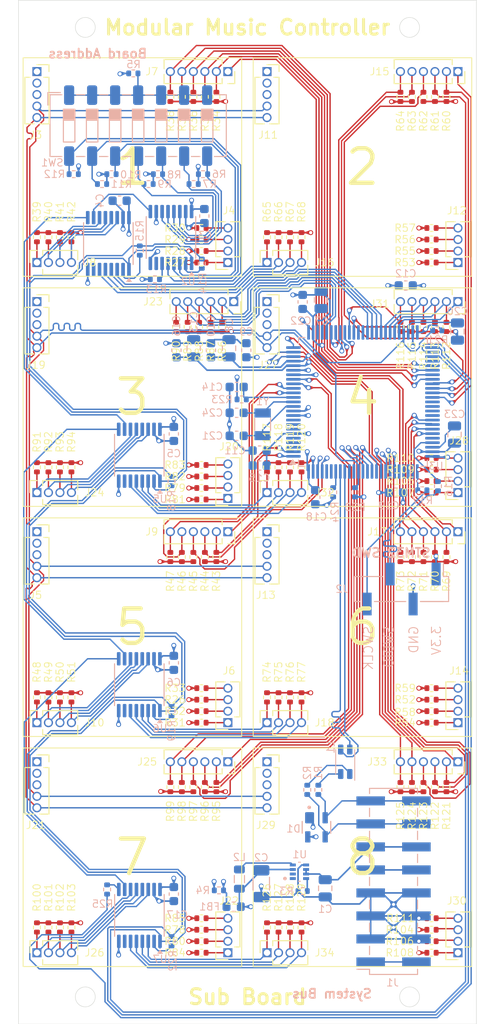
<source format=kicad_pcb>
(kicad_pcb (version 20241229) (generator "pcbnew") (generator_version "9.0")
  (title_block (title "Modular Music Controller / Sub-Board") (date "2025-11-11") (rev "1") (company "Dennis Schulmeister-Zimolong"))
  (layers (0 "F.Cu" signal) (4 "In1.Cu" power) (6 "In2.Cu" power) (2 "B.Cu" signal) (13 "F.Paste" user) (15 "B.Paste" user) (5 "F.SilkS" user "F.Silkscreen") (7 "B.SilkS" user "B.Silkscreen") (1 "F.Mask" user) (3 "B.Mask" user) (25 "Edge.Cuts" user))
  (net 0 "")
  (net 1 "GND")
  (net 2 "/System Bus/+5V")
  (net 3 "/Board Address/+3.3V Digital")
  (net 4 "/Power Supply/+3.3V Analog")
  (net 5 "/Power Supply/AREF")
  (net 6 "/STM32-MCU/NRST")
  (net 7 "/STM32-MCU/VCAP1")
  (net 8 "/STM32-MCU/PH0")
  (net 9 "/STM32-MCU/VCAP2")
  (net 10 "/STM32-MCU/PH1")
  (net 11 "/STM32-MCU/SWDIO")
  (net 12 "/STM32-MCU/SWCLK")
  (net 13 "/STM32-MCU/SlotBus.Clock")
  (net 14 "/STM32-MCU/SlotBus.Data")
  (net 15 "/STM32-MCU/Slot0.Addr3")
  (net 16 "/STM32-MCU/Slot0.Addr2")
  (net 17 "/STM32-MCU/Slot0.Addr1")
  (net 18 "/STM32-MCU/Slot0.Addr0")
  (net 19 "/STM32-MCU/Slot4.Addr0")
  (net 20 "/STM32-MCU/Slot4.Addr3")
  (net 21 "/STM32-MCU/Slot4.Addr1")
  (net 22 "/STM32-MCU/Slot4.Addr2")
  (net 23 "/STM32-MCU/Slot0.A1")
  (net 24 "/STM32-MCU/Slot0.B")
  (net 25 "/STM32-MCU/Slot0.LED")
  (net 26 "/STM32-MCU/Slot0.A0")
  (net 27 "/STM32-MCU/Slot0.C")
  (net 28 "/STM32-MCU/Slot0.A")
  (net 29 "/STM32-MCU/Slot0.Typ3")
  (net 30 "/STM32-MCU/Slot0.Typ1")
  (net 31 "/STM32-MCU/Slot0.Typ0")
  (net 32 "/STM32-MCU/Slot0.Typ2")
  (net 33 "/STM32-MCU/Slot4.C")
  (net 34 "/STM32-MCU/Slot4.B")
  (net 35 "/STM32-MCU/Slot4.A1")
  (net 36 "/STM32-MCU/Slot4.LED")
  (net 37 "/STM32-MCU/Slot4.A0")
  (net 38 "/STM32-MCU/Slot4.A")
  (net 39 "/STM32-MCU/Slot4.Typ3")
  (net 40 "/STM32-MCU/Slot4.Typ1")
  (net 41 "/STM32-MCU/Slot4.Typ2")
  (net 42 "/STM32-MCU/Slot4.Typ0")
  (net 43 "/STM32-MCU/Slot1.Addr1")
  (net 44 "/STM32-MCU/Slot1.Addr0")
  (net 45 "/STM32-MCU/Slot1.Addr2")
  (net 46 "/STM32-MCU/Slot1.Addr3")
  (net 47 "/STM32-MCU/Slot5.Addr3")
  (net 48 "/STM32-MCU/Slot5.Addr0")
  (net 49 "/STM32-MCU/Slot5.Addr2")
  (net 50 "/STM32-MCU/Slot5.Addr1")
  (net 51 "/STM32-MCU/Slot1.C")
  (net 52 "/STM32-MCU/Slot1.LED")
  (net 53 "/STM32-MCU/Slot1.A0")
  (net 54 "/STM32-MCU/Slot1.B")
  (net 55 "/STM32-MCU/Slot1.A")
  (net 56 "/STM32-MCU/Slot1.A1")
  (net 57 "/STM32-MCU/Slot1.Typ2")
  (net 58 "/STM32-MCU/Slot1.Typ3")
  (net 59 "/STM32-MCU/Slot1.Typ1")
  (net 60 "/STM32-MCU/Slot1.Typ0")
  (net 61 "/STM32-MCU/Slot5.C")
  (net 62 "/STM32-MCU/Slot5.LED")
  (net 63 "/STM32-MCU/Slot5.A0")
  (net 64 "/STM32-MCU/Slot5.B")
  (net 65 "/STM32-MCU/Slot5.A")
  (net 66 "/STM32-MCU/Slot5.A1")
  (net 67 "/STM32-MCU/Slot5.Typ1")
  (net 68 "/STM32-MCU/Slot5.Typ0")
  (net 69 "/STM32-MCU/Slot5.Typ3")
  (net 70 "/STM32-MCU/Slot5.Typ2")
  (net 71 "/STM32-MCU/Slot2.Addr1")
  (net 72 "/STM32-MCU/Slot2.Addr3")
  (net 73 "/STM32-MCU/Slot2.Addr2")
  (net 74 "/STM32-MCU/Slot2.Addr0")
  (net 75 "/STM32-MCU/Slot6.Addr2")
  (net 76 "/STM32-MCU/Slot6.Addr0")
  (net 77 "/STM32-MCU/Slot6.Addr3")
  (net 78 "/STM32-MCU/Slot6.Addr1")
  (net 79 "/STM32-MCU/Slot2.A")
  (net 80 "/STM32-MCU/Slot2.A1")
  (net 81 "/STM32-MCU/Slot2.A0")
  (net 82 "/STM32-MCU/Slot2.B")
  (net 83 "/STM32-MCU/Slot2.C")
  (net 84 "/STM32-MCU/Slot2.LED")
  (net 85 "/STM32-MCU/Slot2.Typ1")
  (net 86 "/STM32-MCU/Slot2.Typ0")
  (net 87 "/STM32-MCU/Slot2.Typ2")
  (net 88 "/STM32-MCU/Slot2.Typ3")
  (net 89 "/STM32-MCU/Slot6.A0")
  (net 90 "/STM32-MCU/Slot6.A")
  (net 91 "/STM32-MCU/Slot6.LED")
  (net 92 "/STM32-MCU/Slot6.B")
  (net 93 "/STM32-MCU/Slot6.C")
  (net 94 "/STM32-MCU/Slot6.A1")
  (net 95 "/STM32-MCU/Slot6.Typ3")
  (net 96 "/STM32-MCU/Slot6.Typ0")
  (net 97 "/STM32-MCU/Slot6.Typ1")
  (net 98 "/STM32-MCU/Slot6.Typ2")
  (net 99 "/STM32-MCU/Slot3.Addr3")
  (net 100 "/STM32-MCU/Slot3.Addr0")
  (net 101 "/STM32-MCU/Slot3.Addr1")
  (net 102 "/STM32-MCU/Slot3.Addr2")
  (net 103 "/STM32-MCU/Slot7.Addr3")
  (net 104 "/STM32-MCU/Slot7.Addr0")
  (net 105 "/STM32-MCU/Slot7.Addr2")
  (net 106 "/STM32-MCU/Slot7.Addr1")
  (net 107 "/STM32-MCU/Slot3.A")
  (net 108 "/STM32-MCU/Slot3.B")
  (net 109 "/STM32-MCU/Slot3.A0")
  (net 110 "/STM32-MCU/Slot3.A1")
  (net 111 "/STM32-MCU/Slot3.C")
  (net 112 "/STM32-MCU/Slot3.LED")
  (net 113 "/STM32-MCU/Slot3.Typ2")
  (net 114 "/STM32-MCU/Slot3.Typ1")
  (net 115 "/STM32-MCU/Slot3.Typ0")
  (net 116 "/STM32-MCU/Slot3.Typ3")
  (net 117 "/STM32-MCU/Slot7.C")
  (net 118 "/STM32-MCU/Slot7.LED")
  (net 119 "/STM32-MCU/Slot7.A1")
  (net 120 "/STM32-MCU/Slot7.B")
  (net 121 "/STM32-MCU/Slot7.A0")
  (net 122 "/STM32-MCU/Slot7.A")
  (net 123 "/STM32-MCU/Slot7.Typ2")
  (net 124 "/STM32-MCU/Slot7.Typ1")
  (net 125 "/STM32-MCU/Slot7.Typ0")
  (net 126 "/STM32-MCU/Slot7.Typ3")
  (net 127 "/STM32-MCU/SystemBus.Data")
  (net 128 "/STM32-MCU/SystemBus.Clock")
  (net 129 "Net-(U1-SW)")
  (net 130 "Net-(R5-Pad2)")
  (net 131 "/Board Address/BoardAddress6")
  (net 132 "/Board Address/BoardAddress5")
  (net 133 "/Board Address/BoardAddress4")
  (net 134 "/Board Address/BoardAddress3")
  (net 135 "/Board Address/BoardAddress2")
  (net 136 "/Board Address/BoardAddress1")
  (net 137 "/Board Address/BoardAddress0")
  (net 138 "/Board Address/BoardAddress7")
  (net 139 "/STM32-MCU/Config.Clock")
  (net 140 "Net-(U2-CP)")
  (net 141 "Net-(U4-CP)")
  (net 142 "Net-(U3-PA13)")
  (net 143 "Net-(U3-PA14)")
  (net 144 "Net-(U5-CP)")
  (net 145 "Net-(U6-CP)")
  (net 146 "Net-(U7-CP)")
  (net 147 "/STM32-MCU/BOOT0")
  (net 148 "/STM32-MCU/Config.Data")
  (net 149 "Net-(U7-Q7)")
  (net 153 "/STM32-MCU/Config.Out1")
  (net 154 "/STM32-MCU/Config.Latch")
  (net 177 "/STM32-MCU/Config.Out2")
  (net 178 "/STM32-MCU/Config.Out3")
  (net 180 "/STM32-MCU/Config.Out4")
  (net 183 "/System Bus/+12V")
  (net 184 "/System Bus/-12V")
  (net 186 "/System Bus/SystemBus-Data")
  (net 187 "/System Bus/SystemBus-Clock")
  (net 188 "/Power Supply/MODE{slash}S-CONF")
  (net 189 "Net-(L1-Pad4)")
  (net 190 "Net-(L1-Pad1)")
  (footprint "Resistor_SMD:R_0402_1005Metric" (layer "F.Cu") (at 147.701 74.17 90)
    (property "Reference" "R113")
    (property "Value" "10k")
  )
  (footprint "Resistor_SMD:R_0402_1005Metric" (layer "F.Cu") (at 121.922 140.716)
    (property "Reference" "R78")
    (property "Value" "10k")
  )
  (footprint "Resistor_SMD:R_0402_1005Metric" (layer "F.Cu") (at 130.429 64.264 -90)
    (property "Reference" "R66")
    (property "Value" "10k")
  )
  (footprint "Resistor_SMD:R_0402_1005Metric" (layer "F.Cu") (at 143.891 99.57 90)
    (property "Reference" "R73")
    (property "Value" "10k")
  )
  (footprint "Resistor_SMD:R_0402_1005Metric" (layer "F.Cu") (at 118.491 124.97 90)
    (property "Reference" "R99")
    (property "Value" "10k")
  )
  (footprint "Resistor_SMD:R_0402_1005Metric" (layer "F.Cu") (at 131.699 64.264 -90)
    (property "Reference" "R67")
    (property "Value" "10k")
  )
  (footprint "Resistor_SMD:R_0402_1005Metric" (layer "F.Cu") (at 147.322 63.246 180)
    (property "Reference" "R57")
    (property "Value" "10k")
  )
  (footprint "Connector_PinSocket_1.27mm:PinSocket_1x06_P1.27mm_Vertical" (layer "F.Cu") (at 150.24 122.175 -90)
    (property "Reference" "J33")
    (property "Value" "GPIO")
  )
  (footprint "Resistor_SMD:R_0402_1005Metric" (layer "F.Cu") (at 143.891 48.77 90)
    (property "Reference" "R64")
    (property "Value" "10k")
  )
  (footprint "Resistor_SMD:R_0402_1005Metric" (layer "F.Cu") (at 103.759 64.26 -90)
    (property "Reference" "R39")
    (property "Value" "10k")
  )
  (footprint "Resistor_SMD:R_0402_1005Metric" (layer "F.Cu") (at 148.971 48.77 90)
    (property "Reference" "R60")
    (property "Value" "10k")
  )
  (footprint "Resistor_SMD:R_0402_1005Metric" (layer "F.Cu") (at 119.761 99.57 90)
    (property "Reference" "R46")
    (property "Value" "10k")
  )
  (footprint "Resistor_SMD:R_0402_1005Metric" (layer "F.Cu") (at 146.431 74.17 90)
    (property "Reference" "R114")
    (property "Value" "10k")
  )
  (footprint "Resistor_SMD:R_0402_1005Metric" (layer "F.Cu") (at 119.761 48.77 90)
    (property "Reference" "R37")
    (property "Value" "10k")
  )
  (footprint "Resistor_SMD:R_0402_1005Metric" (layer "F.Cu") (at 124.206 74.168 90)
    (property "Reference" "R86")
    (property "Value" "10k")
  )
  (footprint "Resistor_SMD:R_0402_1005Metric" (layer "F.Cu") (at 121.666 74.168 90)
    (property "Reference" "R88")
    (property "Value" "10k")
  )
  (footprint "Resistor_SMD:R_0402_1005Metric" (layer "F.Cu") (at 147.701 99.57 90)
    (property "Reference" "R70")
    (property "Value" "10k")
  )
  (footprint "Resistor_SMD:R_0402_1005Metric" (layer "F.Cu") (at 122.936 74.168 90)
    (property "Reference" "R87")
    (property "Value" "10k")
  )
  (footprint "Connector_PinSocket_1.27mm:PinSocket_1x06_P1.27mm_Vertical" (layer "F.Cu") (at 150.24 71.375 -90)
    (property "Reference" "J31")
    (property "Value" "GPIO")
  )
  (footprint "Connector_PinSocket_1.27mm:PinSocket_1x05_P1.27mm_Vertical" (layer "F.Cu") (at 103.76 122.175)
    (property "Reference" "J21")
    (property "Value" "Power/I2C")
  )
  (footprint "Resistor_SMD:R_0402_1005Metric" (layer "F.Cu") (at 121.922 64.516 180)
    (property "Reference" "R29")
    (property "Value" "10k")
  )
  (footprint "Resistor_SMD:R_0402_1005Metric" (layer "F.Cu") (at 145.161 99.568 90)
    (property "Reference" "R72")
    (property "Value" "10k")
  )
  (footprint "Resistor_SMD:R_0402_1005Metric" (layer "F.Cu") (at 148.971 74.17 90)
    (property "Reference" "R112")
    (property "Value" "10k")
  )
  (footprint "Resistor_SMD:R_0402_1005Metric" (layer "F.Cu") (at 123.571 124.972 90)
    (property "Reference" "R95")
    (property "Value" "10k")
  )
  (footprint "Resistor_SMD:R_0402_1005Metric" (layer "F.Cu") (at 148.971 124.97 90)
    (property "Reference" "R121")
    (property "Value" "10k")
  )
  (footprint "Resistor_SMD:R_0402_1005Metric" (layer "F.Cu") (at 147.32 65.786 180)
    (property "Reference" "R55")
    (property "Value" "10k")
  )
  (footprint "Resistor_SMD:R_0402_1005Metric" (layer "F.Cu") (at 123.571 48.77 90)
    (property "Reference" "R34")
    (property "Value" "10k")
  )
  (footprint "Resistor_SMD:R_0402_1005Metric" (layer "F.Cu") (at 143.891 124.97 90)
    (property "Reference" "R125")
    (property "Value" "10k")
  )
  (footprint "Resistor_SMD:R_0402_1005Metric" (layer "F.Cu") (at 147.322 92.456)
    (property "Reference" "R107")
    (property "Value" "10k")
  )
  (footprint "Resistor_SMD:R_0402_1005Metric" (layer "F.Cu") (at 122.301 124.97 90)
    (property "Reference" "R96")
    (property "Value" "10k")
  )
  (footprint "Connector_PinSocket_1.27mm:PinSocket_1x04_P1.27mm_Vertical" (layer "F.Cu") (at 124.84 67.055 180)
    (property "Reference" "J4")
    (property "Value" "Address")
  )
  (footprint "Resistor_SMD:R_0402_1005Metric" (layer "F.Cu") (at 131.699 89.664 -90)
    (property "Reference" "R119")
    (property "Value" "10k")
  )
  (footprint "Resistor_SMD:R_0402_1005Metric" (layer "F.Cu") (at 118.491 48.77 90)
    (property "Reference" "R38")
    (property "Value" "10k")
  )
  (footprint "Resistor_SMD:R_0402_1005Metric" (layer "F.Cu") (at 121.922 139.446 180)
    (property "Reference" "R85")
    (property "Value" "10k")
  )
  (footprint "Resistor_SMD:R_0402_1005Metric" (layer "F.Cu") (at 121.922 116.586 180)
    (property "Reference" "R32")
    (property "Value" "10k")
  )
  (footprint "Resistor_SMD:R_0402_1005Metric" (layer "F.Cu") (at 145.161 48.77 90)
    (property "Reference" "R63")
    (property "Value" "10k")
  )
  (footprint "Connector_PinSocket_1.27mm:PinSocket_1x04_P1.27mm_Vertical" (layer "F.Cu") (at 150.24 67.055 180)
    (property "Reference" "J12")
    (property "Value" "Address")
  )
  (footprint "Resistor_SMD:R_0402_1005Metric" (layer "F.Cu") (at 121.922 117.856 180)
    (property "Reference" "R31")
    (property "Value" "10k")
  )
  (footprint "Resistor_SMD:R_0402_1005Metric" (layer "F.Cu") (at 147.32 64.516 180)
    (property "Reference" "R56")
    (property "Value" "10k")
  )
  (footprint "Resistor_SMD:R_0402_1005Metric" (layer "F.Cu") (at 121.92 89.408 180)
    (property "Reference" "R83")
    (property "Value" "10k")
  )
  (footprint "Resistor_SMD:R_0402_1005Metric" (layer "F.Cu") (at 107.569 64.26 -90)
    (property "Reference" "R42")
    (property "Value" "10k")
  )
  (footprint "Resistor_SMD:R_0402_1005Metric" (layer "F.Cu") (at 105.029 115.064 -90)
    (property "Reference" "R49")
    (property "Value" "10k")
  )
  (footprint "Resistor_SMD:R_0402_1005Metric" (layer "F.Cu") (at 121.92 90.678 180)
    (property "Reference" "R82")
    (property "Value" "10k")
  )
  (footprint "Resistor_SMD:R_0402_1005Metric" (layer "F.Cu") (at 129.159 64.264 -90)
    (property "Reference" "R65")
    (property "Value" "10k")
  )
  (footprint "Resistor_SMD:R_0402_1005Metric" (layer "F.Cu") (at 147.322 139.446 180)
    (property "Reference" "R111")
    (property "Value" "10k")
  )
  (footprint "Resistor_SMD:R_0402_1005Metric" (layer "F.Cu") (at 146.431 124.97 90)
    (property "Reference" "R123")
    (property "Value" "10k")
  )
  (footprint "Connector_PinSocket_1.27mm:PinSocket_1x06_P1.27mm_Vertical" (layer "F.Cu") (at 124.84 122.175 -90)
    (property "Reference" "J25")
    (property "Value" "GPIO")
  )
  (footprint "Resistor_SMD:R_0402_1005Metric" (layer "F.Cu") (at 147.701 48.768 90)
    (property "Reference" "R61")
    (property "Value" "10k")
  )
  (footprint "Resistor_SMD:R_0402_1005Metric" (layer "F.Cu") (at 147.32 143.256)
    (property "Reference" "R108")
    (property "Value" "10k")
  )
  (footprint "Resistor_SMD:R_0402_1005Metric" (layer "F.Cu") (at 147.322 115.316)
    (property "Reference" "R52")
    (property "Value" "10k")
  )
  (footprint "Connector_PinSocket_1.27mm:PinSocket_1x04_P1.27mm_Vertical" (layer "F.Cu") (at 129.16 143.255 90)
    (property "Reference" "J34")
    (property "Value" "Type")
  )
  (footprint "Resistor_SMD:R_0402_1005Metric" (layer "F.Cu") (at 147.32 140.716)
    (property "Reference" "R104")
    (property "Value" "10k")
  )
  (footprint "Resistor_SMD:R_0402_1005Metric" (layer "F.Cu") (at 121.031 124.97 90)
    (property "Reference" "R97")
    (property "Value" "10k")
  )
  (footprint "Resistor_SMD:R_0402_1005Metric" (layer "F.Cu") (at 122.301 48.77 90)
    (property "Reference" "R35")
    (property "Value" "10k")
  )
  (footprint "Connector_PinSocket_1.27mm:PinSocket_1x05_P1.27mm_Vertical" (layer "F.Cu") (at 103.76 45.975)
    (property "Reference" "J3")
    (property "Value" "Power/I2C")
  )
  (footprint "Connector_PinSocket_1.27mm:PinSocket_1x04_P1.27mm_Vertical" (layer "F.Cu") (at 103.76 117.855 90)
    (property "Reference" "J10")
    (property "Value" "Type")
  )
  (footprint "Resistor_SMD:R_0402_1005Metric" (layer "F.Cu") (at 107.569 115.064 -90)
    (property "Reference" "R51")
    (property "Value" "10k")
  )
  (footprint "Connector_PinSocket_1.27mm:PinSocket_1x05_P1.27mm_Vertical" (layer "F.Cu") (at 129.16 122.175)
    (property "Reference" "J29")
    (property "Value" "Power/I2C")
  )
  (footprint "Connector_PinSocket_1.27mm:PinSocket_1x04_P1.27mm_Vertical" (layer "F.Cu") (at 124.84 143.255 180)
    (property "Reference" "J22")
    (property "Value" "Address")
  )
  (footprint "Resistor_SMD:R_0402_1005Metric" (layer "F.Cu") (at 103.759 140.464 -90)
    (property "Reference" "R100")
    (property "Value" "10k")
  )
  (footprint "Resistor_SMD:R_0402_1005Metric" (layer "F.Cu") (at 132.969 64.264 -90)
    (property "Reference" "R68")
    (property "Value" "10k")
  )
  (footprint "Resistor_SMD:R_0402_1005Metric" (layer "F.Cu") (at 107.569 140.464 -90)
    (property "Reference" "R103")
    (property "Value" "10k")
  )
  (footprint "Connector_PinSocket_1.27mm:PinSocket_1x06_P1.27mm_Vertical" (layer "F.Cu") (at 150.24 96.775 -90)
    (property "Reference" "J17")
    (property "Value" "GPIO")
  )
  (footprint "Connector_PinSocket_1.27mm:PinSocket_1x04_P1.27mm_Vertical" (layer "F.Cu") (at 129.16 117.855 90)
    (property "Reference" "J18")
    (property "Value" "Type")
  )
  (footprint "Resistor_SMD:R_0402_1005Metric" (layer "F.Cu") (at 121.922 67.056 180)
    (property "Reference" "R27")
    (property "Value" "10k")
  )
  (footprint "Resistor_SMD:R_0402_1005Metric" (layer "F.Cu") (at 105.029 89.664 -90)
    (property "Reference" "R92")
    (property "Value" "10k")
  )
  (footprint "Resistor_SMD:R_0402_1005Metric" (layer "F.Cu") (at 130.429 140.464 -90)
    (property "Reference" "R127")
    (property "Value" "10k")
  )
  (footprint "Connector_PinSocket_1.27mm:PinSocket_1x04_P1.27mm_Vertical" (layer "F.Cu") (at 150.24 143.255 180)
    (property "Reference" "J30")
    (property "Value" "Address")
  )
  (footprint "Connector_PinSocket_1.27mm:PinSocket_1x04_P1.27mm_Vertical" (layer "F.Cu") (at 150.24 92.455 180)
    (property "Reference" "J28")
    (property "Value" "Address")
  )
  (footprint "Resistor_SMD:R_0402_1005Metric" (layer "F.Cu") (at 106.299 140.464 -90)
    (property "Reference" "R102")
    (property "Value" "10k")
  )
  (footprint "Resistor_SMD:R_0402_1005Metric" (layer "F.Cu") (at 147.322 114.046 180)
    (property "Reference" "R59")
    (property "Value" "10k")
  )
  (footprint "Resistor_SMD:R_0402_1005Metric" (layer "F.Cu") (at 121.92 91.948)
    (property "Reference" "R79")
    (property "Value" "10k")
  )
  (footprint "Resistor_SMD:R_0402_1005Metric" (layer "F.Cu") (at 121.031 99.57 90)
    (property "Reference" "R45")
    (property "Value" "10k")
  )
  (footprint "Resistor_SMD:R_0402_1005Metric" (layer "F.Cu") (at 121.922 114.046 180)
    (property "Reference" "R33")
    (property "Value" "10k")
  )
  (footprint "Resistor_SMD:R_0402_1005Metric" (layer "F.Cu") (at 105.029 140.464 -90)
    (property "Reference" "R101")
    (property "Value" "10k")
  )
  (footprint "Resistor_SMD:R_0402_1005Metric" (layer "F.Cu") (at 106.299 115.064 -90)
    (property "Reference" "R50")
    (property "Value" "10k")
  )
  (footprint "Resistor_SMD:R_0402_1005Metric" (layer "F.Cu") (at 122.301 99.57 90)
    (property "Reference" "R44")
    (property "Value" "10k")
  )
  (footprint "Resistor_SMD:R_0402_1005Metric" (layer "F.Cu") (at 143.891 74.17 90)
    (property "Reference" "R116")
    (property "Value" "10k")
  )
  (footprint "Resistor_SMD:R_0402_1005Metric" (layer "F.Cu") (at 132.969 140.464 -90)
    (property "Reference" "R129")
    (property "Value" "10k")
  )
  (footprint "Resistor_SMD:R_0402_1005Metric" (layer "F.Cu") (at 147.322 116.586 180)
    (property "Reference" "R58")
    (property "Value" "10k")
  )
  (footprint "Resistor_SMD:R_0402_1005Metric" (layer "F.Cu") (at 121.92 93.218 180)
    (property "Reference" "R81")
    (property "Value" "10k")
  )
  (footprint "Resistor_SMD:R_0402_1005Metric" (layer "F.Cu") (at 121.922 143.256 180)
    (property "Reference" "R84")
    (property "Value" "10k")
  )
  (footprint "Resistor_SMD:R_0402_1005Metric" (layer "F.Cu") (at 103.759 115.064 -90)
    (property "Reference" "R48")
    (property "Value" "10k")
  )
  (footprint "Resistor_SMD:R_0402_1005Metric" (layer "F.Cu") (at 145.161 74.17 90)
    (property "Reference" "R115")
    (property "Value" "10k")
  )
  (footprint "Resistor_SMD:R_0402_1005Metric" (layer "F.Cu") (at 118.491 99.57 90)
    (property "Reference" "R47")
    (property "Value" "10k")
  )
  (footprint "Resistor_SMD:R_0402_1005Metric" (layer "F.Cu") (at 120.396 74.168 90)
    (property "Reference" "R89")
    (property "Value" "10k")
  )
  (footprint "Resistor_SMD:R_0402_1005Metric" (layer "F.Cu") (at 147.322 88.646 180)
    (property "Reference" "R110")
    (property "Value" "10k")
  )
  (footprint "Connector_PinSocket_1.27mm:PinSocket_1x05_P1.27mm_Vertical" (layer "F.Cu") (at 103.76 71.375)
    (property "Reference" "J19")
    (property "Value" "Power/I2C")
  )
  (footprint "Resistor_SMD:R_0402_1005Metric" (layer "F.Cu") (at 147.322 91.186)
    (property "Reference" "R105")
    (property "Value" "10k")
  )
  (footprint "Connector_PinSocket_1.27mm:PinSocket_1x05_P1.27mm_Vertical" (layer "F.Cu") (at 103.76 96.775)
    (property "Reference" "J5")
    (property "Value" "Power/I2C")
  )
  (footprint "Connector_PinSocket_1.27mm:PinSocket_1x04_P1.27mm_Vertical" (layer "F.Cu") (at 103.76 143.255 90)
    (property "Reference" "J26")
    (property "Value" "Type")
  )
  (footprint "Resistor_SMD:R_0402_1005Metric" (layer "F.Cu") (at 121.031 48.77 90)
    (property "Reference" "R36")
    (property "Value" "10k")
  )
  (footprint "Resistor_SMD:R_0402_1005Metric" (layer "F.Cu") (at 131.699 140.464 -90)
    (property "Reference" "R128")
    (property "Value" "10k")
  )
  (footprint "Resistor_SMD:R_0402_1005Metric" (layer "F.Cu") (at 106.299 89.664 -90)
    (property "Reference" "R93")
    (property "Value" "10k")
  )
  (footprint "Resistor_SMD:R_0402_1005Metric" (layer "F.Cu") (at 131.699 115.064 -90)
    (property "Reference" "R76")
    (property "Value" "10k")
  )
  (footprint "Resistor_SMD:R_0402_1005Metric" (layer "F.Cu") (at 121.922 65.786 180)
    (property "Reference" "R28")
    (property "Value" "10k")
  )
  (footprint "Resistor_SMD:R_0402_1005Metric" (layer "F.Cu") (at 130.429 89.664 -90)
    (property "Reference" "R118")
    (property "Value" "10k")
  )
  (footprint "Resistor_SMD:R_0402_1005Metric" (layer "F.Cu") (at 146.431 99.568 90)
    (property "Reference" "R71")
    (property "Value" "10k")
  )
  (footprint "Resistor_SMD:R_0402_1005Metric" (layer "F.Cu") (at 147.701 124.97 90)
    (property "Reference" "R122")
    (property "Value" "10k")
  )
  (footprint "Resistor_SMD:R_0402_1005Metric" (layer "F.Cu") (at 103.759 89.664 -90)
    (property "Reference" "R91")
    (property "Value" "10k")
  )
  (footprint "Resistor_SMD:R_0402_1005Metric" (layer "F.Cu") (at 129.159 115.064 -90)
    (property "Reference" "R74")
    (property "Value" "10k")
  )
  (footprint "Connector_PinSocket_1.27mm:PinSocket_1x06_P1.27mm_Vertical" (layer "F.Cu") (at 125.49 71.375 -90)
    (property "Reference" "J23")
    (property "Value" "GPIO")
  )
  (footprint "Resistor_SMD:R_0402_1005Metric" (layer "F.Cu") (at 145.161 124.97 90)
    (property "Reference" "R124")
    (property "Value" "10k")
  )
  (footprint "Resistor_SMD:R_0402_1005Metric" (layer "F.Cu") (at 147.32 67.056)
    (property "Reference" "R53")
    (property "Value" "10k")
  )
  (footprint "Connector_PinSocket_1.27mm:PinSocket_1x04_P1.27mm_Vertical" (layer "F.Cu") (at 150.24 117.855 180)
    (property "Reference" "J14")
    (property "Value" "Address")
  )
  (footprint "Connector_PinSocket_1.27mm:PinSocket_1x06_P1.27mm_Vertical" (layer "F.Cu") (at 150.24 45.975 -90)
    (property "Reference" "J15")
    (property "Value" "GPIO")
  )
  (footprint "Resistor_SMD:R_0402_1005Metric" (layer "F.Cu") (at 146.431 48.768 90)
    (property "Reference" "R62")
    (property "Value" "10k")
  )
  (footprint "Resistor_SMD:R_0402_1005Metric" (layer "F.Cu") (at 123.571 99.57 90)
    (property "Reference" "R43")
    (property "Value" "10k")
  )
  (footprint "Connector_PinSocket_1.27mm:PinSocket_1x04_P1.27mm_Vertical" (layer "F.Cu") (at 129.16 92.455 90)
    (property "Reference" "J32")
    (property "Value" "Type")
  )
  (footprint "Connector_PinSocket_1.27mm:PinSocket_1x06_P1.27mm_Vertical" (layer "F.Cu") (at 124.84 96.775 -90)
    (property "Reference" "J9")
    (property "Value" "GPIO")
  )
  (footprint "Resistor_SMD:R_0402_1005Metric" (layer "F.Cu") (at 129.159 140.464 -90)
    (property "Reference" "R126")
    (property "Value" "10k")
  )
  (footprint "Connector_PinSocket_1.27mm:PinSocket_1x04_P1.27mm_Vertical" (layer "F.Cu") (at 124.84 117.855 180)
    (property "Reference" "J6")
    (property "Value" "Address")
  )
  (footprint "Resistor_SMD:R_0402_1005Metric" (layer "F.Cu") (at 147.322 117.856)
    (property "Reference" "R54")
    (property "Value" "10k")
  )
  (footprint "Connector_PinSocket_1.27mm:PinSocket_1x05_P1.27mm_Vertical" (layer "F.Cu") (at 129.16 96.775)
    (property "Reference" "J13")
    (property "Value" "Power/I2C")
  )
  (footprint "Connector_PinSocket_1.27mm:PinSocket_1x05_P1.27mm_Vertical" (layer "F.Cu") (at 129.16 45.975)
    (property "Reference" "J11")
    (property "Value" "Power/I2C")
  )
  (footprint "Resistor_SMD:R_0402_1005Metric" (layer "F.Cu") (at 107.569 89.664 -90)
    (property "Reference" "R94")
    (property "Value" "10k")
  )
  (footprint "Resistor_SMD:R_0402_1005Metric" (layer "F.Cu") (at 119.126 74.168 90)
    (property "Reference" "R90")
    (property "Value" "10k")
  )
  (footprint "Resistor_SMD:R_0402_1005Metric" (layer "F.Cu") (at 121.922 63.246 180)
    (property "Reference" "R30")
    (property "Value" "10k")
  )
  (footprint "Resistor_SMD:R_0402_1005Metric" (layer "F.Cu") (at 129.159 89.664 -90)
    (property "Reference" "R117")
    (property "Value" "10k")
  )
  (footprint "Connector_PinSocket_1.27mm:PinSocket_1x04_P1.27mm_Vertical" (layer "F.Cu") (at 103.76 67.055 90)
    (property "Reference" "J8")
    (property "Value" "Type")
  )
  (footprint "Resistor_SMD:R_0402_1005Metric" (layer "F.Cu") (at 147.32 141.986)
    (property "Reference" "R106")
    (property "Value" "10k")
  )
  (footprint "Resistor_SMD:R_0402_1005Metric" (layer "F.Cu") (at 119.761 124.97 90)
    (property "Reference" "R98")
    (property "Value" "10k")
  )
  (footprint "Connector_PinSocket_1.27mm:PinSocket_1x04_P1.27mm_Vertical" (layer "F.Cu") (at 103.76 92.455 90)
    (property "Reference" "J24")
    (property "Value" "Type")
  )
  (footprint "Connector_PinSocket_1.27mm:PinSocket_1x06_P1.27mm_Vertical" (layer "F.Cu") (at 124.84 45.975 -90)
    (property "Reference" "J7")
    (property "Value" "GPIO")
  )
  (footprint "Resistor_SMD:R_0402_1005Metric" (layer "F.Cu") (at 106.299 64.26 -90)
    (property "Reference" "R41")
    (property "Value" "10k")
  )
  (footprint "Resistor_SMD:R_0402_1005Metric" (layer "F.Cu") (at 148.971 99.568 90)
    (property "Reference" "R69")
    (property "Value" "10k")
  )
  (footprint "Resistor_SMD:R_0402_1005Metric" (layer "F.Cu") (at 121.922 141.986)
    (property "Reference" "R80")
    (property "Value" "10k")
  )
  (footprint "Resistor_SMD:R_0402_1005Metric" (layer "F.Cu") (at 130.429 115.064 -90)
    (property "Reference" "R75")
    (property "Value" "10k")
  )
  (footprint "Resistor_SMD:R_0402_1005Metric" (layer "F.Cu") (at 105.029 64.26 -90)
    (property "Reference" "R40")
    (property "Value" "10k")
  )
  (footprint "Resistor_SMD:R_0402_1005Metric" (layer "F.Cu") (at 132.969 115.064 -90)
    (property "Reference" "R77")
    (property "Value" "10k")
  )
  (footprint "Connector_PinSocket_1.27mm:PinSocket_1x05_P1.27mm_Vertical" (layer "F.Cu") (at 129.16 71.375)
    (property "Reference" "J27")
    (property "Value" "Power/I2C")
  )
  (footprint "Connector_PinSocket_1.27mm:PinSocket_1x04_P1.27mm_Vertical" (layer "F.Cu") (at 124.84 93.105 180)
    (property "Reference" "J20")
    (property "Value" "Address")
  )
  (footprint "Resistor_SMD:R_0402_1005Metric" (layer "F.Cu") (at 121.92 115.316)
    (property "Reference" "R26")
    (property "Value" "10k")
  )
  (footprint "Connector_PinSocket_1.27mm:PinSocket_1x04_P1.27mm_Vertical" (layer "F.Cu") (at 129.16 67.055 90)
    (property "Reference" "J16")
    (property "Value" "Type")
  )
  (footprint "Resistor_SMD:R_0402_1005Metric" (layer "F.Cu") (at 132.969 89.664 -90)
    (property "Reference" "R120")
    (property "Value" "10k")
  )
  (footprint "Resistor_SMD:R_0402_1005Metric" (layer "F.Cu") (at 147.322 89.916 180)
    (property "Reference" "R109")
    (property "Value" "10k")
  )
  (footprint "Capacitor_SMD:C_0603_1608Metric" (layer "B.Cu") (at 128.3464 87.8186 180)
    (property "Reference" "C11")
    (property "Value" "100 nF")
  )
  (footprint "Capacitor_SMD:C_0603_1608Metric" (layer "B.Cu") (at 118.872 111.252 -90)
    (property "Reference" "C6")
    (property "Value" "100 nF")
  )
  (footprint "Capacitor_SMD:C_0805_2012Metric" (layer "B.Cu") (at 124.968 76.52 90)
    (property "Reference" "C8")
    (property "Value" "1 µF")
  )
  (footprint "Resistor_SMD:R_0402_1005Metric" (layer "B.Cu") (at 147.957 74.549 180)
    (property "Reference" "R21")
    (property "Value" "2k2")
  )
  (footprint "Resistor_SMD:R_0402_1005Metric" (layer "B.Cu") (at 133.096 136.4488 180)
    (property "Reference" "R3")
    (property "Value" "27.4k")
  )
  (footprint "Capacitor_SMD:C_0805_2012Metric" (layer "B.Cu") (at 149.86 86.045 -90)
    (property "Reference" "C23")
    (property "Value" "2.2 µF")
  )
  (footprint "Capacitor_SMD:C_1206_3216Metric" (layer "B.Cu") (at 128.524 135.6324 -90)
    (property "Reference" "C2")
    (property "Value" "22 µF")
  )
  (footprint "Capacitor_SMD:C_0603_1608Metric" (layer "B.Cu") (at 128.3464 89.4696 180)
    (property "Reference" "C15")
    (property "Value" "100 nF")
  )
  (footprint "Resistor_SMD:R_0402_1005Metric" (layer "B.Cu") (at 116.7794 68.908099)
    (property "Reference" "R13")
    (property "Value" "10k")
  )
  (footprint "Connector_PinHeader_2.54mm:PinHeader_1x04_P2.54mm_Vertical_SMD_Pin1Right" (layer "B.Cu") (at 144.018 103.1026 90)
    (property "Reference" "J2")
    (property "Value" "Conn_01x04_Pin")
  )
  (footprint "Capacitor_SMD:C_0805_2012Metric" (layer "B.Cu") (at 135.5852 136.144 -90)
    (property "Reference" "C1")
    (property "Value" "4.7 µF")
  )
  (footprint "Package_SO:TSSOP-16_4.4x5mm_P0.65mm" (layer "B.Cu") (at 115.073 139.1335 90)
    (property "Reference" "U7")
    (property "Value" "74HC165")
  )
  (footprint "Inductor_SMD:L_CommonMode_Wurth_WE-CNSW-1206" (layer "B.Cu") (at 137.795 122.174 90)
    (property "Reference" "L1")
    (property "Value" "Choke_Wurth_WE-CNSW_744232090")
  )
  (footprint "Inductor_SMD:L_0805_2012Metric" (layer "B.Cu") (at 126.111 135.1244 -90)
    (property "Reference" "L2")
    (property "Value" "2.2 µH")
  )
  (footprint "Capacitor_SMD:C_0603_1608Metric" (layer "B.Cu") (at 133.096 71.406 -90)
    (property "Reference" "C22")
    (property "Value" "100 nF")
  )
  (footprint "Package_QFP:LQFP-100_14x14mm_P0.5mm" (layer "B.Cu") (at 139.7508 82.4484)
    (property "Reference" "U3")
    (property "Value" "STM32F401VETx")
  )
  (footprint "Resistor_SMD:R_0402_1005Metric" (layer "B.Cu") (at 117.1194 57.3024 180)
    (property "Reference" "R8")
    (property "Value" "10k")
  )
  (footprint "Inductor_SMD:L_0603_1608Metric" (layer "B.Cu") (at 125.476 138.1724 180)
    (property "Reference" "FB1")
    (property "Value" "600Ω @ 100MHz ~300-500mA")
  )
  (footprint "Capacitor_SMD:C_0603_1608Metric" (layer "B.Cu") (at 122.2404 61.925099 -90)
    (property "Reference" "C3")
    (property "Value" "100 nF")
  )
  (footprint "Resistor_SMD:R_0402_1005Metric" (layer "B.Cu") (at 115.1128 65.7352 -90)
    (property "Reference" "R15")
    (property "Value" "100")
  )
  (footprint "Capacitor_SMD:C_0603_1608Metric" (layer "B.Cu") (at 134.493 92.964 -90)
    (property "Reference" "C18")
    (property "Value" "100 nF")
  )
  (footprint "Resistor_SMD:R_0402_1005Metric" (layer "B.Cu") (at 148.0312 91.7468 -90)
    (property "Reference" "R16")
    (property "Value" "47")
  )
  (footprint "Resistor_SMD:R_0402_1005Metric" (layer "B.Cu") (at 133.604 125.2728 90)
    (property "Reference" "R2")
    (property "Value" "22")
  )
  (footprint "Capacitor_SMD:C_0603_1608Metric" (layer "B.Cu") (at 118.872 85.979 -90)
    (property "Reference" "C5")
    (property "Value" "100 nF")
  )
  (footprint "Resistor_SMD:R_0402_1005Metric" (layer "B.Cu") (at 111.9886 57.3024 180)
    (property "Reference" "R10")
    (property "Value" "10k")
  )
  (footprint "Capacitor_SMD:C_0805_2012Metric" (layer "B.Cu") (at 135.128 71.186 -90)
    (property "Reference" "C7")
    (property "Value" "4.7 µF")
  )
  (footprint "Resistor_SMD:R_0402_1005Metric" (layer "B.Cu") (at 138.8778 92.4244 90)
    (property "Reference" "R20")
    (property "Value" "2k2")
  )
  (footprint "Capacitor_SMD:C_0603_1608Metric" (layer "B.Cu") (at 144.4752 69.596 180)
    (property "Reference" "C12")
    (property "Value" "100 nF")
  )
  (footprint "Resistor_SMD:R_0402_1005Metric" (layer "B.Cu") (at 134.8252 125.2728 90)
    (property "Reference" "R1")
    (property "Value" "22")
  )
  (footprint "Capacitor_SMD:C_0603_1608Metric" (layer "B.Cu") (at 122.968 76.74 90)
    (property "Reference" "C10")
    (property "Value" "100 nF")
  )
  (footprint "Resistor_SMD:R_0402_1005Metric" (layer "B.Cu") (at 121.961 67.182899 -90)
    (property "Reference" "R14")
    (property "Value" "100")
  )
  (footprint "Capacitor_SMD:C_0603_1608Metric" (layer "B.Cu") (at 126.873 76.74 90)
    (property "Reference" "C9")
    (property "Value" "100 nF")
  )
  (footprint "Capacitor_SMD:C_0603_1608Metric" (layer "B.Cu") (at 112.8886 60.2334 180)
    (property "Reference" "C4")
    (property "Value" "100 nF")
  )
  (footprint "Package_SO:TSSOP-16_4.4x5mm_P0.65mm" (layer "B.Cu") (at 118.5574 64.2951 90)
    (property "Reference" "U2")
    (property "Value" "74HC165")
  )
  (footprint "Resistor_SMD:R_0402_1005Metric" (layer "B.Cu") (at 126.3614 82.169)
    (property "Reference" "R23")
    (property "Value" "10k")
  )
  (footprint "Capacitor_SMD:C_0603_1608Metric" (layer "B.Cu") (at 125.8114 86.1876 180)
    (property "Reference" "C21")
    (property "Value" "18 pF")
  )
  (footprint "Resistor_SMD:R_0402_1005Metric" (layer "B.Cu") (at 121.0584 58.3946)
    (property "Reference" "R7")
    (property "Value" "10k")
  )
  (footprint "Crystal:Crystal_SMD_3215-2Pin_3.2x1.5mm" (layer "B.Cu") (at 128.6764 84.9176 90)
    (property "Reference" "Y1")
    (property "Value" "26 MHz")
  )
  (footprint "Resistor_SMD:R_0402_1005Metric" (layer "B.Cu") (at 118.618 91.186 -90)
    (property "Reference" "R18")
    (property "Value" "100")
  )
  (footprint "Capacitor_SMD:C_0603_1608Metric" (layer "B.Cu") (at 119.158 76.74 90)
    (property "Reference" "C16")
    (property "Value" "100 nF")
  )
  (footprint "Capacitor_SMD:C_0603_1608Metric" (layer "B.Cu") (at 143.396 92.456 180)
    (property "Reference" "C19")
    (property "Value" "100 nF")
  )
  (footprint "Package_SO:TSSOP-16_4.4x5mm_P0.65mm" (layer "B.Cu") (at 111.644 64.9655 90)
    (property "Reference" "U4" (hide yes))
    (property "Value" "74HC165")
  )
  (footprint "Capacitor_SMD:C_0603_1608Metric" (layer "B.Cu") (at 125.8114 80.7974 180)
    (property "Reference" "C14")
    (property "Value" "100 nF")
  )
  (footprint "TPS629210DRLR:SOT50P160X60-8N" (layer "B.Cu") (at 132.7404 134.3152)
    (property "Reference" "U1")
    (property "Value" "TPS629210DRLR")
  )
  (footprint "Resistor_SMD:R_0402_1005Metric" (layer "B.Cu") (at 146.306 92.202)
    (property "Reference" "R17")
    (property "Value" "47")
  )
  (footprint "Package_SO:TSSOP-16_4.4x5mm_P0.65mm" (layer "B.Cu") (at 115.062 113.665 90)
    (property "Reference" "U6")
    (property "Value" "74HC165")
  )
  (footprint "Capacitor_SMD:C_0805_2012Metric" (layer "B.Cu") (at 121.063 76.52 90)
    (property "Reference" "C13")
    (property "Value" "1 µF")
  )
  (footprint "Capacitor_SMD:C_0603_1608Metric" (layer "B.Cu") (at 118.872 136.779 -90)
    (property "Reference" "C17")
    (property "Value" "100 nF")
  )
  (footprint "Package_SO:TSSOP-16_4.4x5mm_P0.65mm" (layer "B.Cu") (at 115.062 88.331501 90)
    (property "Reference" "U5")
    (property "Value" "74HC165")
  )
  (footprint "Button_Switch_SMD:SW_DIP_SPSTx07_Slide_6.7x19.34mm_W6.73mm_P2.54mm_LowProfile_JPin" (layer "B.Cu") (at 114.935 51.943 -90)
    (property "Reference" "SW1")
    (property "Value" "SW_DIP_x07")
  )
  (footprint "Resistor_SMD:R_0402_1005Metric" (layer "B.Cu") (at 123.8504 136.369 180)
    (property "Reference" "R4")
    (property "Value" "22")
  )
  (footprint "Resistor_SMD:R_0402_1005Metric" (layer "B.Cu") (at 118.618 141.987999 -90)
    (property "Reference" "R22")
    (property "Value" "100")
  )
  (footprint "Resistor_SMD:R_0402_1005Metric" (layer "B.Cu") (at 111.506 136.273 -90)
    (property "Reference" "R25")
    (property "Value" "220")
  )
  (footprint "Capacitor_SMD:C_0805_2012Metric" (layer "B.Cu") (at 150.182085 74.678 -90)
    (property "Reference" "C20")
    (property "Value" "2.2 µF")
  )
  (footprint "Resistor_SMD:R_0402_1005Metric" (layer "B.Cu") (at 122.0978 57.3024 180)
    (property "Reference" "R6")
    (property "Value" "10k")
  )
  (footprint "TPD2E001DZDR:SOT192P237X122-4N" (layer "B.Cu") (at 134.62 129.4094 -90)
    (property "Reference" "D1")
    (property "Value" "TPD2E001DZDR")
  )
  (footprint "Resistor_SMD:R_0402_1005Metric" (layer "B.Cu") (at 107.823 57.3024)
    (property "Reference" "R12")
    (property "Value" "10k")
  )
  (footprint "Resistor_SMD:R_0402_1005Metric" (layer "B.Cu") (at 114.4016 46.1772)
    (property "Reference" "R5")
    (property "Value" "100k")
  )
  (footprint "Resistor_SMD:R_0402_1005Metric" (layer "B.Cu") (at 136.4648 92.4244 90)
    (property "Reference" "R24")
    (property "Value" "10k")
  )
  (footprint "Connector_PinHeader_2.54mm:PinHeader_2x08_P2.54mm_Vertical_SMD" (layer "B.Cu") (at 143.129 135.382)
    (property "Reference" "J1")
    (property "Value" "Conn_02x08")
  )
  (footprint "Resistor_SMD:R_0402_1005Metric" (layer "B.Cu") (at 118.618 116.586 -90)
    (property "Reference" "R19")
    (property "Value" "100")
  )
  (footprint "Capacitor_SMD:C_0603_1608Metric" (layer "B.Cu") (at 125.8114 83.6476 180)
    (property "Reference" "C24")
    (property "Value" "18 pF")
  )
  (footprint "Resistor_SMD:R_0402_1005Metric" (layer "B.Cu") (at 116.08 58.3946)
    (property "Reference" "R9")
    (property "Value" "10k")
  )
  (footprint "Resistor_SMD:R_0402_1005Metric" (layer "B.Cu") (at 110.9492 58.3946)
    (property "Reference" "R11")
    (property "Value" "10k")
  )
  (gr_rect (start 127.635 69.85) (end 151.765 93.98) (stroke (width 0.1)) (fill no) (layer "F.SilkS"))
  (gr_rect (start 102.235 120.65) (end 126.365 144.78) (stroke (width 0.1)) (fill no) (layer "F.SilkS"))
  (gr_rect (start 127.635 95.25) (end 151.765 119.38) (stroke (width 0.1)) (fill no) (layer "F.SilkS"))
  (gr_rect (start 102.235 69.85) (end 126.365 93.98) (stroke (width 0.1)) (fill no) (layer "F.SilkS"))
  (gr_rect (start 102.235 95.25) (end 126.365 119.38) (stroke (width 0.1)) (fill no) (layer "F.SilkS"))
  (gr_rect (start 127.635 44.45) (end 151.765 68.58) (stroke (width 0.1)) (fill no) (layer "F.SilkS"))
  (gr_rect (start 102.235 44.45) (end 126.365 68.58) (stroke (width 0.1)) (fill no) (layer "F.SilkS"))
  (gr_rect (start 127.635 120.65) (end 151.765 144.78) (stroke (width 0.1)) (fill no) (layer "F.SilkS"))
  (gr_circle (center 109.1 148.13) (end 110.19982 148.13) (stroke (width 0.05)) (fill no) (layer "Edge.Cuts"))
  (gr_circle (center 144.9 148.13) (end 145.99982 148.13) (stroke (width 0.05)) (fill no) (layer "Edge.Cuts"))
  (gr_circle (center 144.9 41.1) (end 145.99982 41.1) (stroke (width 0.05)) (fill no) (layer "Edge.Cuts"))
  (gr_line (start 101.727 151.13) (end 101.727 38.1) (stroke (width 0.05)) (layer "Edge.Cuts"))
  (gr_line (start 152.273 38.1) (end 152.273 151.13) (stroke (width 0.05)) (layer "Edge.Cuts"))
  (gr_circle (center 109.1 41.1) (end 110.19982 41.1) (stroke (width 0.05)) (fill no) (layer "Edge.Cuts"))
  (gr_line (start 101.727 38.1) (end 152.273 38.1) (stroke (width 0.05)) (layer "Edge.Cuts"))
  (gr_line (start 152.273 151.13) (end 101.727 151.13) (stroke (width 0.05)) (layer "Edge.Cuts"))
  (gr_text "4" (at 139.7 81.915 0) (layer "F.SilkS") (effects (font (size 3.81 3.81) (thickness 0.47625))))
  (gr_text "Modular Music Controller" (at 127 41.1 0) (layer "F.SilkS") (effects (font (size 1.651 1.651) (thickness 0.3302) (bold yes))))
  (gr_text "6" (at 139.7 107.315 0) (layer "F.SilkS") (effects (font (size 3.81 3.81) (thickness 0.47625))))
  (gr_text "5" (at 114.3 107.315 0) (layer "F.SilkS") (effects (font (size 3.81 3.81) (thickness 0.47625))))
  (gr_text "8" (at 139.7 132.715 0) (layer "F.SilkS") (effects (font (size 3.81 3.81) (thickness 0.47625))))
  (gr_text "7" (at 114.3 132.715 0) (layer "F.SilkS") (effects (font (size 3.81 3.81) (thickness 0.47625))))
  (gr_text "3" (at 114.3 81.915 0) (layer "F.SilkS") (effects (font (size 3.81 3.81) (thickness 0.47625))))
  (gr_text "1" (at 114.3 56.515 0) (layer "F.SilkS") (effects (font (size 3.81 3.81) (thickness 0.47625))))
  (gr_text "Sub Board" (at 127 148.13 0) (layer "F.SilkS") (effects (font (size 1.651 1.651) (thickness 0.3302) (bold yes))))
  (gr_text "2" (at 139.7 56.515 0) (layer "F.SilkS") (effects (font (size 3.81 3.81) (thickness 0.47625))))
  (gr_text "Board Address" (at 104.902 44.577 0) (layer "B.SilkS") (effects (font (size 1 1) (thickness 0.2) (bold yes)) (justify right bottom mirror)))
  (gr_text "3.3V" (at 147.859 107.0996 90) (layer "B.SilkS") (effects (font (size 1 1) (thickness 0.1016)) (justify left mirror)))
  (gr_text "GND" (at 145.359 107.0996 90) (layer "B.SilkS") (effects (font (size 1 1) (thickness 0.1016)) (justify left mirror)))
  (gr_text "STM32 SWD" (at 138.438 99.6926 0) (layer "B.SilkS") (effects (font (size 1 1) (thickness 0.2) (bold yes)) (justify right bottom mirror)))
  (gr_text "SWDIO" (at 142.609 107.0996 90) (layer "B.SilkS") (effects (font (size 1 1) (thickness 0.1016)) (justify left mirror)))
  (gr_text "System Bus" (at 140.843 147.193 0) (layer "B.SilkS") (effects (font (size 1 1) (thickness 0.2) (bold yes)) (justify left top mirror)))
  (gr_text "SWCLK" (at 140.359 107.0996 90) (layer "B.SilkS") (effects (font (size 1 1) (thickness 0.1016)) (justify left mirror)))
  (segment (start 145.161 100.078) (end 143.893 100.078) (width 0.1778) (layer "F.Cu") (net 1))
  (segment (start 106.299 63.75) (end 105.029 63.75) (width 0.1778) (layer "F.Cu") (net 1))
  (segment (start 147.703 100.078) (end 147.701 100.08) (width 0.1778) (layer "F.Cu") (net 1))
  (segment (start 148.971 49.28) (end 147.703 49.28) (width 0.1778) (layer "F.Cu") (net 1))
  (segment (start 122.301 49.28) (end 121.031 49.28) (width 0.1778) (layer "F.Cu") (net 1))
  (segment (start 121.666 74.678) (end 120.396 74.678) (width 0.1778) (layer "F.Cu") (net 1))
  (segment (start 145.925 63.246) (end 146.812 63.246) (width 0.1778) (layer "F.Cu") (net 1))
  (segment (start 125.222 74.676) (end 124.208 74.676) (width 0.1778) (layer "F.Cu") (net 1))
  (segment (start 132.973 114.558) (end 132.969 114.554) (width 0.1778) (layer "F.Cu") (net 1))
  (segment (start 124.587 49.278) (end 123.573 49.278) (width 0.1778) (layer "F.Cu") (net 1))
  (segment (start 118.4616 125.4506) (end 118.491 125.48) (width 0.1778) (layer "F.Cu") (net 1))
  (segment (start 147.701 49.278) (end 146.431 49.278) (width 0.1778) (layer "F.Cu") (net 1))
  (segment (start 145.925 64.516) (end 146.81 64.516) (width 0.1778) (layer "F.Cu") (net 1))
  (segment (start 120.525 114.046) (end 121.412 114.046) (width 0.1778) (layer "F.Cu") (net 1))
  (segment (start 148.971 100.078) (end 147.703 100.078) (width 0.1778) (layer "F.Cu") (net 1))
  (segment (start 119.761 100.08) (end 118.491 100.08) (width 0.1778) (layer "F.Cu") (net 1))
  (segment (start 106.299 139.954) (end 105.029 139.954) (width 0.1778) (layer "F.Cu") (net 1))
  (segment (start 122.936 74.678) (end 121.666 74.678) (width 0.1778) (layer "F.Cu") (net 1))
  (segment (start 119.761 125.48) (end 118.491 125.48) (width 0.1778) (layer "F.Cu") (net 1))
  (segment (start 117.4242 125.4506) (end 118.4616 125.4506) (width 0.1778) (layer "F.Cu") (net 1))
  (segment (start 148.975 100.074) (end 148.971 100.078) (width 0.1778) (layer "F.Cu") (net 1))
  (segment (start 105.029 114.554) (end 103.759 114.554) (width 0.1778) (layer "F.Cu") (net 1))
  (segment (start 145.161 74.68) (end 143.891 74.68) (width 0.1778) (layer "F.Cu") (net 1))
  (segment (start 142.9004 49.3014) (end 143.8696 49.3014) (width 0.1778) (layer "F.Cu") (net 1))
  (segment (start 120.523 139.446) (end 121.412 139.446) (width 0.1778) (layer "F.Cu") (net 1))
  (segment (start 145.923 114.046) (end 146.812 114.046) (width 0.1778) (layer "F.Cu") (net 1))
  (segment (start 148.973 74.678) (end 148.971 74.68) (width 0.1778) (layer "F.Cu") (net 1))
  (segment (start 132.969 89.154) (end 131.699 89.154) (width 0.1778) (layer "F.Cu") (net 1))
  (segment (start 123.573 49.278) (end 123.571 49.28) (width 0.1778) (layer "F.Cu") (net 1))
  (segment (start 149.987 49.276) (end 148.975 49.276) (width 0.1778) (layer "F.Cu") (net 1))
  (segment (start 130.429 114.554) (end 129.159 114.554) (width 0.1778) (layer "F.Cu") (net 1))
  (segment (start 124.208 74.676) (end 124.206 74.678) (width 0.1778) (layer "F.Cu") (net 1))
  (segment (start 133.731 89.154) (end 134.239 88.646) (width 0.1778) (layer "F.Cu") (net 1))
  (segment (start 149.987 125.478) (end 148.973 125.478) (width 0.1778) (layer "F.Cu") (net 1))
  (segment (start 120.525 64.516) (end 121.412 64.516) (width 0.1778) (layer "F.Cu") (net 1))
  (segment (start 132.971 63.756) (end 132.969 63.754) (width 0.1778) (layer "F.Cu") (net 1))
  (segment (start 148.973 125.478) (end 148.971 125.48) (width 0.1778) (layer "F.Cu") (net 1))
  (segment (start 129.159 139.954) (end 130.429 139.954) (width 0.1778) (layer "F.Cu") (net 1))
  (segment (start 131.699 63.754) (end 130.429 63.754) (width 0.1778) (layer "F.Cu") (net 1))
  (segment (start 108.585 114.558) (end 107.573 114.558) (width 0.1778) (layer "F.Cu") (net 1))
  (segment (start 148.971 74.68) (end 147.701 74.68) (width 0.1778) (layer "F.Cu") (net 1))
  (segment (start 143.893 100.078) (end 143.891 100.08) (width 0.1778) (layer "F.Cu") (net 1))
  (segment (start 121.031 49.28) (end 119.761 49.28) (width 0.1778) (layer "F.Cu") (net 1))
  (segment (start 146.433 100.08) (end 146.431 100.078) (width 0.1778) (layer "F.Cu") (net 1))
  (segment (start 124.206 74.678) (end 122.936 74.678) (width 0.1778) (layer "F.Cu") (net 1))
  (segment (start 108.585 89.156) (end 107.571 89.156) (width 0.1778) (layer "F.Cu") (net 1))
  (segment (start 145.161 49.28) (end 143.891 49.28) (width 0.1778) (layer "F.Cu") (net 1))
  (segment (start 119.761 49.28) (end 118.491 49.28) (width 0.1778) (layer "F.Cu") (net 1))
  (segment (start 106.299 89.154) (end 105.029 89.154) (width 0.1778) (layer "F.Cu") (net 1))
  (segment (start 120.523 143.256) (end 121.412 143.256) (width 0.1778) (layer "F.Cu") (net 1))
  (segment (start 131.699 89.154) (end 130.429 89.154) (width 0.1778) (layer "F.Cu") (net 1))
  (segment (start 149.987 100.074) (end 148.975 100.074) (width 0.1778) (layer "F.Cu") (net 1))
  (segment (start 143.887 125.476) (end 143.891 125.48) (width 0.1778) (layer "F.Cu") (net 1))
  (segment (start 132.969 89.154) (end 133.731 89.154) (width 0.1778) (layer "F.Cu") (net 1))
  (segment (start 122.303 125.482) (end 122.301 125.48) (width 0.1778) (layer "F.Cu") (net 1))
  (segment (start 147.703 49.28) (end 147.701 49.278) (width 0.1778) (layer "F.Cu") (net 1))
  (segment (start 105.029 139.954) (end 103.759 139.954) (width 0.1778) (layer "F.Cu") (net 1))
  (segment (start 107.571 63.752) (end 107.569 63.75) (width 0.1778) (layer "F.Cu") (net 1))
  (segment (start 145.163 49.278) (end 145.161 49.28) (width 0.1778) (layer "F.Cu") (net 1))
  (segment (start 132.969 114.554) (end 131.699 114.554) (width 0.1778) (layer "F.Cu") (net 1))
  (segment (start 106.299 114.554) (end 105.029 114.554) (width 0.1778) (layer "F.Cu") (net 1))
  (segment (start 120.525 63.246) (end 121.412 63.246) (width 0.1778) (layer "F.Cu") (net 1))
  (segment (start 120.525 117.856) (end 121.412 117.856) (width 0.1778) (layer "F.Cu") (net 1))
  (segment (start 120.523 90.678) (end 121.41 90.678) (width 0.1778) (layer "F.Cu") (net 1))
  (segment (start 132.971 89.156) (end 132.969 89.154) (width 0.1778) (layer "F.Cu") (net 1))
  (segment (start 148.975 49.276) (end 148.971 49.28) (width 0.1778) (layer "F.Cu") (net 1))
  (segment (start 145.925 88.646) (end 146.812 88.646) (width 0.1778) (layer "F.Cu") (net 1))
  (segment (start 145.925 65.786) (end 146.81 65.786) (width 0.1778) (layer "F.Cu") (net 1))
  (segment (start 146.431 100.078) (end 145.161 100.078) (width 0.1778) (layer "F.Cu") (net 1))
  (segment (start 149.987 74.678) (end 148.973 74.678) (width 0.1778) (layer "F.Cu") (net 1))
  (segment (start 147.701 100.08) (end 146.433 100.08) (width 0.1778) (layer "F.Cu") (net 1))
  (segment (start 107.569 114.554) (end 106.299 114.554) (width 0.1778) (layer "F.Cu") (net 1))
  (segment (start 118.487 100.076) (end 118.491 100.08) (width 0.1778) (layer "F.Cu") (net 1))
  (segment (start 148.971 125.48) (end 147.701 125.48) (width 0.1778) (layer "F.Cu") (net 1))
  (segment (start 121.031 125.48) (end 119.761 125.48) (width 0.1778) (layer "F.Cu") (net 1))
  (segment (start 105.029 89.154) (end 103.759 89.154) (width 0.1778) (layer "F.Cu") (net 1))
  (segment (start 120.523 93.218) (end 121.41 93.218) (width 0.1778) (layer "F.Cu") (net 1))
  (segment (start 124.587 125.478) (end 123.575 125.478) (width 0.1778) (layer "F.Cu") (net 1))
  (segment (start 143.8696 49.3014) (end 143.891 49.28) (width 0.1778) (layer "F.Cu") (net 1))
  (segment (start 107.571 89.156) (end 107.569 89.154) (width 0.1778) (layer "F.Cu") (net 1))
  (segment (start 108.585 139.954) (end 107.569 139.954) (width 0.1778) (layer "F.Cu") (net 1))
  (segment (start 131.699 139.954) (end 132.969 139.954) (width 0.1778) (layer "F.Cu") (net 1))
  (segment (start 133.985 63.756) (end 132.971 63.756) (width 0.1778) (layer "F.Cu") (net 1))
  (segment (start 133.985 139.954) (end 132.969 139.954) (width 0.1778) (layer "F.Cu") (net 1))
  (segment (start 123.571 100.08) (end 122.301 100.08) (width 0.1778) (layer "F.Cu") (net 1))
  (segment (start 132.969 63.754) (end 131.699 63.754) (width 0.1778) (layer "F.Cu") (net 1))
  (segment (start 107.573 114.558) (end 107.569 114.554) (width 0.1778) (layer "F.Cu") (net 1))
  (segment (start 142.875 125.476) (end 143.887 125.476) (width 0.1778) (layer "F.Cu") (net 1))
  (segment (start 145.925 89.916) (end 146.812 89.916) (width 0.1778) (layer "F.Cu") (net 1))
  (segment (start 120.525 65.786) (end 121.412 65.786) (width 0.1778) (layer "F.Cu") (net 1))
  (segment (start 117.348 100.076) (end 118.487 100.076) (width 0.1778) (layer "F.Cu") (net 1))
  (segment (start 123.571 49.28) (end 122.301 49.28) (width 0.1778) (layer "F.Cu") (net 1))
  (segment (start 145.161 74.68) (end 146.431 74.68) (width 0.1778) (layer "F.Cu") (net 1))
  (segment (start 147.701 74.68) (end 146.431 74.68) (width 0.1778) (layer "F.Cu") (net 1))
  (segment (start 107.569 139.954) (end 106.299 139.954) (width 0.1778) (layer "F.Cu") (net 1))
  (segment (start 145.925 139.446) (end 146.812 139.446) (width 0.1778) (layer "F.Cu") (net 1))
  (segment (start 145.161 125.48) (end 143.891 125.48) (width 0.1778) (layer "F.Cu") (net 1))
  (segment (start 120.525 116.586) (end 121.412 116.586) (width 0.1778) (layer "F.Cu") (net 1))
  (segment (start 133.985 114.558) (end 132.973 114.558) (width 0.1778) (layer "F.Cu") (net 1))
  (segment (start 107.569 89.154) (end 106.299 89.154) (width 0.1778) (layer "F.Cu") (net 1))
  (segment (start 107.569 63.75) (end 106.299 63.75) (width 0.1778) (layer "F.Cu") (net 1))
  (segment (start 105.029 63.75) (end 103.759 63.75) (width 0.1778) (layer "F.Cu") (net 1))
  (segment (start 130.429 89.154) (end 129.159 89.154) (width 0.1778) (layer "F.Cu") (net 1))
  (segment (start 130.429 139.954) (end 131.699 139.954) (width 0.1778) (layer "F.Cu") (net 1))
  (segment (start 123.575 125.478) (end 123.571 125.482) (width 0.1778) (layer "F.Cu") (net 1))
  (segment (start 120.396 74.678) (end 119.126 74.678) (width 0.1778) (layer "F.Cu") (net 1))
  (segment (start 121.031 100.08) (end 119.761 100.08) (width 0.1778) (layer "F.Cu") (net 1))
  (segment (start 108.585 63.752) (end 107.571 63.752) (width 0.1778) (layer "F.Cu") (net 1))
  (segment (start 146.431 125.48) (end 145.161 125.48) (width 0.1778) (layer "F.Cu") (net 1))
  (segment (start 123.571 125.482) (end 122.303 125.482) (width 0.1778) (layer "F.Cu") (net 1))
  (segment (start 120.523 89.408) (end 121.41 89.408) (width 0.1778) (layer "F.Cu") (net 1))
  (segment (start 130.429 63.754) (end 129.159 63.754) (width 0.1778) (layer "F.Cu") (net 1))
  (segment (start 145.923 116.586) (end 146.812 116.586) (width 0.1778) (layer "F.Cu") (net 1))
  (segment (start 120.525 67.056) (end 121.412 67.056) (width 0.1778) (layer "F.Cu") (net 1))
  (segment (start 123.573 100.078) (end 123.571 100.08) (width 0.1778) (layer "F.Cu") (net 1))
  (segment (start 124.587 100.078) (end 123.573 100.078) (width 0.1778) (layer "F.Cu") (net 1))
  (segment (start 131.699 114.554) (end 130.429 114.554) (width 0.1778) (layer "F.Cu") (net 1))
  (via blind (at 145.925 139.446) (size 0.5532) (drill 0.35) (layers "F.Cu" "In2.Cu") (net 1))
  (via blind (at 142.9004 49.3014) (size 0.5532) (drill 0.35) (layers "F.Cu" "In2.Cu") (net 1))
  (via blind (at 120.525 64.516) (size 0.5532) (drill 0.35) (layers "F.Cu" "In2.Cu") (net 1))
  (via blind (at 142.875 125.476) (size 0.5532) (drill 0.35) (layers "F.Cu" "In2.Cu") (net 1))
  (via blind (at 120.525 117.856) (size 0.5532) (drill 0.35) (layers "F.Cu" "In2.Cu") (net 1))
  (via blind (at 133.985 114.558) (size 0.5532) (drill 0.35) (layers "F.Cu" "In2.Cu") (net 1))
  (via blind (at 133.985 139.954) (size 0.5532) (drill 0.35) (layers "F.Cu" "In2.Cu") (net 1))
  (via (at 149.987 74.678) (size 0.5532) (drill 0.35) (layers "F.Cu" "B.Cu") (net 1))
  (via blind (at 145.923 114.046) (size 0.5532) (drill 0.35) (layers "F.Cu" "In2.Cu") (net 1))
  (via blind (at 108.585 89.156) (size 0.5532) (drill 0.35) (layers "F.Cu" "In2.Cu") (net 1))
  (via blind (at 124.587 125.478) (size 0.5532) (drill 0.35) (layers "F.Cu" "In2.Cu") (net 1))
  (via blind (at 145.925 63.246) (size 0.5532) (drill 0.35) (layers "F.Cu" "In2.Cu") (net 1))
  (via blind (at 117.348 100.076) (size 0.5532) (drill 0.35) (layers "F.Cu" "In2.Cu") (net 1))
  (via blind (at 117.4242 125.4506) (size 0.5532) (drill 0.35) (layers "F.Cu" "In2.Cu") (net 1))
  (via blind (at 145.925 88.646) (size 0.5532) (drill 0.35) (layers "F.Cu" "In2.Cu") (net 1))
  (via blind (at 120.525 65.786) (size 0.5532) (drill 0.35) (layers "F.Cu" "In2.Cu") (net 1))
  (via blind (at 120.523 93.218) (size 0.5532) (drill 0.35) (layers "F.Cu" "In2.Cu") (net 1))
  (via blind (at 120.523 143.256) (size 0.5532) (drill 0.35) (layers "F.Cu" "In2.Cu") (net 1))
  (via blind (at 120.525 114.046) (size 0.5532) (drill 0.35) (layers "F.Cu" "In2.Cu") (net 1))
  (via blind (at 133.985 63.756) (size 0.5532) (drill 0.35) (layers "F.Cu" "In2.Cu") (net 1))
  (via blind (at 145.925 65.786) (size 0.5532) (drill 0.35) (layers "F.Cu" "In2.Cu") (net 1))
  (via blind (at 145.925 64.516) (size 0.5532) (drill 0.35) (layers "F.Cu" "In2.Cu") (net 1))
  (via blind (at 149.987 49.276) (size 0.5532) (drill 0.35) (layers "F.Cu" "In2.Cu") (net 1))
  (via blind (at 120.525 67.056) (size 0.5532) (drill 0.35) (layers "F.Cu" "In2.Cu") (net 1))
  (via blind (at 108.585 114.558) (size 0.5532) (drill 0.35) (layers "F.Cu" "In2.Cu") (net 1))
  (via blind (at 124.587 100.078) (size 0.5532) (drill 0.35) (layers "F.Cu" "In2.Cu") (net 1))
  (via blind (at 120.523 90.678) (size 0.5532) (drill 0.35) (layers "F.Cu" "In2.Cu") (net 1))
  (via blind (at 149.987 100.074) (size 0.5532) (drill 0.35) (layers "F.Cu" "In2.Cu") (net 1))
  (via blind (at 120.525 116.586) (size 0.5532) (drill 0.35) (layers "F.Cu" "In2.Cu") (net 1))
  (via blind (at 125.222 74.676) (size 0.5532) (drill 0.35) (layers "F.Cu" "In2.Cu") (net 1))
  (via blind (at 108.585 139.954) (size 0.5532) (drill 0.35) (layers "F.Cu" "In2.Cu") (net 1))
  (via blind (at 120.523 89.408) (size 0.5532) (drill 0.35) (layers "F.Cu" "In2.Cu") (net 1))
  (via blind (at 124.587 49.278) (size 0.5532) (drill 0.35) (layers "F.Cu" "In2.Cu") (net 1))
  (via blind (at 108.585 63.752) (size 0.5532) (drill 0.35) (layers "F.Cu" "In2.Cu") (net 1))
  (via blind (at 149.987 125.478) (size 0.5532) (drill 0.35) (layers "F.Cu" "In2.Cu") (net 1))
  (via blind (at 120.523 139.446) (size 0.5532) (drill 0.35) (layers "F.Cu" "In2.Cu") (net 1))
  (via blind (at 145.923 116.586) (size 0.5532) (drill 0.35) (layers "F.Cu" "In2.Cu") (net 1))
  (via (at 134.239 88.646) (size 0.5532) (drill 0.35) (layers "F.Cu" "B.Cu") (net 1))
  (via (at 120.525 63.246) (size 0.5532) (drill 0.35) (layers "F.Cu" "B.Cu") (net 1))
  (via blind (at 145.925 89.916) (size 0.5532) (drill 0.35) (layers "F.Cu" "In2.Cu") (net 1))
  (segment (start 111.4786 57.3024) (end 111.4786 58.3752) (width 0.1778) (layer "B.Cu") (net 1))
  (segment (start 117.094 65.8368) (end 117.028844 65.8368) (width 0.1778) (layer "B.Cu") (net 1))
  (segment (start 125.0364 80.7974) (end 125.0364 83.6476) (width 0.1778) (layer "B.Cu") (net 1))
  (segment (start 112.776 143.51) (end 112.776 142.018) (width 0.1778) (layer "B.Cu") (net 1))
  (segment (start 133.35 72.181) (end 134.2508 73.0818) (width 0.1778) (layer "B.Cu") (net 1))
  (segment (start 118.872 86.754) (end 117.397643 86.754) (width 0.1778) (layer "B.Cu") (net 1))
  (segment (start 116.687 86.043357) (end 116.687 85.469001) (width 0.1778) (layer "B.Cu") (net 1))
  (segment (start 136.3624 137.8712) (end 139.3848 137.8712) (width 0.1778) (layer "B.Cu") (net 1))
  (segment (start 120.1824 62.9034) (end 120.1824 61.4326) (width 0.1778) (layer "B.Cu") (net 1))
  (segment (start 143.7002 69.596) (end 142.494 69.596) (width 0.1778) (layer "B.Cu") (net 1))
  (segment (start 117.243501 137.554) (end 116.698 137.008499) (width 0.1778) (layer "B.Cu") (net 1))
  (segment (start 141.859 141.732) (end 140.604 141.732) (width 0.1778) (layer "B.Cu") (net 1))
  (segment (start 120.504 75.965) (end 119.158 75.965) (width 0.1778) (layer "B.Cu") (net 1))
  (segment (start 132.586 136.4488) (end 132.586 133.98) (width 0.1778) (layer "B.Cu") (net 1))
  (segment (start 145.9874 87.9484) (end 145.923 87.884) (width 0.1778) (layer "B.Cu") (net 1))
  (segment (start 136.4648 92.9344) (end 136.4648 93.1512) (width 0.1778) (layer "B.Cu") (net 1))
  (segment (start 117.397643 86.754) (end 116.687 86.043357) (width 0.1778) (layer "B.Cu") (net 1))
  (segment (start 143.129 137.922) (end 141.859 139.192) (width 0.1778) (layer "B.Cu") (net 1))
  (segment (start 121.063 75.57) (end 120.899 75.57) (width 0.1778) (layer "B.Cu") (net 1))
  (segment (start 143.129 140.462) (end 144.399 139.192) (width 0.1778) (layer "B.Cu") (net 1))
  (segment (start 145.2508 76.327) (end 145.2508 74.7734) (width 0.1778) (layer "B.Cu") (net 1))
  (segment (start 112.776 92.6592) (end 112.776 91.205001) (width 0.1778) (layer "B.Cu") (net 1))
  (segment (start 143.129 137.922) (end 141.859 136.652) (width 0.1778) (layer "B.Cu") (net 1))
  (segment (start 134.607 93.853) (end 134.493 93.739) (width 0.1778) (layer "B.Cu") (net 1))
  (segment (start 116.2824 66.583244) (end 116.2824 67.1576) (width 0.1778) (layer "B.Cu") (net 1))
  (segment (start 145.654 141.732) (end 145.654 139.192) (width 0.1778) (layer "B.Cu") (net 1))
  (segment (start 143.129 140.462) (end 141.859 139.192) (width 0.1778) (layer "B.Cu") (net 1))
  (segment (start 116.6094 58.3752) (end 116.59 58.3946) (width 0.1778) (layer "B.Cu") (net 1))
  (segment (start 109.369 69.342) (end 109.369 67.828) (width 0.1778) (layer "B.Cu") (net 1))
  (segment (start 112.776 91.205001) (end 112.787 91.194001) (width 0.1778) (layer "B.Cu") (net 1))
  (segment (start 108.3564 57.279) (end 108.333 57.3024) (width 0.1778) (layer "B.Cu") (net 1))
  (segment (start 120.899 75.57) (end 120.504 75.965) (width 0.1778) (layer "B.Cu") (net 1))
  (segment (start 126.6674 87.8186) (end 125.0364 86.1876) (width 0.1778) (layer "B.Cu") (net 1))
  (segment (start 125.0126 84.9162) (end 125.0126 83.6714) (width 0.1778) (layer "B.Cu") (net 1))
  (segment (start 134.239 90.1116) (end 134.2508 90.1234) (width 0.1778) (layer "B.Cu") (net 1))
  (segment (start 134.239 129.4094) (end 134.239 128.7334) (width 0.1778) (layer "B.Cu") (net 1))
  (segment (start 121.5644 56.4388) (end 121.5644 57.279) (width 0.1778) (layer "B.Cu") (net 1))
  (segment (start 145.654 139.192) (end 145.654 136.652) (width 0.1778) (layer "B.Cu") (net 1))
  (segment (start 127.236 75.965) (end 126.873 75.965) (width 0.1778) (layer "B.Cu") (net 1))
  (segment (start 125.0126 84.9162) (end 125.0126 86.1638) (width 0.1778) (layer "B.Cu") (net 1))
  (segment (start 112.776 142.018) (end 112.798 141.996) (width 0.1778) (layer "B.Cu") (net 1))
  (segment (start 132.586 136.4488) (end 133.2312 137.094) (width 0.1778) (layer "B.Cu") (net 1))
  (segment (start 144.399 136.652) (end 145.654 136.652) (width 0.1778) (layer "B.Cu") (net 1))
  (segment (start 124.968 75.57) (end 123.363 75.57) (width 0.1778) (layer "B.Cu") (net 1))
  (segment (start 141.859 136.652) (end 140.604 136.652) (width 0.1778) (layer "B.Cu") (net 1))
  (segment (start 121.070901 62.700099) (end 122.2404 62.700099) (width 0.1778) (layer "B.Cu") (net 1))
  (segment (start 149.987 74.8538) (end 149.987 74.678) (width 0.1778) (layer "B.Cu") (net 1))
  (segment (start 115.7478 57.277) (end 116.584 57.277) (width 0.1778) (layer "B.Cu") (net 1))
  (segment (start 140.604 141.732) (end 145.654 141.732) (width 0.1778) (layer "B.Cu") (net 1))
  (segment (start 140.604 139.192) (end 145.654 139.192) (width 0.1778) (layer "B.Cu") (net 1))
  (segment (start 128.524 137.1074) (end 131.9274 137.1074) (width 0.1778) (layer "B.Cu") (net 1))
  (segment (start 134.877401 76.2) (end 134.2508 75.573399) (width 0.1778) (layer "B.Cu") (net 1))
  (segment (start 148.9066 87.9484) (end 147.4258 87.9484) (width 0.1778) (layer "B.Cu") (net 1))
  (segment (start 120.525 63.246) (end 121.070901 62.700099) (width 0.1778) (layer "B.Cu") (net 1))
  (segment (start 112.776 116.5385) (end 112.787 116.5275) (width 0.1778) (layer "B.Cu") (net 1))
  (segment (start 112.776 118.0592) (end 112.776 116.5385) (width 0.1778) (layer "B.Cu") (net 1))
  (segment (start 135.083 72.181) (end 135.128 72.136) (width 0.1778) (layer "B.Cu") (net 1))
  (segment (start 141.478 92.456) (end 142.621 92.456) (width 0.1778) (layer "B.Cu") (net 1))
  (segment (start 143.129 140.462) (end 144.399 141.732) (width 0.1778) (layer "B.Cu") (net 1))
  (segment (start 134.2508 73.0818) (end 134.2508 74.7734) (width 0.1778) (layer "B.Cu") (net 1))
  (segment (start 133.731 78.9484) (end 132.0758 78.9484) (width 0.1778) (layer "B.Cu") (net 1))
  (segment (start 125.862 75.57) (end 124.968 75.57) (width 0.1778) (layer "B.Cu") (net 1))
  (segment (start 122.968 75.965) (end 121.458 75.965) (width 0.1778) (layer "B.Cu") (net 1))
  (segment (start 134.239 88.646) (end 134.239 90.1116) (width 0.1778) (layer "B.Cu") (net 1))
  (segment (start 132.586 133.98) (end 133.0008 133.5652) (width 0.1778) (layer "B.Cu") (net 1))
  (segment (start 116.584 57.277) (end 116.6094 57.3024) (width 0.1778) (layer "B.Cu") (net 1))
  (segment (start 126.873 75.965) (end 126.257 75.965) (width 0.1778) (layer "B.Cu") (net 1))
  (segment (start 133.2312 137.094) (end 135.5852 137.094) (width 0.1778) (layer "B.Cu") (net 1))
  (segment (start 121.5878 58.3752) (end 121.5684 58.3946) (width 0.1778) (layer "B.Cu") (net 1))
  (segment (start 144.399 141.732) (end 145.654 141.732) (width 0.1778) (layer "B.Cu") (net 1))
  (segment (start 136.4648 93.1512) (end 135.763 93.853) (width 0.1778) (layer "B.Cu") (net 1))
  (segment (start 127.5714 89.4696) (end 127.5714 87.8186) (width 0.1778) (layer "B.Cu") (net 1))
  (segment (start 108.3564 56.388) (end 108.3564 57.279) (width 0.1778) (layer "B.Cu") (net 1))
  (segment (start 118.872 137.554) (end 117.243501 137.554) (width 0.1778) (layer "B.Cu") (net 1))
  (segment (start 126.257 75.965) (end 125.862 75.57) (width 0.1778) (layer "B.Cu") (net 1))
  (segment (start 133.731 83.9484) (end 132.0758 83.9484) (width 0.1778) (layer "B.Cu") (net 1))
  (segment (start 118.872 112.027) (end 117.174001 112.027) (width 0.1778) (layer "B.Cu") (net 1))
  (segment (start 116.698 137.008499) (end 116.698 136.271) (width 0.1778) (layer "B.Cu") (net 1))
  (segment (start 145.288 102.747) (end 145.288 104.7576) (width 0.1778) (layer "B.Cu") (net 1))
  (segment (start 139.3848 137.8712) (end 140.604 136.652) (width 0.1778) (layer "B.Cu") (net 1))
  (segment (start 111.4786 58.3752) (end 111.4592 58.3946) (width 0.1778) (layer "B.Cu") (net 1))
  (segment (start 143.129 140.462) (end 141.859 141.732) (width 0.1778) (layer "B.Cu") (net 1))
  (segment (start 119.158 75.965) (end 117.983 75.965) (width 0.1778) (layer "B.Cu") (net 1))
  (segment (start 113.269 63.370101) (end 113.269 62.103) (width 0.1778) (layer "B.Cu") (net 1))
  (segment (start 144.399 139.192) (end 145.654 139.192) (width 0.1778) (layer "B.Cu") (net 1))
  (segment (start 125.0126 83.6714) (end 125.0364 83.6476) (width 0.1778) (layer "B.Cu") (net 1))
  (segment (start 131.9274 137.1074) (end 132.586 136.4488) (width 0.1778) (layer "B.Cu") (net 1))
  (segment (start 116.687 111.539999) (end 116.687 110.8025) (width 0.1778) (layer "B.Cu") (net 1))
  (segment (start 143.129 137.922) (end 144.399 136.652) (width 0.1778) (layer "B.Cu") (net 1))
  (segment (start 121.5878 57.3024) (end 121.5878 58.3752) (width 0.1778) (layer "B.Cu") (net 1))
  (segment (start 140.604 136.652) (end 145.654 136.652) (width 0.1778) (layer "B.Cu") (net 1))
  (segment (start 116.9324 61.4326) (end 116.9324 62.6618) (width 0.1778) (layer "B.Cu") (net 1))
  (segment (start 140.604 136.652) (end 140.604 139.192) (width 0.1778) (layer "B.Cu") (net 1))
  (segment (start 143.129 137.922) (end 144.399 139.192) (width 0.1778) (layer "B.Cu") (net 1))
  (segment (start 127.5714 87.8186) (end 126.6674 87.8186) (width 0.1778) (layer "B.Cu") (net 1))
  (segment (start 150.182085 75.628) (end 150.182085 75.048885) (width 0.1778) (layer "B.Cu") (net 1))
  (segment (start 150.182085 75.048885) (end 149.987 74.8538) (width 0.1778) (layer "B.Cu") (net 1))
  (segment (start 140.604 139.192) (end 140.604 141.732) (width 0.1778) (layer "B.Cu") (net 1))
  (segment (start 117.028844 65.8368) (end 116.2824 66.583244) (width 0.1778) (layer "B.Cu") (net 1))
  (segment (start 128.524 135.89) (end 128.524 137.1074) (width 0.1778) (layer "B.Cu") (net 1))
  (segment (start 110.5916 57.3024) (end 111.4786 57.3024) (width 0.1778) (layer "B.Cu") (net 1))
  (segment (start 113.269 61.3888) (end 113.269 62.103) (width 0.1778) (layer "B.Cu") (net 1))
  (segment (start 129.16 73.915) (end 129.16 74.041) (width 0.1778) (layer "B.Cu") (net 1))
  (segment (start 133.096 72.181) (end 133.35 72.181) (width 0.1778) (layer "B.Cu") (net 1))
  (segment (start 121.458 75.965) (end 121.063 75.57) (width 0.1778) (layer "B.Cu") (net 1))
  (segment (start 123.363 75.57) (end 122.968 75.965) (width 0.1778) (layer "B.Cu") (net 1))
  (segment (start 149.86 86.995) (end 148.9066 87.9484) (width 0.1778) (layer "B.Cu") (net 1))
  (segment (start 135.128 72.136) (end 134.2508 73.0132) (width 0.1778) (layer "B.Cu") (net 1))
  (segment (start 133.0008 133.5652) (end 133.4754 133.5652) (width 0.1778) (layer "B.Cu") (net 1))
  (segment (start 134.2508 75.573399) (end 134.2508 74.7734) (width 0.1778) (layer "B.Cu") (net 1))
  (segment (start 135.255 76.2) (end 134.877401 76.2) (width 0.1778) (layer "B.Cu") (net 1))
  (segment (start 112.1136 60.2334) (end 113.269 61.3888) (width 0.1778) (layer "B.Cu") (net 1))
  (segment (start 116.6094 57.3024) (end 116.6094 58.3752) (width 0.1778) (layer "B.Cu") (net 1))
  (segment (start 134.239 128.7334) (end 133.86 128.3544) (width 0.1778) (layer "B.Cu") (net 1))
  (segment (start 135.5852 137.094) (end 136.3624 137.8712) (width 0.1778) (layer "B.Cu") (net 1))
  (segment (start 141.859 139.192) (end 140.604 139.192) (width 0.1778) (layer "B.Cu") (net 1))
  (segment (start 121.5644 57.279) (end 121.5878 57.3024) (width 0.1778) (layer "B.Cu") (net 1))
  (segment (start 117.174001 112.027) (end 116.687 111.539999) (width 0.1778) (layer "B.Cu") (net 1))
  (segment (start 135.763 93.853) (end 134.607 93.853) (width 0.1778) (layer "B.Cu") (net 1))
  (segment (start 120.525 63.246) (end 120.1824 62.9034) (width 0.1778) (layer "B.Cu") (net 1))
  (segment (start 147.4258 87.9484) (end 145.9874 87.9484) (width 0.1778) (layer "B.Cu") (net 1))
  (segment (start 125.0126 86.1638) (end 125.0364 86.1876) (width 0.1778) (layer "B.Cu") (net 1))
  (via blind (at 133.731 78.9484) (size 0.5532) (drill 0.35) (layers "In1.Cu" "B.Cu") (net 1))
  (via blind (at 145.2508 76.327) (size 0.5532) (drill 0.35) (layers "In2.Cu" "B.Cu") (net 1))
  (via blind (at 135.763 93.853) (size 0.5532) (drill 0.35) (layers "In2.Cu" "B.Cu") (net 1))
  (via blind (at 117.094 65.8368) (size 0.5532) (drill 0.35) (layers "In2.Cu" "B.Cu") (net 1))
  (via blind (at 113.269 63.370101) (size 0.5532) (drill 0.35) (layers "In2.Cu" "B.Cu") (net 1))
  (via blind (at 112.776 92.6592) (size 0.5532) (drill 0.35) (layers "In2.Cu" "B.Cu") (net 1))
  (via blind (at 117.221 86.741) (size 0.5532) (drill 0.35) (layers "In2.Cu" "B.Cu") (net 1))
  (via blind (at 110.5916 57.3024) (size 0.5532) (drill 0.35) (layers "In2.Cu" "B.Cu") (net 1))
  (via blind (at 143.129 137.922) (size 0.5532) (drill 0.35) (layers "In2.Cu" "B.Cu") (net 1))
  (via blind (at 117.094 112.014) (size 0.5532) (drill 0.35) (layers "In2.Cu" "B.Cu") (net 1))
  (via blind (at 142.494 69.596) (size 0.5532) (drill 0.35) (layers "In2.Cu" "B.Cu") (net 1))
  (via blind (at 116.9324 62.6618) (size 0.5532) (drill 0.35) (layers "In2.Cu" "B.Cu") (net 1))
  (via blind (at 121.5644 56.4388) (size 0.5532) (drill 0.35) (layers "In2.Cu" "B.Cu") (net 1))
  (via blind (at 135.255 76.2) (size 0.5532) (drill 0.35) (layers "In2.Cu" "B.Cu") (net 1))
  (via blind (at 112.776 118.0592) (size 0.5532) (drill 0.35) (layers "In2.Cu" "B.Cu") (net 1))
  (via blind (at 117.983 75.965) (size 0.5532) (drill 0.35) (layers "In2.Cu" "B.Cu") (net 1))
  (via blind (at 109.369 69.342) (size 0.5532) (drill 0.35) (layers "In2.Cu" "B.Cu") (net 1))
  (via blind (at 141.478 92.456) (size 0.5532) (drill 0.35) (layers "In2.Cu" "B.Cu") (net 1))
  (via blind (at 115.7478 57.277) (size 0.5532) (drill 0.35) (layers "In2.Cu" "B.Cu") (net 1))
  (via blind (at 145.923 87.884) (size 0.5532) (drill 0.35) (layers "In2.Cu" "B.Cu") (net 1))
  (via blind (at 117.243501 137.554) (size 0.5532) (drill 0.35) (layers "In2.Cu" "B.Cu") (net 1))
  (via blind (at 112.776 143.51) (size 0.5532) (drill 0.35) (layers "In2.Cu" "B.Cu") (net 1))
  (via blind (at 133.731 83.9484) (size 0.5532) (drill 0.35) (layers "In2.Cu" "B.Cu") (net 1))
  (via blind (at 134.239 129.4094) (size 0.5532) (drill 0.35) (layers "In2.Cu" "B.Cu") (net 1))
  (via blind (at 125.0126 84.9162) (size 0.5532) (drill 0.35) (layers "In2.Cu" "B.Cu") (net 1))
  (via blind (at 108.3564 56.388) (size 0.5532) (drill 0.35) (layers "In2.Cu" "B.Cu") (net 1))
  (via blind (at 143.129 140.462) (size 0.5532) (drill 0.35) (layers "In2.Cu" "B.Cu") (net 1))
  (via blind (at 128.524 135.89) (size 0.5532) (drill 0.35) (layers "In2.Cu" "B.Cu") (net 1))
  (via blind (at 145.288 102.747) (size 0.5532) (drill 0.35) (layers "In2.Cu" "B.Cu") (net 1))
  (segment (start 134.9564 134.5652) (end 133.4754 134.5652) (width 0.1778) (layer "B.Cu") (net 2))
  (segment (start 136.982 135.194) (end 135.5852 135.194) (width 0.1778) (layer "B.Cu") (net 2))
  (segment (start 140.604 131.572) (end 145.654 131.572) (width 0.1778) (layer "B.Cu") (net 2))
  (segment (start 133.4754 134.0652) (end 133.4754 134.5652) (width 0.1778) (layer "B.Cu") (net 2))
  (segment (start 140.604 131.572) (end 136.982 135.194) (width 0.1778) (layer "B.Cu") (net 2))
  (segment (start 135.5852 135.194) (end 134.9564 134.5652) (width 0.1778) (layer "B.Cu") (net 2))
  (segment (start 145.925 92.456) (end 146.812 92.456) (width 0.1778) (layer "F.Cu") (net 3))
  (segment (start 145.923 115.316) (end 146.812 115.316) (width 0.1778) (layer "F.Cu") (net 3))
  (segment (start 145.925 140.716) (end 146.81 140.716) (width 0.1778) (layer "F.Cu") (net 3))
  (segment (start 120.525 115.316) (end 121.41 115.316) (width 0.1778) (layer "F.Cu") (net 3))
  (segment (start 145.925 91.186) (end 146.812 91.186) (width 0.1778) (layer "F.Cu") (net 3))
  (segment (start 145.923 117.856) (end 146.812 117.856) (width 0.1778) (layer "F.Cu") (net 3))
  (segment (start 120.523 91.948) (end 121.41 91.948) (width 0.1778) (layer "F.Cu") (net 3))
  (segment (start 145.925 143.256) (end 146.81 143.256) (width 0.1778) (layer "F.Cu") (net 3))
  (segment (start 120.523 141.986) (end 121.412 141.986) (width 0.1778) (layer "F.Cu") (net 3))
  (segment (start 120.523 140.716) (end 121.412 140.716) (width 0.1778) (layer "F.Cu") (net 3))
  (segment (start 145.925 67.056) (end 146.81 67.056) (width 0.1778) (layer "F.Cu") (net 3))
  (segment (start 145.925 141.986) (end 146.81 141.986) (width 0.1778) (layer "F.Cu") (net 3))
  (via blind (at 145.925 92.456) (size 0.5532) (drill 0.35) (layers "F.Cu" "In1.Cu") (net 3))
  (via blind (at 120.525 115.316) (size 0.5532) (drill 0.35) (layers "F.Cu" "In1.Cu") (net 3))
  (via blind (at 120.523 141.986) (size 0.5532) (drill 0.35) (layers "F.Cu" "In1.Cu") (net 3))
  (via blind (at 145.925 141.986) (size 0.5532) (drill 0.35) (layers "F.Cu" "In1.Cu") (net 3))
  (via blind (at 145.925 67.056) (size 0.5532) (drill 0.35) (layers "F.Cu" "In1.Cu") (net 3))
  (via blind (at 145.923 117.856) (size 0.5532) (drill 0.35) (layers "F.Cu" "In1.Cu") (net 3))
  (via blind (at 120.523 140.716) (size 0.5532) (drill 0.35) (layers "F.Cu" "In1.Cu") (net 3))
  (via blind (at 145.923 115.316) (size 0.5532) (drill 0.35) (layers "F.Cu" "In1.Cu") (net 3))
  (via blind (at 145.925 140.716) (size 0.5532) (drill 0.35) (layers "F.Cu" "In1.Cu") (net 3))
  (via blind (at 145.925 143.256) (size 0.5532) (drill 0.35) (layers "F.Cu" "In1.Cu") (net 3))
  (via blind (at 120.523 91.948) (size 0.5532) (drill 0.35) (layers "F.Cu" "In1.Cu") (net 3))
  (via blind (at 145.925 91.186) (size 0.5532) (drill 0.35) (layers "F.Cu" "In1.Cu") (net 3))
  (segment (start 136.0953 71.2033) (end 135.128 70.236) (width 0.1778) (layer "B.Cu") (net 3))
  (segment (start 132.0758 85.9484) (end 130.9916 85.9484) (width 0.1778) (layer "B.Cu") (net 3))
  (segment (start 128.524 134.1574) (end 126.4945 136.1869) (width 0.1778) (layer "B.Cu") (net 3))
  (segment (start 126.2671 138.176) (end 126.2635 138.1724) (width 0.1778) (layer "B.Cu") (net 3))
  (segment (start 133.6008 87.9324) (end 133.6008 89.9734) (width 0.1778) (layer "B.Cu") (net 3))
  (segment (start 121.114901 61.150099) (end 120.8324 61.4326) (width 0.1778) (layer "B.Cu") (net 3))
  (segment (start 132.0054 134.0652) (end 128.6162 134.0652) (width 0.1778) (layer "B.Cu") (net 3))
  (segment (start 118.872 84.2772) (end 118.872 85.204) (width 0.1778) (layer "B.Cu") (net 3))
  (segment (start 112.9792 46.1772) (end 112.9284 46.228) (width 0.1778) (layer "B.Cu") (net 3))
  (segment (start 147.828 99.4664) (end 147.828 101.4476) (width 0.1778) (layer "B.Cu") (net 3))
  (segment (start 135.235344 73.4568) (end 136.0953 72.596844) (width 0.1778) (layer "B.Cu") (net 3))
  (segment (start 149.098 88.5444) (end 147.5218 88.5444) (width 0.1778) (layer "B.Cu") (net 3))
  (segment (start 147.0949 73.9867) (end 147.9047 73.9867) (width 0.1778) (layer "B.Cu") (net 3))
  (segment (start 126.111 138.0199) (end 126.2635 138.1724) (width 0.1778) (layer "B.Cu") (net 3))
  (segment (start 113.8916 46.1772) (end 112.9792 46.1772) (width 0.1778) (layer "B.Cu") (net 3))
  (segment (start 133.3406 83.4484) (end 132.0758 83.4484) (width 0.1778) (layer "B.Cu") (net 3))
  (segment (start 132.0947 79.4673) (end 132.0758 79.4484) (width 0.1778) (layer "B.Cu") (net 3))
  (segment (start 118.872 136.004) (end 117.615 136.004) (width 0.1778) (layer "B.Cu") (net 3))
  (segment (start 118.872 109.3216) (end 118.872 110.477) (width 0.1778) (layer "B.Cu") (net 3))
  (segment (start 122.2404 61.150099) (end 121.114901 61.150099) (width 0.1778) (layer "B.Cu") (net 3))
  (segment (start 126.111 136.1869) (end 126.111 138.0199) (width 0.1778) (layer "B.Cu") (net 3))
  (segment (start 134.750801 74.7734) (end 134.750801 73.4568) (width 0.1778) (layer "B.Cu") (net 3))
  (segment (start 130.9916 85.9484) (end 129.1214 87.8186) (width 0.1778) (layer "B.Cu") (net 3))
  (segment (start 134.493 92.189) (end 133.7508 91.4468) (width 0.1778) (layer "B.Cu") (net 3))
  (segment (start 120.8324 60.1726) (end 120.8324 61.4326) (width 0.1778) (layer "B.Cu") (net 3))
  (segment (start 132.0102 70.631) (end 133.096 70.631) (width 0.1778) (layer "B.Cu") (net 3))
  (segment (start 134.750801 73.4568) (end 135.235344 73.4568) (width 0.1778) (layer "B.Cu") (net 3))
  (segment (start 139.8524 92.9344) (end 138.8778 92.9344) (width 0.1778) (layer "B.Cu") (net 3))
  (segment (start 133.6008 89.9734) (end 133.7508 90.1234) (width 0.1778) (layer "B.Cu") (net 3))
  (segment (start 118.872 85.204) (end 117.602001 85.204) (width 0.1778) (layer "B.Cu") (net 3))
  (segment (start 146.6596 74.422) (end 146.304 74.7776) (width 0.1778) (layer "B.Cu") (net 3))
  (segment (start 147.9047 73.9867) (end 148.467 74.549) (width 0.1778) (layer "B.Cu") (net 3))
  (segment (start 134.5692 130.4544) (end 133.67 130.4544) (width 0.1778) (layer "B.Cu") (net 3))
  (segment (start 145.755 74.7776) (end 145.7508 74.7734) (width 0.1778) (layer "B.Cu") (net 3))
  (segment (start 146.304 74.7776) (end 145.755 74.7776) (width 0.1778) (layer "B.Cu") (net 3))
  (segment (start 146.4564 69.596) (end 145.2502 69.596) (width 0.1778) (layer "B.Cu") (net 3))
  (segment (start 128.6162 134.0652) (end 128.524 134.1574) (width 0.1778) (layer "B.Cu") (net 3))
  (segment (start 117.615 136.004) (end 117.348 136.271) (width 0.1778) (layer "B.Cu") (net 3))
  (segment (start 134.5531 79.4673) (end 132.0947 79.4673) (width 0.1778) (layer "B.Cu") (net 3))
  (segment (start 115.3668 68.908099) (end 116.2694 68.908099) (width 0.1778) (layer "B.Cu") (net 3))
  (segment (start 134.5692 79.4512) (end 134.5531 79.4673) (width 0.1778) (layer "B.Cu") (net 3))
  (segment (start 125.8514 79.7052) (end 125.8514 82.169) (width 0.1778) (layer "B.Cu") (net 3))
  (segment (start 134.566 70.631) (end 133.096 70.631) (width 0.1778) (layer "B.Cu") (net 3))
  (segment (start 146.6596 74.422) (end 147.0949 73.9867) (width 0.1778) (layer "B.Cu") (net 3))
  (segment (start 133.7564 85.9484) (end 132.0758 85.9484) (width 0.1778) (layer "B.Cu") (net 3))
  (segment (start 113.6636 60.2334) (end 113.919 60.4888) (width 0.1778) (layer "B.Cu") (net 3))
  (segment (start 133.731 83.058) (end 133.3406 83.4484) (width 0.1778) (layer "B.Cu") (net 3))
  (segment (start 126.4945 136.1869) (end 126.111 136.1869) (width 0.1778) (layer "B.Cu") (net 3))
  (segment (start 133.7508 91.4468) (end 133.7508 90.1234) (width 0.1778) (layer "B.Cu") (net 3))
  (segment (start 117.6625 110.477) (end 117.337 110.8025) (width 0.1778) (layer "B.Cu") (net 3))
  (segment (start 135.128 70.236) (end 134.961 70.236) (width 0.1778) (layer "B.Cu") (net 3))
  (segment (start 118.872 135.0264) (end 118.872 136.004) (width 0.1778) (layer "B.Cu") (net 3))
  (segment (start 113.919 63.9318) (end 113.919 62.103) (width 0.1778) (layer "B.Cu") (net 3))
  (segment (start 129.1214 87.8186) (end 129.1214 89.4696) (width 0.1778) (layer "B.Cu") (net 3))
  (segment (start 133.67 130.4544) (end 133.66 130.4644) (width 0.1778) (layer "B.Cu") (net 3))
  (segment (start 118.872 110.477) (end 117.6625 110.477) (width 0.1778) (layer "B.Cu") (net 3))
  (segment (start 136.0953 72.596844) (end 136.0953 71.2033) (width 0.1778) (layer "B.Cu") (net 3))
  (segment (start 126.8788 77.5208) (end 126.873 77.515) (width 0.1778) (layer "B.Cu") (net 3))
  (segment (start 134.961 70.236) (end 134.566 70.631) (width 0.1778) (layer "B.Cu") (net 3))
  (segment (start 113.919 60.4888) (end 113.919 62.103) (width 0.1778) (layer "B.Cu") (net 3))
  (segment (start 144.1704 92.4566) (end 144.171 92.456) (width 0.1778) (layer "B.Cu") (net 3))
  (segment (start 128.0668 77.5208) (end 126.8788 77.5208) (width 0.1778) (layer "B.Cu") (net 3))
  (segment (start 147.5218 88.5444) (end 147.4258 88.4484) (width 0.1778) (layer "B.Cu") (net 3))
  (segment (start 144.1704 93.5736) (end 144.1704 92.4566) (width 0.1778) (layer "B.Cu") (net 3))
  (segment (start 127.374 138.176) (end 126.2671 138.176) (width 0.1778) (layer "B.Cu") (net 3))
  (segment (start 117.602001 85.204) (end 117.337 85.469001) (width 0.1778) (layer "B.Cu") (net 3))
  (via blind (at 144.1704 93.5736) (size 0.5532) (drill 0.35) (layers "In1.Cu" "B.Cu") (net 3))
  (via blind (at 146.4564 69.596) (size 0.5532) (drill 0.35) (layers "In1.Cu" "B.Cu") (net 3))
  (via blind (at 118.872 109.3216) (size 0.5532) (drill 0.35) (layers "In1.Cu" "B.Cu") (net 3))
  (via blind (at 120.8324 60.1726) (size 0.5532) (drill 0.35) (layers "In1.Cu" "B.Cu") (net 3))
  (via blind (at 127.374 138.176) (size 0.5532) (drill 0.35) (layers "In1.Cu" "B.Cu") (net 3))
  (via blind (at 134.5692 130.4544) (size 0.5532) (drill 0.35) (layers "In1.Cu" "B.Cu") (net 3))
  (via blind (at 139.8524 92.9344) (size 0.5532) (drill 0.35) (layers "In1.Cu" "B.Cu") (net 3))
  (via blind (at 149.098 88.5444) (size 0.5532) (drill 0.35) (layers "In1.Cu" "B.Cu") (net 3))
  (via blind (at 128.0668 77.5208) (size 0.5532) (drill 0.35) (layers "In1.Cu" "B.Cu") (net 3))
  (via blind (at 132.0102 70.631) (size 0.5532) (drill 0.35) (layers "In1.Cu" "B.Cu") (net 3))
  (via blind (at 113.919 63.9318) (size 0.5532) (drill 0.35) (layers "In1.Cu" "B.Cu") (net 3))
  (via blind (at 133.7564 85.9484) (size 0.5532) (drill 0.35) (layers "In1.Cu" "B.Cu") (net 3))
  (via blind (at 133.731 83.058) (size 0.5532) (drill 0.35) (layers "In1.Cu" "B.Cu") (net 3))
  (via blind (at 146.6596 74.422) (size 0.5532) (drill 0.35) (layers "In1.Cu" "B.Cu") (net 3))
  (via blind (at 125.8514 79.7052) (size 0.5532) (drill 0.35) (layers "In1.Cu" "B.Cu") (net 3))
  (via blind (at 134.5692 79.4512) (size 0.5532) (drill 0.35) (layers "In1.Cu" "B.Cu") (net 3))
  (via blind (at 118.872 84.2772) (size 0.5532) (drill 0.35) (layers "In1.Cu" "B.Cu") (net 3))
  (via blind (at 147.828 99.4664) (size 0.5532) (drill 0.35) (layers "In1.Cu" "B.Cu") (net 3))
  (via blind (at 112.9284 46.228) (size 0.5532) (drill 0.35) (layers "In1.Cu" "B.Cu") (net 3))
  (via blind (at 118.872 135.0264) (size 0.5532) (drill 0.35) (layers "In1.Cu" "B.Cu") (net 3))
  (via blind (at 133.6008 87.9324) (size 0.5532) (drill 0.35) (layers "In1.Cu" "B.Cu") (net 3))
  (via blind (at 115.3668 68.908099) (size 0.5532) (drill 0.35) (layers "In1.Cu" "B.Cu") (net 3))
  (segment (start 124.968 77.47) (end 126.111 78.613) (width 0.1778) (layer "B.Cu") (net 4))
  (segment (start 124.923 77.515) (end 124.968 77.47) (width 0.1778) (layer "B.Cu") (net 4))
  (segment (start 122.968 77.515) (end 124.923 77.515) (width 0.1778) (layer "B.Cu") (net 4))
  (segment (start 133.1256 77.9484) (end 132.0758 77.9484) (width 0.1778) (layer "B.Cu") (net 4))
  (segment (start 126.111 78.613) (end 130.660391 78.613) (width 0.1778) (layer "B.Cu") (net 4))
  (segment (start 124.6885 136.6971) (end 124.3604 136.369) (width 0.1778) (layer "B.Cu") (net 4))
  (segment (start 131.324991 77.9484) (end 132.0758 77.9484) (width 0.1778) (layer "B.Cu") (net 4))
  (segment (start 124.3604 136.369) (end 124.3604 135.382) (width 0.1778) (layer "B.Cu") (net 4))
  (segment (start 133.731 77.343) (end 133.1256 77.9484) (width 0.1778) (layer "B.Cu") (net 4))
  (segment (start 130.660391 78.613) (end 131.324991 77.9484) (width 0.1778) (layer "B.Cu") (net 4))
  (segment (start 124.6885 138.1724) (end 124.6885 136.6971) (width 0.1778) (layer "B.Cu") (net 4))
  (via blind (at 133.731 77.343) (size 0.5532) (drill 0.35) (layers "In1.Cu" "B.Cu") (remove_unused_layers yes) (zone_layer_connections "In1.Cu" "B.Cu") (net 4))
  (via blind (at 124.3604 135.382) (size 0.5532) (drill 0.35) (layers "In1.Cu" "B.Cu") (remove_unused_layers yes) (zone_layer_connections "In1.Cu" "B.Cu") (net 4))
  (segment (start 123.317 135.382) (end 123.317 136.3456) (width 0.1778) (layer "B.Cu") (net 5))
  (segment (start 122.5362 78.9432) (end 130.830192 78.9432) (width 0.1778) (layer "B.Cu") (net 5))
  (segment (start 131.324993 78.448399) (end 132.0758 78.448399) (width 0.1778) (layer "B.Cu") (net 5))
  (segment (start 119.158 77.515) (end 121.018 77.515) (width 0.1778) (layer "B.Cu") (net 5))
  (segment (start 130.830192 78.9432) (end 131.324993 78.448399) (width 0.1778) (layer "B.Cu") (net 5))
  (segment (start 123.317 136.3456) (end 123.3404 136.369) (width 0.1778) (layer "B.Cu") (net 5))
  (segment (start 121.018 77.515) (end 121.063 77.47) (width 0.1778) (layer "B.Cu") (net 5))
  (segment (start 133.781143 78.046819) (end 133.379563 78.448399) (width 0.1778) (layer "B.Cu") (net 5))
  (segment (start 133.379563 78.448399) (end 132.0758 78.448399) (width 0.1778) (layer "B.Cu") (net 5))
  (segment (start 121.063 77.47) (end 122.5362 78.9432) (width 0.1778) (layer "B.Cu") (net 5))
  (via blind (at 123.317 135.382) (size 0.5532) (drill 0.35) (layers "In2.Cu" "B.Cu") (remove_unused_layers yes) (zone_layer_connections "In2.Cu" "B.Cu") (net 5))
  (via blind (at 133.781143 78.046819) (size 0.5532) (drill 0.35) (layers "In2.Cu" "B.Cu") (remove_unused_layers yes) (zone_layer_connections "In2.Cu" "B.Cu") (net 5))
  (segment (start 127.092 81.9484) (end 132.0758 81.9484) (width 0.1524) (layer "B.Cu") (net 6))
  (segment (start 126.5864 80.7974) (end 126.5864 81.884) (width 0.1524) (layer "B.Cu") (net 6))
  (segment (start 126.8714 82.169) (end 127.092 81.9484) (width 0.1524) (layer "B.Cu") (net 6))
  (segment (start 126.5864 81.884) (end 126.8714 82.169) (width 0.1524) (layer "B.Cu") (net 6))
  (segment (start 150.182085 73.728) (end 150.119085 73.665) (width 0.1524) (layer "B.Cu") (net 7))
  (segment (start 144.750799 74.040553) (end 144.750799 74.7734) (width 0.1524) (layer "B.Cu") (net 7))
  (segment (start 145.126352 73.665) (end 144.750799 74.040553) (width 0.1524) (layer "B.Cu") (net 7))
  (segment (start 150.119085 73.665) (end 145.126352 73.665) (width 0.1524) (layer "B.Cu") (net 7))
  (segment (start 128.6764 86.1676) (end 128.6764 85.5152) (width 0.1524) (layer "B.Cu") (net 8))
  (segment (start 128.6764 85.5152) (end 131.2432 82.9484) (width 0.1524) (layer "B.Cu") (net 8))
  (segment (start 128.6764 86.1676) (end 126.6064 86.1676) (width 0.1524) (layer "B.Cu") (net 8))
  (segment (start 126.6064 86.1676) (end 126.5864 86.1876) (width 0.1524) (layer "B.Cu") (net 8))
  (segment (start 131.2432 82.9484) (end 132.0758 82.9484) (width 0.1524) (layer "B.Cu") (net 8))
  (segment (start 148.844 86.111) (end 148.844 86.830198) (width 0.1524) (layer "B.Cu") (net 9))
  (segment (start 148.225799 87.448399) (end 147.4258 87.448399) (width 0.1524) (layer "B.Cu") (net 9))
  (segment (start 149.86 85.095) (end 148.844 86.111) (width 0.1524) (layer "B.Cu") (net 9))
  (segment (start 148.844 86.830198) (end 148.225799 87.448399) (width 0.1524) (layer "B.Cu") (net 9))
  (segment (start 128.6764 83.6676) (end 126.6064 83.6676) (width 0.1524) (layer "B.Cu") (net 10))
  (segment (start 129.8956 82.4484) (end 132.075799 82.4484) (width 0.1524) (layer "B.Cu") (net 10))
  (segment (start 128.6764 83.6676) (end 129.8956 82.4484) (width 0.1524) (layer "B.Cu") (net 10))
  (segment (start 126.6064 83.6676) (end 126.5864 83.6476) (width 0.1524) (layer "B.Cu") (net 10))
  (segment (start 143.472804 98.725161) (end 143.472804 98.605161) (width 0.1524) (layer "B.Cu") (net 11))
  (segment (start 142.748 97.405161) (end 142.748 96.876562) (width 0.1524) (layer "B.Cu") (net 11))
  (segment (start 142.508 98.365161) (end 142.263221 98.365161) (width 0.1524) (layer "B.Cu") (net 11))
  (segment (start 147.5364 92.7516) (end 148.0312 92.2568) (width 0.1524) (layer "B.Cu") (net 11))
  (segment (start 142.748 96.876562) (end 142.748 96.8756) (width 0.1524) (layer "B.Cu") (net 11))
  (segment (start 143.232804 98.365161) (end 142.748 98.365161) (width 0.1524) (layer "B.Cu") (net 11))
  (segment (start 142.748 96.8756) (end 146.872 92.7516) (width 0.1524) (layer "B.Cu") (net 11))
  (segment (start 142.748 98.365161) (end 142.508 98.365161) (width 0.1524) (layer "B.Cu") (net 11))
  (segment (start 142.508 98.965161) (end 142.748 98.965161) (width 0.1524) (layer "B.Cu") (net 11))
  (segment (start 142.263196 98.965161) (end 142.508 98.965161) (width 0.1524) (layer "B.Cu") (net 11))
  (segment (start 142.748 97.525161) (end 142.748 97.405161) (width 0.1524) (layer "B.Cu") (net 11))
  (segment (start 142.023221 98.125161) (end 142.023221 98.005161) (width 0.1524) (layer "B.Cu") (net 11))
  (segment (start 142.263221 97.765161) (end 142.508 97.765161) (width 0.1524) (layer "B.Cu") (net 11))
  (segment (start 142.023196 99.325161) (end 142.023196 99.205161) (width 0.1524) (layer "B.Cu") (net 11))
  (segment (start 142.748 98.965161) (end 143.232804 98.965161) (width 0.1524) (layer "B.Cu") (net 11))
  (segment (start 142.748 101.4476) (end 142.748 99.805161) (width 0.1524) (layer "B.Cu") (net 11))
  (segment (start 142.508 99.565161) (end 142.263196 99.565161) (width 0.1524) (layer "B.Cu") (net 11))
  (segment (start 146.872 92.7516) (end 147.5364 92.7516) (width 0.1524) (layer "B.Cu") (net 11))
  (arc (start 143.232804 98.965161) (mid 143.40251 98.894867) (end 143.472804 98.725161) (width 0.1524) (layer "B.Cu") (net 11))
  (arc (start 142.508 97.765161) (mid 142.677706 97.694867) (end 142.748 97.525161) (width 0.1524) (layer "B.Cu") (net 11))
  (arc (start 142.263196 99.565161) (mid 142.09349 99.494867) (end 142.023196 99.325161) (width 0.1524) (layer "B.Cu") (net 11))
  (arc (start 142.023196 99.205161) (mid 142.09349 99.035455) (end 142.263196 98.965161) (width 0.1524) (layer "B.Cu") (net 11))
  (arc (start 142.023221 98.005161) (mid 142.093515 97.835455) (end 142.263221 97.765161) (width 0.1524) (layer "B.Cu") (net 11))
  (arc (start 142.748 99.805161) (mid 142.677706 99.635455) (end 142.508 99.565161) (width 0.1524) (layer "B.Cu") (net 11))
  (arc (start 143.472804 98.605161) (mid 143.40251 98.435455) (end 143.232804 98.365161) (width 0.1524) (layer "B.Cu") (net 11))
  (arc (start 142.263221 98.365161) (mid 142.093515 98.294867) (end 142.023221 98.125161) (width 0.1524) (layer "B.Cu") (net 11))
  (segment (start 140.208 104.7576) (end 140.208 98.81) (width 0.1524) (layer "B.Cu") (net 12))
  (segment (start 140.208 98.81) (end 146.816 92.202) (width 0.1524) (layer "B.Cu") (net 12))
  (segment (start 103.01839 53.38321) (end 102.9068 53.38321) (width 0.1524) (layer "F.Cu") (net 13))
  (segment (start 103.76 127.255) (end 102.5652 126.0602) (width 0.1524) (layer "F.Cu") (net 13))
  (segment (start 102.9068 52.78321) (end 103.01839 52.78321) (width 0.1524) (layer "F.Cu") (net 13))
  (segment (start 102.6668 75.3618) (end 103.76 76.455) (width 0.1524) (layer "F.Cu") (net 13))
  (segment (start 102.5652 103.903609) (end 102.5652 103.253609) (width 0.1524) (layer "F.Cu") (net 13))
  (segment (start 102.997538 103.0498) (end 103.205632 102.841705) (width 0.1524) (layer "F.Cu") (net 13))
  (segment (start 103.429964 76.785033) (end 103.635383 76.579616) (width 0.1524) (layer "F.Cu") (net 13))
  (segment (start 103.76 51.055) (end 102.6668 52.1482) (width 0.1524) (layer "F.Cu") (net 13))
  (segment (start 102.6668 54.200831) (end 102.6668 75.3618) (width 0.1524) (layer "F.Cu") (net 13))
  (segment (start 102.6668 53.62321) (end 102.6668 53.74321) (width 0.1524) (layer "F.Cu") (net 13))
  (segment (start 102.6668 52.1482) (end 102.6668 52.54321) (width 0.1524) (layer "F.Cu") (net 13))
  (segment (start 103.413728 102.201271) (end 103.76 101.855) (width 0.1524) (layer "F.Cu") (net 13))
  (segment (start 102.616 77.599) (end 102.786855 77.428145) (width 0.1524) (layer "F.Cu") (net 13))
  (segment (start 103.224547 77.428145) (end 103.429964 77.222727) (width 0.1524) (layer "F.Cu") (net 13))
  (segment (start 103.205632 102.409365) (end 103.413728 102.201271) (width 0.1524) (layer "F.Cu") (net 13))
  (segment (start 102.6668 53.74321) (end 102.6668 54.200831) (width 0.1524) (layer "F.Cu") (net 13))
  (segment (start 103.635383 76.579616) (end 103.76 76.455) (width 0.1524) (layer "F.Cu") (net 13))
  (segment (start 102.616 100.711) (end 102.616 77.599) (width 0.1524) (layer "F.Cu") (net 13))
  (segment (start 103.25839 53.02321) (end 103.25839 53.14321) (width 0.1524) (layer "F.Cu") (net 13))
  (segment (start 102.5652 126.0602) (end 102.5652 103.903609) (width 0.1524) (layer "F.Cu") (net 13))
  (segment (start 102.5652 103.253609) (end 102.5652 103.0498) (width 0.1524) (layer "F.Cu") (net 13))
  (segment (start 103.76 101.855) (end 102.616 100.711) (width 0.1524) (layer "F.Cu") (net 13))
  (arc (start 102.6668 52.54321) (mid 102.737094 52.712916) (end 102.9068 52.78321) (width 0.1524) (layer "F.Cu") (net 13))
  (arc (start 102.5652 103.0498) (mid 102.673284 103.00503) (end 102.781369 103.0498) (width 0.1524) (layer "F.Cu") (net 13))
  (arc (start 103.429964 77.222727) (mid 103.475289 77.113303) (end 103.429964 77.00388) (width 0.1524) (layer "F.Cu") (net 13))
  (arc (start 102.9068 53.38321) (mid 102.737094 53.453504) (end 102.6668 53.62321) (width 0.1524) (layer "F.Cu") (net 13))
  (arc (start 102.786855 77.428145) (mid 102.896278 77.382821) (end 103.005701 77.428145) (width 0.1524) (layer "F.Cu") (net 13))
  (arc (start 103.25839 53.14321) (mid 103.188096 53.312916) (end 103.01839 53.38321) (width 0.1524) (layer "F.Cu") (net 13))
  (arc (start 103.205632 102.841705) (mid 103.250402 102.73362) (end 103.205632 102.625535) (width 0.1524) (layer "F.Cu") (net 13))
  (arc (start 102.781369 103.0498) (mid 102.889454 103.09457) (end 102.997538 103.0498) (width 0.1524) (layer "F.Cu") (net 13))
  (arc (start 103.205632 102.625535) (mid 103.160862 102.51745) (end 103.205632 102.409365) (width 0.1524) (layer "F.Cu") (net 13))
  (arc (start 103.429964 77.00388) (mid 103.384639 76.894457) (end 103.429964 76.785033) (width 0.1524) (layer "F.Cu") (net 13))
  (arc (start 103.01839 52.78321) (mid 103.188096 52.853504) (end 103.25839 53.02321) (width 0.1524) (layer "F.Cu") (net 13))
  (arc (start 103.005701 77.428145) (mid 103.115124 77.473469) (end 103.224547 77.428145) (width 0.1524) (layer "F.Cu") (net 13))
  (segment (start 138.785648 88.9254) (end 139.2508 89.390552) (width 0.1524) (layer "B.Cu") (net 13))
  (segment (start 139.2508 91.5414) (end 139.2508 90.1234) (width 0.1524) (layer "B.Cu") (net 13))
  (segment (start 136.7536 88.265) (end 137.414 88.9254) (width 0.1524) (layer "B.Cu") (net 13))
  (segment (start 130.7856 74.8294) (end 132.1318 74.8294) (width 0.1524) (layer "B.Cu") (net 13))
  (segment (start 132.1318 74.8294) (end 136.7536 79.4512) (width 0.1524) (layer "B.Cu") (net 13))
  (segment (start 136.7536 79.4512) (end 136.7536 88.265) (width 0.1524) (layer "B.Cu") (net 13))
  (segment (start 129.16 101.855) (end 103.76 101.855) (width 0.1524) (layer "B.Cu") (net 13))
  (segment (start 105.3746 74.8404) (end 103.76 76.455) (width 0.1524) (layer "B.Cu") (net 13))
  (segment (start 127.5454 74.8404) (end 105.3746 74.8404) (width 0.1524) (layer "B.Cu") (net 13))
  (segment (start 129.16 51.055) (end 103.76 51.055) (width 0.1524) (layer "B.Cu") (net 13))
  (segment (start 138.8778 91.9144) (end 139.2508 91.5414) (width 0.1524) (layer "B.Cu") (net 13))
  (segment (start 137.414 88.9254) (end 138.785648 88.9254) (width 0.1524) (layer "B.Cu") (net 13))
  (segment (start 129.16 127.255) (end 103.76 127.255) (width 0.1524) (layer "B.Cu") (net 13))
  (segment (start 129.16 76.455) (end 127.5454 74.8404) (width 0.1524) (layer "B.Cu") (net 13))
  (segment (start 139.2508 89.390552) (end 139.2508 90.1234) (width 0.1524) (layer "B.Cu") (net 13))
  (segment (start 129.16 76.455) (end 130.7856 74.8294) (width 0.1524) (layer "B.Cu") (net 13))
  (segment (start 102.9218 99.7468) (end 103.76 100.585) (width 0.1524) (layer "F.Cu") (net 14))
  (segment (start 104.4896 75.9146) (end 104.4896 76.7648) (width 0.1524) (layer "F.Cu") (net 14))
  (segment (start 103.76 100.585) (end 103.76 100.823189) (width 0.1524) (layer "F.Cu") (net 14))
  (segment (start 102.9726 74.3976) (end 103.76 75.185) (width 0.1524) (layer "F.Cu") (net 14))
  (segment (start 104.4896 50.752789) (end 104.4896 51.357211) (width 0.1524) (layer "F.Cu") (net 14))
  (segment (start 104.4896 101.552789) (end 104.4896 102.1648) (width 0.1524) (layer "F.Cu") (net 14))
  (segment (start 104.4896 51.357211) (end 103.632 52.214811) (width 0.1524) (layer "F.Cu") (net 14))
  (segment (start 103.76 49.785) (end 103.76 50.023189) (width 0.1524) (layer "F.Cu") (net 14))
  (segment (start 102.9218 78.3326) (end 102.9218 99.7468) (width 0.1524) (layer "F.Cu") (net 14))
  (segment (start 103.632 52.214811) (end 103.632 53.6448) (width 0.1524) (layer "F.Cu") (net 14))
  (segment (start 103.76 49.785) (end 103.457789 50.087211) (width 0.1524) (layer "F.Cu") (net 14))
  (segment (start 103.76 50.023189) (end 104.4896 50.752789) (width 0.1524) (layer "F.Cu") (net 14))
  (segment (start 102.871 103.7834) (end 102.871 125.096) (width 0.1524) (layer "F.Cu") (net 14))
  (segment (start 104.4896 102.1648) (end 102.871 103.7834) (width 0.1524) (layer "F.Cu") (net 14))
  (segment (start 102.9726 54.3042) (end 102.9726 74.3976) (width 0.1524) (layer "F.Cu") (net 14))
  (segment (start 103.76 100.823189) (end 104.4896 101.552789) (width 0.1524) (layer "F.Cu") (net 14))
  (segment (start 104.4896 76.7648) (end 102.9218 78.3326) (width 0.1524) (layer "F.Cu") (net 14))
  (segment (start 103.632 53.6448) (end 102.9726 54.3042) (width 0.1524) (layer "F.Cu") (net 14))
  (segment (start 102.871 125.096) (end 103.76 125.985) (width 0.1524) (layer "F.Cu") (net 14))
  (segment (start 103.76 75.185) (end 104.4896 75.9146) (width 0.1524) (layer "F.Cu") (net 14))
  (segment (start 141.732 78.105) (end 135.8392 78.105) (width 0.1524) (layer "B.Cu") (net 14))
  (segment (start 144.2508 74.7734) (end 144.2508 75.5862) (width 0.1524) (layer "B.Cu") (net 14))
  (segment (start 106.772655 74.2946) (end 106.772655 74.016032) (width 0.1524) (layer "B.Cu") (net 14))
  (segment (start 108.572655 74.016032) (end 108.572655 74.2946) (width 0.1524) (layer "B.Cu") (net 14))
  (segment (start 105.812655 73.776032) (end 105.932655 73.776032) (width 0.1524) (layer "B.Cu") (net 14))
  (segment (start 128.653 50.292) (end 104.267 50.292) (width 0.1524) (layer "B.Cu") (net 14))
  (segment (start 103.76 75.185) (end 104.4104 74.5346) (width 0.1524) (layer "B.Cu") (net 14))
  (segment (start 129.16 100.585) (end 103.76 100.585) (width 0.1524) (layer "B.Cu") (net 14))
  (segment (start 145.9982 76.400637) (end 145.565637 76.8332) (width 0.1524) (layer "B.Cu") (net 14))
  (segment (start 109.070428 74.5346) (end 127.672066 74.5346) (width 0.1524) (layer "B.Cu") (net 14))
  (segment (start 135.8392 78.105) (end 132.2578 74.5236) (width 0.1524) (layer "B.Cu") (net 14))
  (segment (start 145.565637 76.8332) (end 145.041125 76.8332) (width 0.1524) (layer "B.Cu") (net 14))
  (segment (start 105.572655 74.2946) (end 105.572655 74.016032) (width 0.1524) (layer "B.Cu") (net 14))
  (segment (start 108.932655 74.5346) (end 109.070428 74.5346) (width 0.1524) (layer "B.Cu") (net 14))
  (segment (start 127.672066 74.5346) (end 128.322466 75.185) (width 0.1524) (layer "B.Cu") (net 14))
  (segment (start 144.2508 76.042875) (end 144.2508 74.7734) (width 0.1524) (layer "B.Cu") (net 14))
  (segment (start 132.2578 74.5236) (end 129.8214 74.5236) (width 0.1524) (layer "B.Cu") (net 14))
  (segment (start 107.372655 74.016032) (end 107.372655 74.2946) (width 0.1524) (layer "B.Cu") (net 14))
  (segment (start 145.041125 76.8332) (end 144.2508 76.042875) (width 0.1524) (layer "B.Cu") (net 14))
  (segment (start 107.012655 73.776032) (end 107.132655 73.776032) (width 0.1524) (layer "B.Cu") (net 14))
  (segment (start 104.4104 74.5346) (end 105.332655 74.5346) (width 0.1524) (layer "B.Cu") (net 14))
  (segment (start 108.212655 73.776032) (end 108.332655 73.776032) (width 0.1524) (layer "B.Cu") (net 14))
  (segment (start 129.8214 74.5236) (end 129.16 75.185) (width 0.1524) (layer "B.Cu") (net 14))
  (segment (start 106.412655 74.5346) (end 106.532655 74.5346) (width 0.1524) (layer "B.Cu") (net 14))
  (segment (start 128.322466 75.185) (end 129.16 75.185) (width 0.1524) (layer "B.Cu") (net 14))
  (segment (start 145.9982 75.9978) (end 145.9982 76.400637) (width 0.1524) (layer "B.Cu") (net 14))
  (segment (start 106.172655 74.016032) (end 106.172655 74.2946) (width 0.1524) (layer "B.Cu") (net 14))
  (segment (start 104.267 50.292) (end 103.76 49.785) (width 0.1524) (layer "B.Cu") (net 14))
  (segment (start 129.16 125.985) (end 103.76 125.985) (width 0.1524) (layer "B.Cu") (net 14))
  (segment (start 129.16 49.785) (end 128.653 50.292) (width 0.1524) (layer "B.Cu") (net 14))
  (segment (start 147.447 74.549) (end 145.9982 75.9978) (width 0.1524) (layer "B.Cu") (net 14))
  (segment (start 108.812655 74.5346) (end 108.932655 74.5346) (width 0.1524) (layer "B.Cu") (net 14))
  (segment (start 107.612655 74.5346) (end 107.732655 74.5346) (width 0.1524) (layer "B.Cu") (net 14))
  (segment (start 144.2508 75.5862) (end 141.732 78.105) (width 0.1524) (layer "B.Cu") (net 14))
  (segment (start 107.972655 74.2946) (end 107.972655 74.016032) (width 0.1524) (layer "B.Cu") (net 14))
  (arc (start 107.132655 73.776032) (mid 107.302361 73.846326) (end 107.372655 74.016032) (width 0.1524) (layer "B.Cu") (net 14))
  (arc (start 107.972655 74.016032) (mid 108.042949 73.846326) (end 108.212655 73.776032) (width 0.1524) (layer "B.Cu") (net 14))
  (arc (start 108.572655 74.2946) (mid 108.642949 74.464306) (end 108.812655 74.5346) (width 0.1524) (layer "B.Cu") (net 14))
  (arc (start 106.772655 74.016032) (mid 106.842949 73.846326) (end 107.012655 73.776032) (width 0.1524) (layer "B.Cu") (net 14))
  (arc (start 106.172655 74.2946) (mid 106.242949 74.464306) (end 106.412655 74.5346) (width 0.1524) (layer "B.Cu") (net 14))
  (arc (start 105.572655 74.016032) (mid 105.642949 73.846326) (end 105.812655 73.776032) (width 0.1524) (layer "B.Cu") (net 14))
  (arc (start 108.332655 73.776032) (mid 108.502361 73.846326) (end 108.572655 74.016032) (width 0.1524) (layer "B.Cu") (net 14))
  (arc (start 105.332655 74.5346) (mid 105.502361 74.464306) (end 105.572655 74.2946) (width 0.1524) (layer "B.Cu") (net 14))
  (arc (start 107.732655 74.5346) (mid 107.902361 74.464306) (end 107.972655 74.2946) (width 0.1524) (layer "B.Cu") (net 14))
  (arc (start 106.532655 74.5346) (mid 106.702361 74.464306) (end 106.772655 74.2946) (width 0.1524) (layer "B.Cu") (net 14))
  (arc (start 107.372655 74.2946) (mid 107.442949 74.464306) (end 107.612655 74.5346) (width 0.1524) (layer "B.Cu") (net 14))
  (arc (start 105.932655 73.776032) (mid 106.102361 73.846326) (end 106.172655 74.016032) (width 0.1524) (layer "B.Cu") (net 14))
  (segment (start 122.432 63.246) (end 124.729 63.246) (width 0.1524) (layer "F.Cu") (net 15))
  (segment (start 124.729 63.246) (end 124.842 63.133) (width 0.1524) (layer "F.Cu") (net 15))
  (segment (start 122.432 64.516) (end 124.729 64.516) (width 0.1524) (layer "F.Cu") (net 16))
  (segment (start 124.729 64.516) (end 124.842 64.403) (width 0.1524) (layer "F.Cu") (net 16))
  (segment (start 122.432 65.786) (end 124.729 65.786) (width 0.1524) (layer "F.Cu") (net 17))
  (segment (start 124.729 65.786) (end 124.842 65.673) (width 0.1524) (layer "F.Cu") (net 17))
  (segment (start 122.432 67.056) (end 124.729 67.056) (width 0.1524) (layer "F.Cu") (net 18))
  (segment (start 124.729 67.056) (end 124.842 66.943) (width 0.1524) (layer "F.Cu") (net 18))
  (segment (start 122.432 117.856) (end 124.729 117.856) (width 0.1524) (layer "F.Cu") (net 19))
  (segment (start 124.729 117.856) (end 124.842 117.743) (width 0.1524) (layer "F.Cu") (net 19))
  (segment (start 124.729 114.046) (end 124.842 113.933) (width 0.1524) (layer "F.Cu") (net 20))
  (segment (start 122.432 114.046) (end 124.729 114.046) (width 0.1524) (layer "F.Cu") (net 20))
  (segment (start 122.432 116.586) (end 124.729 116.586) (width 0.1524) (layer "F.Cu") (net 21))
  (segment (start 124.729 116.586) (end 124.842 116.473) (width 0.1524) (layer "F.Cu") (net 21))
  (segment (start 124.729 115.316) (end 124.842 115.203) (width 0.1524) (layer "F.Cu") (net 22))
  (segment (start 122.43 115.316) (end 124.729 115.316) (width 0.1524) (layer "F.Cu") (net 22))
  (segment (start 135.8168 48.540402) (end 135.8168 76.556603) (width 0.1524) (layer "F.Cu") (net 23))
  (segment (start 137.846466 77.8012) (end 138.562043 77.085623) (width 0.1524) (layer "F.Cu") (net 23))
  (segment (start 138.562043 77.085623) (end 138.562043 75.989646) (width 0.1524) (layer "F.Cu") (net 23))
  (segment (start 137.061398 77.8012) (end 137.846466 77.8012) (width 0.1524) (layer "F.Cu") (net 23))
  (segment (start 119.76 45.975) (end 122.3294 43.4056) (width 0.1524) (layer "F.Cu") (net 23))
  (segment (start 119.761 48.26) (end 119.761 45.991) (width 0.1524) (layer "F.Cu") (net 23))
  (segment (start 122.3294 43.4056) (end 130.681999 43.4056) (width 0.1524) (layer "F.Cu") (net 23))
  (segment (start 135.8168 76.556603) (end 137.061398 77.8012) (width 0.1524) (layer "F.Cu") (net 23))
  (segment (start 130.681999 43.4056) (end 135.8168 48.540402) (width 0.1524) (layer "F.Cu") (net 23))
  (via (at 138.562043 75.989646) (size 0.5532) (drill 0.35) (layers "F.Cu" "B.Cu") (net 23))
  (segment (start 137.7508 75.506248) (end 138.063552 75.819) (width 0.1524) (layer "B.Cu") (net 23))
  (segment (start 138.063552 75.819) (end 138.391397 75.819) (width 0.1524) (layer "B.Cu") (net 23))
  (segment (start 138.391397 75.819) (end 138.562043 75.989646) (width 0.1524) (layer "B.Cu") (net 23))
  (segment (start 138.562043 75.989646) (end 138.369121 75.989646) (width 0.1524) (layer "B.Cu") (net 23))
  (segment (start 137.7508 74.7734) (end 137.7508 75.506248) (width 0.1524) (layer "B.Cu") (net 23))
  (segment (start 145.035 78.6394) (end 145.381133 78.985533) (width 0.1524) (layer "F.Cu") (net 24))
  (segment (start 122.301 48.26) (end 122.301 45.991) (width 0.1524) (layer "F.Cu") (net 24))
  (segment (start 130.428666 44.0172) (end 135.2052 48.793734) (width 0.1524) (layer "F.Cu") (net 24))
  (segment (start 135.2052 48.793734) (end 135.2052 76.809935) (width 0.1524) (layer "F.Cu") (net 24))
  (segment (start 124.2578 44.0172) (end 130.428666 44.0172) (width 0.1524) (layer "F.Cu") (net 24))
  (segment (start 135.2052 76.809935) (end 137.034666 78.6394) (width 0.1524) (layer "F.Cu") (net 24))
  (segment (start 145.381133 78.985533) (end 145.415 78.985533) (width 0.1524) (layer "F.Cu") (net 24))
  (segment (start 137.034666 78.6394) (end 145.035 78.6394) (width 0.1524) (layer "F.Cu") (net 24))
  (segment (start 122.3 45.975) (end 124.2578 44.0172) (width 0.1524) (layer "F.Cu") (net 24))
  (via (at 145.415 78.985533) (size 0.5532) (drill 0.35) (layers "F.Cu" "B.Cu") (net 24))
  (segment (start 145.452133 78.9484) (end 147.4258 78.9484) (width 0.1524) (layer "B.Cu") (net 24))
  (segment (start 145.415 78.985533) (end 145.452133 78.9484) (width 0.1524) (layer "B.Cu") (net 24))
  (segment (start 124.84 45.975) (end 126.1862 44.6288) (width 0.1524) (layer "F.Cu") (net 25))
  (segment (start 126.1862 44.6288) (end 130.175334 44.6288) (width 0.1524) (layer "F.Cu") (net 25))
  (segment (start 144.021 79.251) (end 145.415 80.645) (width 0.1524) (layer "F.Cu") (net 25))
  (segment (start 134.5936 77.063266) (end 136.781334 79.251) (width 0.1524) (layer "F.Cu") (net 25))
  (segment (start 134.5936 49.047066) (end 134.5936 77.063266) (width 0.1524) (layer "F.Cu") (net 25))
  (segment (start 136.781334 79.251) (end 144.021 79.251) (width 0.1524) (layer "F.Cu") (net 25))
  (segment (start 130.175334 44.6288) (end 134.5936 49.047066) (width 0.1524) (layer "F.Cu") (net 25))
  (via (at 145.415 80.645) (size 0.5532) (drill 0.35) (layers "F.Cu" "B.Cu") (net 25))
  (segment (start 145.415 80.645) (end 146.111599 79.948401) (width 0.1524) (layer "B.Cu") (net 25))
  (segment (start 146.111599 79.948401) (end 147.4258 79.948401) (width 0.1524) (layer "B.Cu") (net 25))
  (segment (start 121.3652 43.0998) (end 130.808665 43.0998) (width 0.1524) (layer "F.Cu") (net 26))
  (segment (start 137.7198 77.4954) (end 137.9728 77.2424) (width 0.1524) (layer "F.Cu") (net 26))
  (segment (start 130.808665 43.0998) (end 136.1226 48.413736) (width 0.1524) (layer "F.Cu") (net 26))
  (segment (start 136.1226 48.413736) (end 136.1226 76.429936) (width 0.1524) (layer "F.Cu") (net 26))
  (segment (start 136.1226 76.429936) (end 137.188064 77.4954) (width 0.1524) (layer "F.Cu") (net 26))
  (segment (start 118.49 45.975) (end 121.3652 43.0998) (width 0.1524) (layer "F.Cu") (net 26))
  (segment (start 118.491 48.26) (end 118.491 45.991) (width 0.1524) (layer "F.Cu") (net 26))
  (segment (start 137.9728 77.2424) (end 137.9728 76.3778) (width 0.1524) (layer "F.Cu") (net 26))
  (segment (start 137.188064 77.4954) (end 137.7198 77.4954) (width 0.1524) (layer "F.Cu") (net 26))
  (via (at 137.9728 76.3778) (size 0.5532) (drill 0.35) (layers "F.Cu" "B.Cu") (net 26))
  (segment (start 137.250801 75.528801) (end 137.250801 74.7734) (width 0.1524) (layer "B.Cu") (net 26))
  (segment (start 137.9728 76.2508) (end 137.250801 75.528801) (width 0.1524) (layer "B.Cu") (net 26))
  (segment (start 137.9728 76.3778) (end 137.9728 76.2508) (width 0.1524) (layer "B.Cu") (net 26))
  (segment (start 144.544933 78.9452) (end 145.415 79.815267) (width 0.1524) (layer "F.Cu") (net 27))
  (segment (start 134.8994 76.9366) (end 136.908 78.9452) (width 0.1524) (layer "F.Cu") (net 27))
  (segment (start 125.0328 44.323) (end 130.302001 44.323) (width 0.1524) (layer "F.Cu") (net 27))
  (segment (start 123.571 48.26) (end 123.571 45.991) (width 0.1524) (layer "F.Cu") (net 27))
  (segment (start 123.57 45.975) (end 123.57 45.7858) (width 0.1524) (layer "F.Cu") (net 27))
  (segment (start 130.302001 44.323) (end 134.8994 48.9204) (width 0.1524) (layer "F.Cu") (net 27))
  (segment (start 123.57 45.7858) (end 125.0328 44.323) (width 0.1524) (layer "F.Cu") (net 27))
  (segment (start 136.908 78.9452) (end 144.544933 78.9452) (width 0.1524) (layer "F.Cu") (net 27))
  (segment (start 134.8994 48.9204) (end 134.8994 76.9366) (width 0.1524) (layer "F.Cu") (net 27))
  (via (at 145.415 79.815267) (size 0.5532) (drill 0.35) (layers "F.Cu" "B.Cu") (net 27))
  (segment (start 145.779067 79.4512) (end 147.423 79.4512) (width 0.1524) (layer "B.Cu") (net 27))
  (segment (start 145.415 79.815267) (end 145.779067 79.4512) (width 0.1524) (layer "B.Cu") (net 27))
  (segment (start 147.423 79.4512) (end 147.4258 79.4484) (width 0.1524) (layer "B.Cu") (net 27))
  (segment (start 135.511 76.683268) (end 137.161332 78.3336) (width 0.1524) (layer "F.Cu") (net 28))
  (segment (start 130.555333 43.7114) (end 135.511 48.667068) (width 0.1524) (layer "F.Cu") (net 28))
  (segment (start 123.2936 43.7114) (end 130.555333 43.7114) (width 0.1524) (layer "F.Cu") (net 28))
  (segment (start 121.031 48.26) (end 121.031 45.991) (width 0.1524) (layer "F.Cu") (net 28))
  (segment (start 145.2372 78.3336) (end 145.415 78.1558) (width 0.1524) (layer "F.Cu") (net 28))
  (segment (start 135.511 48.667068) (end 135.511 76.683268) (width 0.1524) (layer "F.Cu") (net 28))
  (segment (start 121.03 45.975) (end 123.2936 43.7114) (width 0.1524) (layer "F.Cu") (net 28))
  (segment (start 137.161332 78.3336) (end 145.2372 78.3336) (width 0.1524) (layer "F.Cu") (net 28))
  (via (at 145.415 78.1558) (size 0.5532) (drill 0.35) (layers "F.Cu" "B.Cu") (net 28))
  (segment (start 145.415 78.1558) (end 145.6182 78.359) (width 0.1524) (layer "B.Cu") (net 28))
  (segment (start 147.336401 78.359) (end 147.4258 78.448399) (width 0.1524) (layer "B.Cu") (net 28))
  (segment (start 145.6182 78.359) (end 147.336401 78.359) (width 0.1524) (layer "B.Cu") (net 28))
  (segment (start 107.569 64.77) (end 107.569 67.039) (width 0.1524) (layer "F.Cu") (net 29))
  (segment (start 107.569 67.039) (end 107.555 67.053) (width 0.1524) (layer "F.Cu") (net 29))
  (segment (start 107.569 64.543398) (end 108.124898 63.9875) (width 0.1524) (layer "B.Cu") (net 29))
  (segment (start 112.619 62.659396) (end 112.619 62.103) (width 0.1524) (layer "B.Cu") (net 29))
  (segment (start 111.290896 63.9875) (end 112.619 62.659396) (width 0.1524) (layer "B.Cu") (net 29))
  (segment (start 107.57 67.055) (end 107.569 67.054) (width 0.1524) (layer "B.Cu") (net 29))
  (segment (start 107.569 67.054) (end 107.569 64.543398) (width 0.1524) (layer "B.Cu") (net 29))
  (segment (start 108.124898 63.9875) (end 111.290896 63.9875) (width 0.1524) (layer "B.Cu") (net 29))
  (segment (start 105.029 67.039) (end 105.015 67.053) (width 0.1524) (layer "F.Cu") (net 30))
  (segment (start 105.029 64.77) (end 105.029 67.039) (width 0.1524) (layer "F.Cu") (net 30))
  (segment (start 107.871566 63.3759) (end 110.783599 63.3759) (width 0.1524) (layer "B.Cu") (net 30))
  (segment (start 105.03 67.055) (end 105.03 66.217465) (width 0.1524) (layer "B.Cu") (net 30))
  (segment (start 110.783599 63.3759) (end 111.319 62.840499) (width 0.1524) (layer "B.Cu") (net 30))
  (segment (start 105.03 66.217465) (end 107.871566 63.3759) (width 0.1524) (layer "B.Cu") (net 30))
  (segment (start 111.319 62.840499) (end 111.319 62.103) (width 0.1524) (layer "B.Cu") (net 30))
  (segment (start 103.759 67.039) (end 103.745 67.053) (width 0.1524) (layer "F.Cu") (net 31))
  (segment (start 103.759 64.77) (end 103.759 67.039) (width 0.1524) (layer "F.Cu") (net 31))
  (segment (start 110.669 62.659396) (end 110.258296 63.0701) (width 0.1524) (layer "B.Cu") (net 31))
  (segment (start 107.7449 63.0701) (end 103.76 67.055) (width 0.1524) (layer "B.Cu") (net 31))
  (segment (start 110.669 62.103) (end 110.669 62.659396) (width 0.1524) (layer "B.Cu") (net 31))
  (segment (start 110.258296 63.0701) (end 107.7449 63.0701) (width 0.1524) (layer "B.Cu") (net 31))
  (segment (start 106.299 67.039) (end 106.285 67.053) (width 0.1524) (layer "F.Cu") (net 32))
  (segment (start 106.299 64.77) (end 106.299 67.039) (width 0.1524) (layer "F.Cu") (net 32))
  (segment (start 106.3 65.379931) (end 107.998232 63.6817) (width 0.1524) (layer "B.Cu") (net 32))
  (segment (start 106.3 67.055) (end 106.3 65.379931) (width 0.1524) (layer "B.Cu") (net 32))
  (segment (start 107.998232 63.6817) (end 110.946696 63.6817) (width 0.1524) (layer "B.Cu") (net 32))
  (segment (start 106.3 66.979466) (end 106.3 67.055) (width 0.1524) (layer "B.Cu") (net 32))
  (segment (start 110.946696 63.6817) (end 111.969 62.659396) (width 0.1524) (layer "B.Cu") (net 32))
  (segment (start 111.969 62.659396) (end 111.969 62.103) (width 0.1524) (layer "B.Cu") (net 32))
  (segment (start 128.143 88.9254) (end 128.7272 88.3412) (width 0.1524) (layer "F.Cu") (net 33))
  (segment (start 128.143 95.071534) (end 128.143 88.9254) (width 0.1524) (layer "F.Cu") (net 33))
  (segment (start 124.154534 99.06) (end 128.143 95.071534) (width 0.1524) (layer "F.Cu") (net 33))
  (segment (start 128.7272 88.3412) (end 130.556 88.3412) (width 0.1524) (layer "F.Cu") (net 33))
  (segment (start 123.571 99.06) (end 123.571 96.791) (width 0.1524) (layer "F.Cu") (net 33))
  (segment (start 123.571 99.06) (end 124.154534 99.06) (width 0.1524) (layer "F.Cu") (net 33))
  (via (at 130.556 88.3412) (size 0.5532) (drill 0.35) (layers "F.Cu" "B.Cu") (net 33))
  (segment (start 130.556 88.3412) (end 130.6632 88.4484) (width 0.1524) (layer "B.Cu") (net 33))
  (segment (start 130.6632 88.4484) (end 132.0758 88.4484) (width 0.1524) (layer "B.Cu") (net 33))
  (segment (start 132.867734 94.0298) (end 134.8232 92.074334) (width 0.1524) (layer "F.Cu") (net 34))
  (segment (start 122.301 99.06) (end 122.301 96.791) (width 0.1524) (layer "F.Cu") (net 34))
  (segment (start 122.301 99.06) (end 122.8006 99.5596) (width 0.1524) (layer "F.Cu") (net 34))
  (segment (start 124.0874 99.5596) (end 129.6172 94.0298) (width 0.1524) (layer "F.Cu") (net 34))
  (segment (start 134.8232 88.8492) (end 135.0264 88.646) (width 0.1524) (layer "F.Cu") (net 34))
  (segment (start 122.8006 99.5596) (end 124.0874 99.5596) (width 0.1524) (layer "F.Cu") (net 34))
  (segment (start 129.6172 94.0298) (end 132.867734 94.0298) (width 0.1524) (layer "F.Cu") (net 34))
  (segment (start 134.8232 92.074334) (end 134.8232 88.8492) (width 0.1524) (layer "F.Cu") (net 34))
  (via (at 135.0264 88.646) (size 0.5532) (drill 0.35) (layers "F.Cu" "B.Cu") (net 34))
  (segment (start 134.8232 88.8492) (end 134.8232 90.051001) (width 0.1524) (layer "B.Cu") (net 34))
  (segment (start 134.8232 90.051001) (end 134.750801 90.1234) (width 0.1524) (layer "B.Cu") (net 34))
  (segment (start 135.0264 88.646) (end 134.8232 88.8492) (width 0.1524) (layer "B.Cu") (net 34))
  (segment (start 117.7604 96.0568) (end 118.4666 95.3506) (width 0.1524) (layer "F.Cu") (net 35))
  (segment (start 125.780468 95.3506) (end 127.2012 93.929868) (width 0.1524) (layer "F.Cu") (net 35))
  (segment (start 129.311734 80.518) (end 130.556 80.518) (width 0.1524) (layer "F.Cu") (net 35))
  (segment (start 118.4666 95.3506) (end 125.780468 95.3506) (width 0.1524) (layer "F.Cu") (net 35))
  (segment (start 117.7604 99.168764) (end 117.7604 96.0568) (width 0.1524) (layer "F.Cu") (net 35))
  (segment (start 119.761 99.06) (end 119.761 96.791) (width 0.1524) (layer "F.Cu") (net 35))
  (segment (start 119.761 99.06) (end 119.2614 99.5596) (width 0.1524) (layer "F.Cu") (net 35))
  (segment (start 127.2012 93.929868) (end 127.2012 82.628534) (width 0.1524) (layer "F.Cu") (net 35))
  (segment (start 127.2012 82.628534) (end 129.311734 80.518) (width 0.1524) (layer "F.Cu") (net 35))
  (segment (start 118.151236 99.5596) (end 117.7604 99.168764) (width 0.1524) (layer "F.Cu") (net 35))
  (segment (start 119.2614 99.5596) (end 118.151236 99.5596) (width 0.1524) (layer "F.Cu") (net 35))
  (via (at 130.556 80.518) (size 0.5532) (drill 0.35) (layers "F.Cu" "B.Cu") (net 35))
  (segment (start 130.560675 80.518) (end 130.991075 80.9484) (width 0.1524) (layer "B.Cu") (net 35))
  (segment (start 130.991075 80.9484) (end 132.0758 80.9484) (width 0.1524) (layer "B.Cu") (net 35))
  (segment (start 130.556 80.518) (end 130.560675 80.518) (width 0.1524) (layer "B.Cu") (net 35))
  (segment (start 127.8128 88.823134) (end 129.107534 87.5284) (width 0.1524) (layer "F.Cu") (net 36))
  (segment (start 127.8128 94.1832) (end 127.8128 88.823134) (width 0.1524) (layer "F.Cu") (net 36))
  (segment (start 129.107534 87.5284) (end 130.556 87.5284) (width 0.1524) (layer "F.Cu") (net 36))
  (segment (start 125.221 96.775) (end 127.8128 94.1832) (width 0.1524) (layer "F.Cu") (net 36))
  (segment (start 124.84 96.775) (end 125.221 96.775) (width 0.1524) (layer "F.Cu") (net 36))
  (via (at 130.556 87.5284) (size 0.5532) (drill 0.35) (layers "F.Cu" "B.Cu") (net 36))
  (segment (start 130.7084 87.5284) (end 131.1284 87.9484) (width 0.1524) (layer "B.Cu") (net 36))
  (segment (start 131.1284 87.9484) (end 132.0758 87.9484) (width 0.1524) (layer "B.Cu") (net 36))
  (segment (start 130.556 87.5284) (end 130.7084 87.5284) (width 0.1524) (layer "B.Cu") (net 36))
  (segment (start 125.907134 95.6564) (end 127.507 94.056534) (width 0.1524) (layer "F.Cu") (net 37))
  (segment (start 118.49 96.7496) (end 119.5832 95.6564) (width 0.1524) (layer "F.Cu") (net 37))
  (segment (start 118.49 96.775) (end 118.49 96.7496) (width 0.1524) (layer "F.Cu") (net 37))
  (segment (start 118.491 99.06) (end 118.491 96.791) (width 0.1524) (layer "F.Cu") (net 37))
  (segment (start 127.507 94.056534) (end 127.507 82.7552) (width 0.1524) (layer "F.Cu") (net 37))
  (segment (start 119.5832 95.6564) (end 125.907134 95.6564) (width 0.1524) (layer "F.Cu") (net 37))
  (segment (start 118.49 96.775) (end 118.363 96.775) (width 0.1524) (layer "F.Cu") (net 37))
  (segment (start 128.819 81.4432) (end 130.556 81.4432) (width 0.1524) (layer "F.Cu") (net 37))
  (segment (start 127.507 82.7552) (end 128.819 81.4432) (width 0.1524) (layer "F.Cu") (net 37))
  (via (at 130.556 81.4432) (size 0.5532) (drill 0.35) (layers "F.Cu" "B.Cu") (net 37))
  (segment (start 130.7752 81.4484) (end 132.0758 81.4484) (width 0.1524) (layer "B.Cu") (net 37))
  (segment (start 130.556 81.4432) (end 130.77 81.4432) (width 0.1524) (layer "B.Cu") (net 37))
  (segment (start 130.77 81.4432) (end 130.7752 81.4484) (width 0.1524) (layer "B.Cu") (net 37))
  (segment (start 132.9944 94.3356) (end 135.2296 92.1004) (width 0.1524) (layer "F.Cu") (net 38))
  (segment (start 121.031 99.06) (end 121.031 96.791) (width 0.1524) (layer "F.Cu") (net 38))
  (segment (start 121.7514 100.369764) (end 122.270436 100.8888) (width 0.1524) (layer "F.Cu") (net 38))
  (segment (start 125.5776 99.803275) (end 125.5776 98.501866) (width 0.1524) (layer "F.Cu") (net 38))
  (segment (start 129.743866 94.3356) (end 132.9944 94.3356) (width 0.1524) (layer "F.Cu") (net 38))
  (segment (start 125.5776 98.501866) (end 129.743866 94.3356) (width 0.1524) (layer "F.Cu") (net 38))
  (segment (start 135.2296 92.1004) (end 135.2296 89.2048) (width 0.1524) (layer "F.Cu") (net 38))
  (segment (start 124.492075 100.8888) (end 125.5776 99.803275) (width 0.1524) (layer "F.Cu") (net 38))
  (segment (start 135.2296 89.2048) (end 135.7884 88.646) (width 0.1524) (layer "F.Cu") (net 38))
  (segment (start 122.270436 100.8888) (end 124.492075 100.8888) (width 0.1524) (layer "F.Cu") (net 38))
  (segment (start 121.031 99.06) (end 121.7514 99.7804) (width 0.1524) (layer "F.Cu") (net 38))
  (segment (start 121.7514 99.7804) (end 121.7514 100.369764) (width 0.1524) (layer "F.Cu") (net 38))
  (via (at 135.7884 88.646) (size 0.5532) (drill 0.35) (layers "F.Cu" "B.Cu") (net 38))
  (segment (start 135.7884 88.646) (end 135.2508 89.1836) (width 0.1524) (layer "B.Cu") (net 38))
  (segment (start 135.2508 89.1836) (end 135.2508 90.1234) (width 0.1524) (layer "B.Cu") (net 38))
  (segment (start 107.569 115.574) (end 107.569 115.701) (width 0.1524) (layer "F.Cu") (net 39))
  (segment (start 107.569 115.701) (end 107.555 115.715) (width 0.1524) (layer "F.Cu") (net 39))
  (segment (start 107.555 115.715) (end 107.555 117.859) (width 0.1524) (layer "F.Cu") (net 39))
  (segment (start 114.421098 112.3812) (end 115.014696 112.3812) (width 0.1524) (layer "B.Cu") (net 39))
  (segment (start 108.3026 117.1224) (end 109.6799 117.1224) (width 0.1524) (layer "B.Cu") (net 39))
  (segment (start 109.6799 117.1224) (end 114.421098 112.3812) (width 0.1524) (layer "B.Cu") (net 39))
  (segment (start 107.57 117.855) (end 108.3026 117.1224) (width 0.1524) (layer "B.Cu") (net 39))
  (segment (start 115.014696 112.3812) (end 116.037 111.358896) (width 0.1524) (layer "B.Cu") (net 39))
  (segment (start 116.037 111.358896) (end 116.037 110.8025) (width 0.1524) (layer "B.Cu") (net 39))
  (segment (start 105.029 117.845) (end 105.015 117.859) (width 0.1524) (layer "F.Cu") (net 40))
  (segment (start 105.029 115.574) (end 105.029 117.845) (width 0.1524) (layer "F.Cu") (net 40))
  (segment (start 109.426566 116.5108) (end 114.167766 111.7696) (width 0.1524) (layer "B.Cu") (net 40))
  (segment (start 114.4174 111.7696) (end 114.737 111.45) (width 0.1524) (layer "B.Cu") (net 40))
  (segment (start 106.3742 116.5108) (end 109.426566 116.5108) (width 0.1524) (layer "B.Cu") (net 40))
  (segment (start 114.737 111.45) (end 114.737 110.8025) (width 0.1524) (layer "B.Cu") (net 40))
  (segment (start 114.167766 111.7696) (end 114.4174 111.7696) (width 0.1524) (layer "B.Cu") (net 40))
  (segment (start 105.03 117.855) (end 106.3742 116.5108) (width 0.1524) (layer "B.Cu") (net 40))
  (segment (start 106.299 117.845) (end 106.285 117.859) (width 0.1524) (layer "F.Cu") (net 41))
  (segment (start 106.299 115.574) (end 106.299 117.845) (width 0.1524) (layer "F.Cu") (net 41))
  (segment (start 114.670497 112.0754) (end 114.294432 112.0754) (width 0.1524) (layer "B.Cu") (net 41))
  (segment (start 106.3 117.855) (end 106.426335 117.855) (width 0.1524) (layer "B.Cu") (net 41))
  (segment (start 115.387 111.358896) (end 114.670497 112.0754) (width 0.1524) (layer "B.Cu") (net 41))
  (segment (start 109.553232 116.8166) (end 107.3384 116.8166) (width 0.1524) (layer "B.Cu") (net 41))
  (segment (start 115.387 110.8025) (end 115.387 111.358896) (width 0.1524) (layer "B.Cu") (net 41))
  (segment (start 114.294432 112.0754) (end 109.553232 116.8166) (width 0.1524) (layer "B.Cu") (net 41))
  (segment (start 107.3384 116.8166) (end 106.3 117.855) (width 0.1524) (layer "B.Cu") (net 41))
  (segment (start 103.759 115.955) (end 103.745 115.969) (width 0.1524) (layer "F.Cu") (net 42))
  (segment (start 103.759 115.574) (end 103.759 115.955) (width 0.1524) (layer "F.Cu") (net 42))
  (segment (start 103.745 115.969) (end 103.745 117.859) (width 0.1524) (layer "F.Cu") (net 42))
  (segment (start 109.2999 116.205) (end 114.087 111.4179) (width 0.1524) (layer "B.Cu") (net 42))
  (segment (start 103.76 117.855) (end 105.41 116.205) (width 0.1524) (layer "B.Cu") (net 42))
  (segment (start 105.41 116.205) (end 109.2999 116.205) (width 0.1524) (layer "B.Cu") (net 42))
  (segment (start 114.087 111.4179) (end 114.087 110.8025) (width 0.1524) (layer "B.Cu") (net 42))
  (segment (start 147.83 65.786) (end 150.129 65.786) (width 0.1524) (layer "F.Cu") (net 43))
  (segment (start 150.129 65.786) (end 150.242 65.673) (width 0.1524) (layer "F.Cu") (net 43))
  (segment (start 150.129 67.056) (end 150.242 66.943) (width 0.1524) (layer "F.Cu") (net 44))
  (segment (start 147.83 67.056) (end 150.129 67.056) (width 0.1524) (layer "F.Cu") (net 44))
  (segment (start 150.129 64.516) (end 150.242 64.403) (width 0.1524) (layer "F.Cu") (net 45))
  (segment (start 147.83 64.516) (end 150.129 64.516) (width 0.1524) (layer "F.Cu") (net 45))
  (segment (start 150.129 63.246) (end 150.242 63.133) (width 0.1524) (layer "F.Cu") (net 46))
  (segment (start 147.832 63.246) (end 150.129 63.246) (width 0.1524) (layer "F.Cu") (net 46))
  (segment (start 147.832 114.046) (end 150.127 114.046) (width 0.1524) (layer "F.Cu") (net 47))
  (segment (start 150.127 114.046) (end 150.24 113.933) (width 0.1524) (layer "F.Cu") (net 47))
  (segment (start 147.832 117.856) (end 150.127 117.856) (width 0.1524) (layer "F.Cu") (net 48))
  (segment (start 150.127 117.856) (end 150.24 117.743) (width 0.1524) (layer "F.Cu") (net 48))
  (segment (start 150.127 115.316) (end 150.24 115.203) (width 0.1524) (layer "F.Cu") (net 49))
  (segment (start 147.832 115.316) (end 150.127 115.316) (width 0.1524) (layer "F.Cu") (net 49))
  (segment (start 150.127 116.586) (end 150.24 116.473) (width 0.1524) (layer "F.Cu") (net 50))
  (segment (start 147.832 116.586) (end 150.127 116.586) (width 0.1524) (layer "F.Cu") (net 50))
  (segment (start 149.86 81.7372) (end 149.5044 81.7372) (width 0.1524) (layer "F.Cu") (net 51))
  (segment (start 148.971 48.26) (end 150.622 48.26) (width 0.1524) (layer "F.Cu") (net 51))
  (segment (start 149.5044 81.7372) (end 149.3774 81.7372) (width 0.1524) (layer "F.Cu") (net 51))
  (segment (start 151.39 49.028) (end 151.39 80.2072) (width 0.1524) (layer "F.Cu") (net 51))
  (segment (start 148.971 48.26) (end 148.971 45.989) (width 0.1524) (layer "F.Cu") (net 51))
  (segment (start 151.39 80.2072) (end 149.86 81.7372) (width 0.1524) (layer "F.Cu") (net 51))
  (segment (start 150.622 48.26) (end 151.39 49.028) (width 0.1524) (layer "F.Cu") (net 51))
  (via (at 149.5806 81.7372) (size 0.5532) (drill 0.35) (layers "F.Cu" "B.Cu") (net 51))
  (segment (start 149.5806 81.7372) (end 149.5044 81.661) (width 0.1524) (layer "B.Cu") (net 51))
  (segment (start 149.0632 81.4484) (end 147.4258 81.4484) (width 0.1524) (layer "B.Cu") (net 51))
  (segment (start 149.5044 81.661) (end 149.2758 81.661) (width 0.1524) (layer "B.Cu") (net 51))
  (segment (start 149.2758 81.661) (end 149.0632 81.4484) (width 0.1524) (layer "B.Cu") (net 51))
  (segment (start 150.24 47.37) (end 150.24 45.975) (width 0.1524) (layer "F.Cu") (net 52))
  (segment (start 149.5806 82.5754) (end 149.7076 82.5754) (width 0.1524) (layer "F.Cu") (net 52))
  (segment (start 151.6958 48.8258) (end 150.24 47.37) (width 0.1524) (layer "F.Cu") (net 52))
  (segment (start 151.6958 80.5872) (end 151.6958 48.8258) (width 0.1524) (layer "F.Cu") (net 52))
  (segment (start 149.7076 82.5754) (end 151.6958 80.5872) (width 0.1524) (layer "F.Cu") (net 52))
  (via (at 149.5806 82.5754) (size 0.5532) (drill 0.35) (layers "F.Cu" "B.Cu") (net 52))
  (segment (start 149.5806 82.5754) (end 149.3647 82.5754) (width 0.1524) (layer "B.Cu") (net 52))
  (segment (start 149.3647 82.5754) (end 148.7377 81.9484) (width 0.1524) (layer "B.Cu") (net 52))
  (segment (start 147.4686 81.9912) (end 147.4258 81.9484) (width 0.1524) (layer "B.Cu") (net 52))
  (segment (start 148.7377 81.9484) (end 147.4258 81.9484) (width 0.1524) (layer "B.Cu") (net 52))
  (segment (start 142.3416 48.26) (end 143.891 48.26) (width 0.1524) (layer "F.Cu") (net 53))
  (segment (start 137.081802 53.519798) (end 142.3416 48.26) (width 0.1524) (layer "F.Cu") (net 53))
  (segment (start 137.081802 73.114614) (end 137.081802 53.519798) (width 0.1524) (layer "F.Cu") (net 53))
  (segment (start 137.1082 73.141011) (end 137.081802 73.114614) (width 0.1524) (layer "F.Cu") (net 53))
  (segment (start 136.706602 76.176511) (end 137.1082 75.774913) (width 0.1524) (layer "F.Cu") (net 53))
  (segment (start 143.891 48.26) (end 143.891 45.989) (width 0.1524) (layer "F.Cu") (net 53))
  (segment (start 137.1082 75.774913) (end 137.1082 73.141011) (width 0.1524) (layer "F.Cu") (net 53))
  (via (at 136.706602 76.176511) (size 0.5532) (drill 0.35) (layers "F.Cu" "B.Cu") (net 53))
  (segment (start 136.706602 76.176511) (end 136.527618 76.176511) (width 0.1524) (layer "B.Cu") (net 53))
  (segment (start 136.2508 75.899693) (end 136.2508 74.7734) (width 0.1524) (layer "B.Cu") (net 53))
  (segment (start 136.527618 76.176511) (end 136.2508 75.899693) (width 0.1524) (layer "B.Cu") (net 53))
  (segment (start 147.701 48.258) (end 147.701 45.989) (width 0.1524) (layer "F.Cu") (net 54))
  (segment (start 151.0842 80.005) (end 151.0842 49.4334) (width 0.1524) (layer "F.Cu") (net 54))
  (segment (start 149.5298 80.9752) (end 149.7076 80.9752) (width 0.1524) (layer "F.Cu") (net 54))
  (segment (start 150.114 80.9752) (end 151.0842 80.005) (width 0.1524) (layer "F.Cu") (net 54))
  (segment (start 149.5044 81.0006) (end 149.5298 80.9752) (width 0.1524) (layer "F.Cu") (net 54))
  (segment (start 149.5298 80.9752) (end 150.114 80.9752) (width 0.1524) (layer "F.Cu") (net 54))
  (segment (start 151.0842 49.4334) (end 150.4206 48.7698) (width 0.1524) (layer "F.Cu") (net 54))
  (segment (start 150.4206 48.7698) (end 148.2128 48.7698) (width 0.1524) (layer "F.Cu") (net 54))
  (segment (start 148.2128 48.7698) (end 147.701 48.258) (width 0.1524) (layer "F.Cu") (net 54))
  (via (at 149.5806 81.0006) (size 0.5532) (drill 0.35) (layers "F.Cu" "B.Cu") (net 54))
  (segment (start 149.5806 81.0006) (end 149.5284 80.9484) (width 0.1524) (layer "B.Cu") (net 54))
  (segment (start 149.5284 80.9484) (end 147.4258 80.9484) (width 0.1524) (layer "B.Cu") (net 54))
  (segment (start 147.4526 80.9752) (end 147.4258 80.9484) (width 0.1524) (layer "B.Cu") (net 54))
  (segment (start 140.270125 75.438) (end 137.6934 72.861275) (width 0.1524) (layer "F.Cu") (net 55))
  (segment (start 145.521564 49.8076) (end 145.8214 49.507764) (width 0.1524) (layer "F.Cu") (net 55))
  (segment (start 149.8854 80.2386) (end 150.7784 79.3456) (width 0.1524) (layer "F.Cu") (net 55))
  (segment (start 145.8214 49.507764) (end 145.8214 48.8676) (width 0.1524) (layer "F.Cu") (net 55))
  (segment (start 149.5298 80.2386) (end 149.8854 80.2386) (width 0.1524) (layer "F.Cu") (net 55))
  (segment (start 145.8214 48.8676) (end 146.431 48.258) (width 0.1524) (layer "F.Cu") (net 55))
  (segment (start 141.658266 49.8076) (end 145.521564 49.8076) (width 0.1524) (layer "F.Cu") (net 55))
  (segment (start 150.7784 77.8804) (end 148.336 75.438) (width 0.1524) (layer "F.Cu") (net 55))
  (segment (start 137.6934 72.861275) (end 137.6934 53.772466) (width 0.1524) (layer "F.Cu") (net 55))
  (segment (start 146.431 48.258) (end 146.431 45.989) (width 0.1524) (layer "F.Cu") (net 55))
  (segment (start 150.7784 79.3456) (end 150.7784 77.8804) (width 0.1524) (layer "F.Cu") (net 55))
  (segment (start 137.6934 53.772466) (end 141.658266 49.8076) (width 0.1524) (layer "F.Cu") (net 55))
  (segment (start 148.336 75.438) (end 140.270125 75.438) (width 0.1524) (layer "F.Cu") (net 55))
  (via (at 149.5806 80.2386) (size 0.5532) (drill 0.35) (layers "F.Cu" "B.Cu") (net 55))
  (segment (start 149.479 80.3402) (end 147.534 80.3402) (width 0.1524) (layer "B.Cu") (net 55))
  (segment (start 147.4578 80.4164) (end 147.4258 80.4484) (width 0.1524) (layer "B.Cu") (net 55))
  (segment (start 149.5806 80.2386) (end 149.479 80.3402) (width 0.1524) (layer "B.Cu") (net 55))
  (segment (start 147.534 80.3402) (end 147.4258 80.4484) (width 0.1524) (layer "B.Cu") (net 55))
  (segment (start 145.161 48.26) (end 144.6614 48.7596) (width 0.1524) (layer "F.Cu") (net 56))
  (segment (start 142.2738 48.7596) (end 137.3876 53.645799) (width 0.1524) (layer "F.Cu") (net 56))
  (segment (start 137.3876 53.645799) (end 137.3876 72.987942) (width 0.1524) (layer "F.Cu") (net 56))
  (segment (start 137.414 73.014341) (end 137.414 76.8251) (width 0.1524) (layer "F.Cu") (net 56))
  (segment (start 137.3876 72.987942) (end 137.414 73.014341) (width 0.1524) (layer "F.Cu") (net 56))
  (segment (start 144.6614 48.7596) (end 142.2738 48.7596) (width 0.1524) (layer "F.Cu") (net 56))
  (segment (start 145.161 48.26) (end 145.161 45.989) (width 0.1524) (layer "F.Cu") (net 56))
  (via (at 137.414 76.8251) (size 0.5532) (drill 0.35) (layers "F.Cu" "B.Cu") (net 56))
  (segment (start 137.414 76.8251) (end 137.414 76.169447) (width 0.1524) (layer "B.Cu") (net 56))
  (segment (start 136.7508 75.506247) (end 136.7508 74.7734) (width 0.1524) (layer "B.Cu") (net 56))
  (segment (start 137.414 76.169447) (end 136.7508 75.506247) (width 0.1524) (layer "B.Cu") (net 56))
  (segment (start 131.699 64.774) (end 131.699 67.043) (width 0.1524) (layer "F.Cu") (net 57))
  (segment (start 131.699 67.043) (end 131.685 67.057) (width 0.1524) (layer "F.Cu") (net 57))
  (segment (start 127.67073 68.0904) (end 125.691831 70.069299) (width 0.1524) (layer "B.Cu") (net 57))
  (segment (start 130.6646 68.0904) (end 127.67073 68.0904) (width 0.1524) (layer "B.Cu") (net 57))
  (segment (start 131.7 67.055) (end 130.6646 68.0904) (width 0.1524) (layer "B.Cu") (net 57))
  (segment (start 125.691831 70.069299) (end 113.003903 70.069299) (width 0.1524) (layer "B.Cu") (net 57))
  (segment (start 113.003903 70.069299) (end 111.319 68.384396) (width 0.1524) (layer "B.Cu") (net 57))
  (segment (start 111.319 68.384396) (end 111.319 67.828) (width 0.1524) (layer "B.Cu") (net 57))
  (segment (start 132.969 67.043) (end 132.955 67.057) (width 0.1524) (layer "F.Cu") (net 58))
  (segment (start 132.969 64.774) (end 132.969 67.043) (width 0.1524) (layer "F.Cu") (net 58))
  (segment (start 110.669 68.384396) (end 110.669 67.828) (width 0.1524) (layer "B.Cu") (net 58))
  (segment (start 112.659703 70.375099) (end 110.669 68.384396) (width 0.1524) (layer "B.Cu") (net 58))
  (segment (start 132.97 67.055) (end 132.0546 67.9704) (width 0.1524) (layer "B.Cu") (net 58))
  (segment (start 132.0546 67.9704) (end 131.217066 67.9704) (width 0.1524) (layer "B.Cu") (net 58))
  (segment (start 127.797396 68.3962) (end 125.818497 70.375099) (width 0.1524) (layer "B.Cu") (net 58))
  (segment (start 130.791266 68.3962) (end 127.797396 68.3962) (width 0.1524) (layer "B.Cu") (net 58))
  (segment (start 131.217066 67.9704) (end 130.791266 68.3962) (width 0.1524) (layer "B.Cu") (net 58))
  (segment (start 125.818497 70.375099) (end 112.659703 70.375099) (width 0.1524) (layer "B.Cu") (net 58))
  (segment (start 130.429 64.774) (end 130.429 67.043) (width 0.1524) (layer "F.Cu") (net 59))
  (segment (start 130.429 67.043) (end 130.415 67.057) (width 0.1524) (layer "F.Cu") (net 59))
  (segment (start 125.565165 69.763499) (end 113.348103 69.763499) (width 0.1524) (layer "B.Cu") (net 59))
  (segment (start 130.43 67.055) (end 130.43 67.2442) (width 0.1524) (layer "B.Cu") (net 59))
  (segment (start 130.43 67.2442) (end 129.8896 67.7846) (width 0.1524) (layer "B.Cu") (net 59))
  (segment (start 113.348103 69.763499) (end 111.969 68.384396) (width 0.1524) (layer "B.Cu") (net 59))
  (segment (start 111.969 68.384396) (end 111.969 67.828) (width 0.1524) (layer "B.Cu") (net 59))
  (segment (start 127.544064 67.7846) (end 125.565165 69.763499) (width 0.1524) (layer "B.Cu") (net 59))
  (segment (start 129.8896 67.7846) (end 127.544064 67.7846) (width 0.1524) (layer "B.Cu") (net 59))
  (segment (start 129.159 64.774) (end 129.159 67.043) (width 0.1524) (layer "F.Cu") (net 60))
  (segment (start 129.159 67.043) (end 129.145 67.057) (width 0.1524) (layer "F.Cu") (net 60))
  (segment (start 127.417398 67.4788) (end 125.438499 69.457699) (width 0.1524) (layer "B.Cu") (net 60))
  (segment (start 129.16 67.055) (end 128.7362 67.4788) (width 0.1524) (layer "B.Cu") (net 60))
  (segment (start 128.7362 67.4788) (end 127.417398 67.4788) (width 0.1524) (layer "B.Cu") (net 60))
  (segment (start 112.619 68.565499) (end 112.619 67.828) (width 0.1524) (layer "B.Cu") (net 60))
  (segment (start 113.5112 69.457699) (end 112.619 68.565499) (width 0.1524) (layer "B.Cu") (net 60))
  (segment (start 125.438499 69.457699) (end 113.5112 69.457699) (width 0.1524) (layer "B.Cu") (net 60))
  (segment (start 145.0838 85.7514) (end 145.415 85.4202) (width 0.1524) (layer "F.Cu") (net 61))
  (segment (start 145.0838 92.8888) (end 145.0838 85.7514) (width 0.1524) (layer "F.Cu") (net 61))
  (segment (start 148.971 99.058) (end 148.971 96.787) (width 0.1524) (layer "F.Cu") (net 61))
  (segment (start 148.97 96.775) (end 145.0838 92.8888) (width 0.1524) (layer "F.Cu") (net 61))
  (via (at 145.415 85.4202) (size 0.5532) (drill 0.35) (layers "F.Cu" "B.Cu") (net 61))
  (segment (start 145.415 85.4202) (end 147.3976 85.4202) (width 0.1524) (layer "B.Cu") (net 61))
  (segment (start 147.3976 85.4202) (end 147.4258 85.4484) (width 0.1524) (layer "B.Cu") (net 61))
  (segment (start 149.3774 95.9104) (end 148.537866 95.9104) (width 0.1524) (layer "F.Cu") (net 62))
  (segment (start 145.3896 86.3092) (end 145.7504 85.9484) (width 0.1524) (layer "F.Cu") (net 62))
  (segment (start 148.537866 95.9104) (end 145.3896 92.762134) (width 0.1524) (layer "F.Cu") (net 62))
  (segment (start 150.24 96.773) (end 149.3774 95.9104) (width 0.1524) (layer "F.Cu") (net 62))
  (segment (start 150.24 96.775) (end 150.24 96.773) (width 0.1524) (layer "F.Cu") (net 62))
  (segment (start 145.3896 92.762134) (end 145.3896 86.3092) (width 0.1524) (layer "F.Cu") (net 62))
  (segment (start 145.7504 85.9484) (end 145.9484 85.9484) (width 0.1524) (layer "F.Cu") (net 62))
  (via (at 145.9484 85.9484) (size 0.5532) (drill 0.35) (layers "F.Cu" "B.Cu") (net 62))
  (segment (start 145.9484 85.9484) (end 147.4258 85.9484) (width 0.1524) (layer "B.Cu") (net 62))
  (segment (start 142.549134 79.8626) (end 143.8148 81.128266) (width 0.1524) (layer "F.Cu") (net 63))
  (segment (start 143.8148 96.6998) (end 143.89 96.775) (width 0.1524) (layer "F.Cu") (net 63))
  (segment (start 131.4196 75.438) (end 132.1171 75.438) (width 0.1524) (layer "F.Cu") (net 63))
  (segment (start 136.528 79.8626) (end 142.549134 79.8626) (width 0.1524) (layer "F.Cu") (net 63))
  (segment (start 143.891 99.06) (end 143.891 96.787) (width 0.1524) (layer "F.Cu") (net 63))
  (segment (start 143.8148 81.128266) (end 143.8148 96.6998) (width 0.1524) (layer "F.Cu") (net 63))
  (segment (start 132.1171 75.4517) (end 136.528 79.8626) (width 0.1524) (layer "F.Cu") (net 63))
  (segment (start 132.1171 75.438) (end 132.1171 75.4517) (width 0.1524) (layer "F.Cu") (net 63))
  (via (at 131.4196 75.438) (size 0.5532) (drill 0.35) (layers "F.Cu" "B.Cu") (net 63))
  (segment (start 131.4196 75.438) (end 132.0758 76.0942) (width 0.1524) (layer "B.Cu") (net 63))
  (segment (start 132.0758 76.0942) (end 132.0758 76.4484) (width 0.1524) (layer "B.Cu") (net 63))
  (segment (start 147.701 99.06) (end 147.701 96.787) (width 0.1524) (layer "F.Cu") (net 64))
  (segment (start 144.778 93.853) (end 144.778 85.3206) (width 0.1524) (layer "F.Cu") (net 64))
  (segment (start 144.778 85.3206) (end 145.415 84.6836) (width 0.1524) (layer "F.Cu") (net 64))
  (segment (start 147.7 96.775) (end 144.778 93.853) (width 0.1524) (layer "F.Cu") (net 64))
  (via (at 145.415 84.6836) (size 0.5532) (drill 0.35) (layers "F.Cu" "B.Cu") (net 64))
  (segment (start 147.313401 84.836) (end 147.4258 84.948399) (width 0.1524) (layer "B.Cu") (net 64))
  (segment (start 145.5674 84.836) (end 147.313401 84.836) (width 0.1524) (layer "B.Cu") (net 64))
  (segment (start 145.415 84.6836) (end 145.5674 84.836) (width 0.1524) (layer "B.Cu") (net 64))
  (segment (start 146.43 96.775) (end 144.4722 94.8172) (width 0.1524) (layer "F.Cu") (net 65))
  (segment (start 146.431 99.058) (end 146.431 96.787) (width 0.1524) (layer "F.Cu") (net 65))
  (segment (start 144.4722 94.8172) (end 144.4722 84.8644) (width 0.1524) (layer "F.Cu") (net 65))
  (segment (start 144.4722 84.8644) (end 145.415 83.9216) (width 0.1524) (layer "F.Cu") (net 65))
  (via (at 145.415 83.9216) (size 0.5532) (drill 0.35) (layers "F.Cu" "B.Cu") (net 65))
  (segment (start 145.9418 84.4484) (end 147.4258 84.4484) (width 0.1524) (layer "B.Cu") (net 65))
  (segment (start 145.415 83.9216) (end 145.9418 84.4484) (width 0.1524) (layer "B.Cu") (net 65))
  (segment (start 144.1664 95.7814) (end 144.1664 81.0474) (width 0.1524) (layer "F.Cu") (net 66))
  (segment (start 134.2878 74.6486) (end 133.0452 73.406) (width 0.1524) (layer "F.Cu") (net 66))
  (segment (start 134.2878 77.189933) (end 134.2878 74.6486) (width 0.1524) (layer "F.Cu") (net 66))
  (segment (start 145.16 96.775) (end 144.1664 95.7814) (width 0.1524) (layer "F.Cu") (net 66))
  (segment (start 144.1664 81.0474) (end 142.6758 79.5568) (width 0.1524) (layer "F.Cu") (net 66))
  (segment (start 136.654667 79.5568) (end 134.2878 77.189933) (width 0.1524) (layer "F.Cu") (net 66))
  (segment (start 145.161 99.058) (end 145.161 96.787) (width 0.1524) (layer "F.Cu") (net 66))
  (segment (start 142.6758 79.5568) (end 136.654667 79.5568) (width 0.1524) (layer "F.Cu") (net 66))
  (via (at 133.0452 73.406) (size 0.5532) (drill 0.35) (layers "F.Cu" "B.Cu") (net 66))
  (segment (start 133.7508 74.1116) (end 133.7508 74.7734) (width 0.1524) (layer "B.Cu") (net 66))
  (segment (start 133.0452 73.406) (end 133.7508 74.1116) (width 0.1524) (layer "B.Cu") (net 66))
  (segment (start 130.429 115.574) (end 130.429 117.845) (width 0.1524) (layer "F.Cu") (net 67))
  (segment (start 130.429 117.845) (end 130.415 117.859) (width 0.1524) (layer "F.Cu") (net 67))
  (segment (start 115.387 117.524696) (end 115.387 116.5275) (width 0.1524) (layer "B.Cu") (net 67))
  (segment (start 130.43 118.0442) (end 129.5838 118.8904) (width 0.1524) (layer "B.Cu") (net 67))
  (segment (start 129.5838 118.8904) (end 116.752703 118.8904) (width 0.1524) (layer "B.Cu") (net 67))
  (segment (start 116.752703 118.8904) (end 115.387 117.524696) (width 0.1524) (layer "B.Cu") (net 67))
  (segment (start 130.43 117.855) (end 130.43 118.0442) (width 0.1524) (layer "B.Cu") (net 67))
  (segment (start 129.159 117.845) (end 129.145 117.859) (width 0.1524) (layer "F.Cu") (net 68))
  (segment (start 129.159 115.574) (end 129.159 117.845) (width 0.1524) (layer "F.Cu") (net 68))
  (segment (start 116.037 117.74223) (end 116.037 116.5275) (width 0.1524) (layer "B.Cu") (net 68))
  (segment (start 128.4304 118.5846) (end 116.87937 118.5846) (width 0.1524) (layer "B.Cu") (net 68))
  (segment (start 129.16 117.855) (end 128.4304 118.5846) (width 0.1524) (layer "B.Cu") (net 68))
  (segment (start 116.87937 118.5846) (end 116.037 117.74223) (width 0.1524) (layer "B.Cu") (net 68))
  (segment (start 132.969 115.574) (end 132.969 117.845) (width 0.1524) (layer "F.Cu") (net 69))
  (segment (start 132.969 117.852) (end 132.955 117.866) (width 0.1524) (layer "F.Cu") (net 69))
  (segment (start 132.97 117.855) (end 131.323 119.502) (width 0.1524) (layer "B.Cu") (net 69))
  (segment (start 131.323 119.502) (end 116.324001 119.502) (width 0.1524) (layer "B.Cu") (net 69))
  (segment (start 114.087 117.264999) (end 114.087 116.5275) (width 0.1524) (layer "B.Cu") (net 69))
  (segment (start 116.324001 119.502) (end 114.087 117.264999) (width 0.1524) (layer "B.Cu") (net 69))
  (segment (start 131.699 115.574) (end 131.699 117.845) (width 0.1524) (layer "F.Cu") (net 70))
  (segment (start 131.699 117.845) (end 131.685 117.859) (width 0.1524) (layer "F.Cu") (net 70))
  (segment (start 114.737 117.404) (end 114.737 116.5275) (width 0.1524) (layer "B.Cu") (net 70))
  (segment (start 131.7 117.855) (end 131.461811 117.855) (width 0.1524) (layer "B.Cu") (net 70))
  (segment (start 116.5292 119.1962) (end 114.737 117.404) (width 0.1524) (layer "B.Cu") (net 70))
  (segment (start 131.461811 117.855) (end 130.120611 119.1962) (width 0.1524) (layer "B.Cu") (net 70))
  (segment (start 130.120611 119.1962) (end 116.5292 119.1962) (width 0.1524) (layer "B.Cu") (net 70))
  (segment (start 124.727 91.948) (end 124.84 91.835) (width 0.1524) (layer "F.Cu") (net 71))
  (segment (start 122.43 91.948) (end 124.727 91.948) (width 0.1524) (layer "F.Cu") (net 71))
  (segment (start 124.727 89.408) (end 124.84 89.295) (width 0.1524) (layer "F.Cu") (net 72))
  (segment (start 122.43 89.408) (end 124.727 89.408) (width 0.1524) (layer "F.Cu") (net 72))
  (segment (start 122.43 90.678) (end 124.727 90.678) (width 0.1524) (layer "F.Cu") (net 73))
  (segment (start 124.727 90.678) (end 124.84 90.565) (width 0.1524) (layer "F.Cu") (net 73))
  (segment (start 124.727 93.218) (end 124.84 93.105) (width 0.1524) (layer "F.Cu") (net 74))
  (segment (start 122.43 93.218) (end 124.727 93.218) (width 0.1524) (layer "F.Cu") (net 74))
  (segment (start 122.432 140.716) (end 124.727 140.716) (width 0.1524) (layer "F.Cu") (net 75))
  (segment (start 124.727 140.716) (end 124.84 140.603) (width 0.1524) (layer "F.Cu") (net 75))
  (segment (start 124.727 143.256) (end 124.84 143.143) (width 0.1524) (layer "F.Cu") (net 76))
  (segment (start 122.432 143.256) (end 124.727 143.256) (width 0.1524) (layer "F.Cu") (net 76))
  (segment (start 124.727 139.446) (end 124.84 139.333) (width 0.1524) (layer "F.Cu") (net 77))
  (segment (start 122.432 139.446) (end 124.727 139.446) (width 0.1524) (layer "F.Cu") (net 77))
  (segment (start 122.432 141.986) (end 124.727 141.986) (width 0.1524) (layer "F.Cu") (net 78))
  (segment (start 124.727 141.986) (end 124.84 141.873) (width 0.1524) (layer "F.Cu") (net 78))
  (segment (start 121.666 71.389) (end 121.68 71.375) (width 0.1524) (layer "F.Cu") (net 79))
  (segment (start 121.666 73.658) (end 121.666 71.389) (width 0.1524) (layer "F.Cu") (net 79))
  (segment (start 126.845269 73.3562) (end 127.6624 72.539068) (width 0.1524) (layer "B.Cu") (net 79))
  (segment (start 131.297932 69.6194) (end 131.723732 69.1936) (width 0.1524) (layer "B.Cu") (net 79))
  (segment (start 132.561268 69.1936) (end 133.023467 68.7314) (width 0.1524) (layer "B.Cu") (net 79))
  (segment (start 136.347533 68.7314) (end 140.2508 72.634668) (width 0.1524) (layer "B.Cu") (net 79))
  (segment (start 123.5466 73.3562) (end 126.845269 73.3562) (width 0.1524) (layer "B.Cu") (net 79))
  (segment (start 127.6624 70.26106) (end 128.30406 69.6194) (width 0.1524) (layer "B.Cu") (net 79))
  (segment (start 121.68 71.375) (end 121.68 71.4896) (width 0.1524) (layer "B.Cu") (net 79))
  (segment (start 140.2508 72.634668) (end 140.2508 74.7734) (width 0.1524) (layer "B.Cu") (net 79))
  (segment (start 128.30406 69.6194) (end 131.297932 69.6194) (width 0.1524) (layer "B.Cu") (net 79))
  (segment (start 133.023467 68.7314) (end 136.347533 68.7314) (width 0.1524) (layer "B.Cu") (net 79))
  (segment (start 127.6624 72.539068) (end 127.6624 70.26106) (width 0.1524) (layer "B.Cu") (net 79))
  (segment (start 131.723732 69.1936) (end 132.561268 69.1936) (width 0.1524) (layer "B.Cu") (net 79))
  (segment (start 121.68 71.4896) (end 123.5466 73.3562) (width 0.1524) (layer "B.Cu") (net 79))
  (segment (start 120.396 73.658) (end 120.396 71.389) (width 0.1524) (layer "F.Cu") (net 80))
  (segment (start 120.396 71.389) (end 120.41 71.375) (width 0.1524) (layer "F.Cu") (net 80))
  (segment (start 132.687935 69.4994) (end 133.150133 69.0372) (width 0.1524) (layer "B.Cu") (net 80))
  (segment (start 136.7196 73.0046) (end 135.750799 73.973401) (width 0.1524) (layer "B.Cu") (net 80))
  (segment (start 126.971936 73.662) (end 127.9682 72.665734) (width 0.1524) (layer "B.Cu") (net 80))
  (segment (start 127.9682 70.387726) (end 128.430726 69.9252) (width 0.1524) (layer "B.Cu") (net 80))
  (segment (start 136.7196 69.535934) (end 136.7196 73.0046) (width 0.1524) (layer "B.Cu") (net 80))
  (segment (start 131.8504 69.4994) (end 132.687935 69.4994) (width 0.1524) (layer "B.Cu") (net 80))
  (segment (start 127.9682 72.665734) (end 127.9682 70.387726) (width 0.1524) (layer "B.Cu") (net 80))
  (segment (start 133.150133 69.0372) (end 136.220867 69.0372) (width 0.1524) (layer "B.Cu") (net 80))
  (segment (start 120.41 71.375) (end 122.697 73.662) (width 0.1524) (layer "B.Cu") (net 80))
  (segment (start 128.430726 69.9252) (end 131.424598 69.9252) (width 0.1524) (layer "B.Cu") (net 80))
  (segment (start 136.220867 69.0372) (end 136.7196 69.535934) (width 0.1524) (layer "B.Cu") (net 80))
  (segment (start 135.750799 73.973401) (end 135.750799 74.7734) (width 0.1524) (layer "B.Cu") (net 80))
  (segment (start 131.424598 69.9252) (end 131.8504 69.4994) (width 0.1524) (layer "B.Cu") (net 80))
  (segment (start 122.697 73.662) (end 126.971936 73.662) (width 0.1524) (layer "B.Cu") (net 80))
  (segment (start 119.126 73.658) (end 119.126 71.389) (width 0.1524) (layer "F.Cu") (net 81))
  (segment (start 119.126 71.389) (end 119.14 71.375) (width 0.1524) (layer "F.Cu") (net 81))
  (segment (start 136.4138 69.6626) (end 136.4138 72.877551) (width 0.1524) (layer "B.Cu") (net 81))
  (segment (start 132.814602 69.8052) (end 133.2768 69.343) (width 0.1524) (layer "B.Cu") (net 81))
  (segment (start 128.274 70.514392) (end 128.557392 70.231) (width 0.1524) (layer "B.Cu") (net 81))
  (segment (start 133.2768 69.343) (end 136.0942 69.343) (width 0.1524) (layer "B.Cu") (net 81))
  (segment (start 127.098603 73.9678) (end 128.274 72.792403) (width 0.1524) (layer "B.Cu") (net 81))
  (segment (start 119.14 71.375) (end 121.7328 73.9678) (width 0.1524) (layer "B.Cu") (net 81))
  (segment (start 136.4138 72.877551) (end 135.2508 74.040551) (width 0.1524) (layer "B.Cu") (net 81))
  (segment (start 131.977066 69.8052) (end 132.814602 69.8052) (width 0.1524) (layer "B.Cu") (net 81))
  (segment (start 131.551267 70.231) (end 131.977066 69.8052) (width 0.1524) (layer "B.Cu") (net 81))
  (segment (start 128.557392 70.231) (end 131.551267 70.231) (width 0.1524) (layer "B.Cu") (net 81))
  (segment (start 128.274 72.792403) (end 128.274 70.514392) (width 0.1524) (layer "B.Cu") (net 81))
  (segment (start 136.0942 69.343) (end 136.4138 69.6626) (width 0.1524) (layer "B.Cu") (net 81))
  (segment (start 135.2508 74.040551) (end 135.2508 74.7734) (width 0.1524) (layer "B.Cu") (net 81))
  (segment (start 121.7328 73.9678) (end 127.098603 73.9678) (width 0.1524) (layer "B.Cu") (net 81))
  (segment (start 122.936 71.389) (end 122.95 71.375) (width 0.1524) (layer "F.Cu") (net 82))
  (segment (start 122.936 73.658) (end 122.936 71.389) (width 0.1524) (layer "F.Cu") (net 82))
  (segment (start 122.95 71.642) (end 124.3584 73.0504) (width 0.1524) (layer "B.Cu") (net 82))
  (segment (start 128.177394 69.3136) (end 131.171265 69.3136) (width 0.1524) (layer "B.Cu") (net 82))
  (segment (start 122.95 71.375) (end 122.95 71.642) (width 0.1524) (layer "B.Cu") (net 82))
  (segment (start 124.3584 73.0504) (end 126.718602 73.0504) (width 0.1524) (layer "B.Cu") (net 82))
  (segment (start 126.718602 73.0504) (end 127.3566 72.412402) (width 0.1524) (layer "B.Cu") (net 82))
  (segment (start 132.896799 68.4256) (end 136.4742 68.4256) (width 0.1524) (layer "B.Cu") (net 82))
  (segment (start 127.3566 70.134394) (end 128.177394 69.3136) (width 0.1524) (layer "B.Cu") (net 82))
  (segment (start 140.7508 72.702201) (end 140.7508 74.7734) (width 0.1524) (layer "B.Cu") (net 82))
  (segment (start 131.597065 68.8878) (end 132.434601 68.8878) (width 0.1524) (layer "B.Cu") (net 82))
  (segment (start 127.3566 72.412402) (end 127.3566 70.134394) (width 0.1524) (layer "B.Cu") (net 82))
  (segment (start 136.4742 68.4256) (end 140.7508 72.702201) (width 0.1524) (layer "B.Cu") (net 82))
  (segment (start 132.434601 68.8878) (end 132.896799 68.4256) (width 0.1524) (layer "B.Cu") (net 82))
  (segment (start 131.171265 69.3136) (end 131.597065 68.8878) (width 0.1524) (layer "B.Cu") (net 82))
  (segment (start 124.206 73.658) (end 124.206 71.389) (width 0.1524) (layer "F.Cu") (net 83))
  (segment (start 124.206 71.389) (end 124.22 71.375) (width 0.1524) (layer "F.Cu") (net 83))
  (segment (start 136.600867 68.1198) (end 141.2508 72.769733) (width 0.1524) (layer "B.Cu") (net 83))
  (segment (start 141.2508 72.769733) (end 141.2508 74.7734) (width 0.1524) (layer "B.Cu") (net 83))
  (segment (start 127.0508 70.007728) (end 128.050728 69.0078) (width 0.1524) (layer "B.Cu") (net 83))
  (segment (start 125.4004 72.7446) (end 126.591936 72.7446) (width 0.1524) (layer "B.Cu") (net 83))
  (segment (start 132.307934 68.582) (end 132.770133 68.1198) (width 0.1524) (layer "B.Cu") (net 83))
  (segment (start 124.22 71.375) (end 124.22 71.5642) (width 0.1524) (layer "B.Cu") (net 83))
  (segment (start 132.770133 68.1198) (end 136.600867 68.1198) (width 0.1524) (layer "B.Cu") (net 83))
  (segment (start 127.0508 72.285736) (end 127.0508 70.007728) (width 0.1524) (layer "B.Cu") (net 83))
  (segment (start 126.591936 72.7446) (end 127.0508 72.285736) (width 0.1524) (layer "B.Cu") (net 83))
  (segment (start 131.470399 68.582) (end 132.307934 68.582) (width 0.1524) (layer "B.Cu") (net 83))
  (segment (start 131.044599 69.0078) (end 131.470399 68.582) (width 0.1524) (layer "B.Cu") (net 83))
  (segment (start 128.050728 69.0078) (end 131.044599 69.0078) (width 0.1524) (layer "B.Cu") (net 83))
  (segment (start 124.22 71.5642) (end 125.4004 72.7446) (width 0.1524) (layer "B.Cu") (net 83))
  (segment (start 130.917933 68.702) (end 131.343733 68.2762) (width 0.1524) (layer "B.Cu") (net 84))
  (segment (start 132.181267 68.2762) (end 132.643467 67.814) (width 0.1524) (layer "B.Cu") (net 84))
  (segment (start 125.49 71.375) (end 125.49 71.136062) (width 0.1524) (layer "B.Cu") (net 84))
  (segment (start 141.7508 72.837267) (end 141.7508 74.7734) (width 0.1524) (layer "B.Cu") (net 84))
  (segment (start 132.643467 67.814) (end 136.727534 67.814) (width 0.1524) (layer "B.Cu") (net 84))
  (segment (start 125.49 71.136062) (end 127.924062 68.702) (width 0.1524) (layer "B.Cu") (net 84))
  (segment (start 131.343733 68.2762) (end 132.181267 68.2762) (width 0.1524) (layer "B.Cu") (net 84))
  (segment (start 136.727534 67.814) (end 141.7508 72.837267) (width 0.1524) (layer "B.Cu") (net 84))
  (segment (start 127.924062 68.702) (end 130.917933 68.702) (width 0.1524) (layer "B.Cu") (net 84))
  (segment (start 105.029 92.443) (end 105.015 92.457) (width 0.1524) (layer "F.Cu") (net 85))
  (segment (start 105.029 90.174) (end 105.029 92.443) (width 0.1524) (layer "F.Cu") (net 85))
  (segment (start 105.7158 91.2612) (end 105.03 91.947) (width 0.1524) (layer "B.Cu") (net 85))
  (segment (start 114.737 85.469001) (end 114.737 86.05) (width 0.1524) (layer "B.Cu") (net 85))
  (segment (start 114.737 86.05) (end 109.525801 91.2612) (width 0.1524) (layer "B.Cu") (net 85))
  (segment (start 109.525801 91.2612) (end 105.7158 91.2612) (width 0.1524) (layer "B.Cu") (net 85))
  (segment (start 105.03 91.947) (end 105.03 92.455) (width 0.1524) (layer "B.Cu") (net 85))
  (segment (start 103.759 92.443) (end 103.745 92.457) (width 0.1524) (layer "F.Cu") (net 86))
  (segment (start 103.759 90.174) (end 103.759 92.443) (width 0.1524) (layer "F.Cu") (net 86))
  (segment (start 114.087 86.267534) (end 114.087 85.469001) (width 0.1524) (layer "B.Cu") (net 86))
  (segment (start 103.76 92.0964) (end 104.901 90.9554) (width 0.1524) (layer "B.Cu") (net 86))
  (segment (start 109.399134 90.9554) (end 114.087 86.267534) (width 0.1524) (layer "B.Cu") (net 86))
  (segment (start 103.76 92.455) (end 103.76 92.0964) (width 0.1524) (layer "B.Cu") (net 86))
  (segment (start 104.901 90.9554) (end 109.399134 90.9554) (width 0.1524) (layer "B.Cu") (net 86))
  (segment (start 106.299 92.443) (end 106.285 92.457) (width 0.1524) (layer "F.Cu") (net 87))
  (segment (start 106.299 90.174) (end 106.299 92.443) (width 0.1524) (layer "F.Cu") (net 87))
  (segment (start 114.783365 86.436101) (end 109.652466 91.567) (width 0.1524) (layer "B.Cu") (net 87))
  (segment (start 115.387 86.025397) (end 114.976296 86.436101) (width 0.1524) (layer "B.Cu") (net 87))
  (segment (start 107.188 91.567) (end 106.3 92.455) (width 0.1524) (layer "B.Cu") (net 87))
  (segment (start 109.652466 91.567) (end 107.188 91.567) (width 0.1524) (layer "B.Cu") (net 87))
  (segment (start 115.387 85.469001) (end 115.387 86.025397) (width 0.1524) (layer "B.Cu") (net 87))
  (segment (start 114.976296 86.436101) (end 114.783365 86.436101) (width 0.1524) (layer "B.Cu") (net 87))
  (segment (start 107.569 90.174) (end 107.569 92.443) (width 0.1524) (layer "F.Cu") (net 88))
  (segment (start 107.569 92.443) (end 107.555 92.457) (width 0.1524) (layer "F.Cu") (net 88))
  (segment (start 107.57 92.455) (end 108.1522 91.8728) (width 0.1524) (layer "B.Cu") (net 88))
  (segment (start 116.037 86.025397) (end 116.037 85.469001) (width 0.1524) (layer "B.Cu") (net 88))
  (segment (start 108.1522 91.8728) (end 109.779133 91.8728) (width 0.1524) (layer "B.Cu") (net 88))
  (segment (start 114.910031 86.741901) (end 115.320496 86.741901) (width 0.1524) (layer "B.Cu") (net 88))
  (segment (start 109.779133 91.8728) (end 114.910031 86.741901) (width 0.1524) (layer "B.Cu") (net 88))
  (segment (start 115.320496 86.741901) (end 116.037 86.025397) (width 0.1524) (layer "B.Cu") (net 88))
  (segment (start 118.49 122.175) (end 121.5694 119.0956) (width 0.1524) (layer "F.Cu") (net 89))
  (segment (start 138.171 89.763266) (end 135.9398 87.532066) (width 0.1524) (layer "F.Cu") (net 89))
  (segment (start 138.171 116.30827) (end 138.171 89.763266) (width 0.1524) (layer "F.Cu") (net 89))
  (segment (start 135.9398 81.66) (end 135.1534 80.8736) (width 0.1524) (layer "F.Cu") (net 89))
  (segment (start 135.38367 119.0956) (end 138.171 116.30827) (width 0.1524) (layer "F.Cu") (net 89))
  (segment (start 135.9398 87.532066) (end 135.9398 81.66) (width 0.1524) (layer "F.Cu") (net 89))
  (segment (start 118.491 124.46) (end 118.491 122.191) (width 0.1524) (layer "F.Cu") (net 89))
  (segment (start 135.1534 80.8736) (end 133.731 80.8736) (width 0.1524) (layer "F.Cu") (net 89))
  (segment (start 121.5694 119.0956) (end 135.38367 119.0956) (width 0.1524) (layer "F.Cu") (net 89))
  (via (at 133.731 80.8736) (size 0.5532) (drill 0.35) (layers "F.Cu" "B.Cu") (net 89))
  (segment (start 133.4892 80.8736) (end 133.064 80.4484) (width 0.1524) (layer "B.Cu") (net 89))
  (segment (start 133.064 80.4484) (end 132.0758 80.4484) (width 0.1524) (layer "B.Cu") (net 89))
  (segment (start 133.731 80.8736) (end 133.4892 80.8736) (width 0.1524) (layer "B.Cu") (net 89))
  (segment (start 121.031 124.46) (end 121.031 122.191) (width 0.1524) (layer "F.Cu") (net 90))
  (segment (start 121.7514 125.1804) (end 121.7514 125.769764) (width 0.1524) (layer "F.Cu") (net 90))
  (segment (start 128.714532 120.6246) (end 136.017 120.6246) (width 0.1524) (layer "F.Cu") (net 90))
  (segment (start 125.0932 124.245932) (end 128.714532 120.6246) (width 0.1524) (layer "F.Cu") (net 90))
  (segment (start 125.0932 125.687675) (end 125.0932 124.245932) (width 0.1524) (layer "F.Cu") (net 90))
  (segment (start 139.7 116.9416) (end 139.7 87.4776) (width 0.1524) (layer "F.Cu") (net 90))
  (segment (start 136.017 120.6246) (end 139.7 116.9416) (width 0.1524) (layer "F.Cu") (net 90))
  (segment (start 121.031 124.46) (end 121.7514 125.1804) (width 0.1524) (layer "F.Cu") (net 90))
  (segment (start 121.7514 125.769764) (end 122.194236 126.2126) (width 0.1524) (layer "F.Cu") (net 90))
  (segment (start 122.194236 126.2126) (end 124.568275 126.2126) (width 0.1524) (layer "F.Cu") (net 90))
  (segment (start 124.568275 126.2126) (end 125.0932 125.687675) (width 0.1524) (layer "F.Cu") (net 90))
  (via (at 139.7 87.4776) (size 0.5532) (drill 0.35) (layers "F.Cu" "B.Cu") (net 90))
  (segment (start 139.7 87.4776) (end 141.2508 89.0284) (width 0.1524) (layer "B.Cu") (net 90))
  (segment (start 141.2508 89.0284) (end 141.2508 90.1234) (width 0.1524) (layer "B.Cu") (net 90))
  (segment (start 141.3176 90.0566) (end 141.2508 90.1234) (width 0.1524) (layer "B.Cu") (net 90))
  (segment (start 127.3078 119.7072) (end 135.637002 119.7072) (width 0.1524) (layer "F.Cu") (net 91))
  (segment (start 135.637002 119.7072) (end 138.7826 116.561602) (width 0.1524) (layer "F.Cu") (net 91))
  (segment (start 138.7826 116.561602) (end 138.7826 88.856472) (width 0.1524) (layer "F.Cu") (net 91))
  (segment (start 138.7826 88.856472) (end 137.4394 87.513272) (width 0.1524) (layer "F.Cu") (net 91))
  (segment (start 137.4394 87.513272) (end 137.4394 87.503) (width 0.1524) (layer "F.Cu") (net 91))
  (segment (start 124.84 122.175) (end 127.3078 119.7072) (width 0.1524) (layer "F.Cu") (net 91))
  (via (at 137.4394 87.503) (size 0.5532) (drill 0.35) (layers "F.Cu" "B.Cu") (net 91))
  (segment (start 138.979848 88.6196) (end 139.7508 89.390552) (width 0.1524) (layer "B.Cu") (net 91))
  (segment (start 139.7508 89.390552) (end 139.7508 90.123401) (width 0.1524) (layer "B.Cu") (net 91))
  (segment (start 139.7446 90.117201) (end 139.7508 90.123401) (width 0.1524) (layer "B.Cu") (net 91))
  (segment (start 139.7508 89.3826) (end 139.7508 90.123401) (width 0.1524) (layer "B.Cu") (net 91))
  (segment (start 137.4394 87.63) (end 138.429 88.6196) (width 0.1524) (layer "B.Cu") (net 91))
  (segment (start 138.429 88.6196) (end 138.979848 88.6196) (width 0.1524) (layer "B.Cu") (net 91))
  (segment (start 123.924266 124.9824) (end 128.587866 120.3188) (width 0.1524) (layer "F.Cu") (net 92))
  (segment (start 139.3942 87.913997) (end 138.957803 87.4776) (width 0.1524) (layer "F.Cu") (net 92))
  (segment (start 122.301 124.46) (end 122.301 122.191) (width 0.1524) (layer "F.Cu") (net 92))
  (segment (start 122.8234 124.9824) (end 123.924266 124.9824) (width 0.1524) (layer "F.Cu") (net 92))
  (segment (start 135.890334 120.3188) (end 139.3942 116.814934) (width 0.1524) (layer "F.Cu") (net 92))
  (segment (start 139.3942 116.814934) (end 139.3942 87.913997) (width 0.1524) (layer "F.Cu") (net 92))
  (segment (start 122.301 124.46) (end 122.8234 124.9824) (width 0.1524) (layer "F.Cu") (net 92))
  (segment (start 128.587866 120.3188) (end 135.890334 120.3188) (width 0.1524) (layer "F.Cu") (net 92))
  (via (at 138.957803 87.4776) (size 0.5532) (drill 0.35) (layers "F.Cu" "B.Cu") (net 92))
  (segment (start 140.8114 90.0628) (end 140.7508 90.1234) (width 0.1524) (layer "B.Cu") (net 92))
  (segment (start 140.7508 89.270597) (end 140.7508 90.1234) (width 0.1524) (layer "B.Cu") (net 92))
  (segment (start 138.957803 87.4776) (end 140.7508 89.270597) (width 0.1524) (layer "B.Cu") (net 92))
  (segment (start 139.0884 88.446397) (end 138.145003 87.503) (width 0.1524) (layer "F.Cu") (net 93))
  (segment (start 123.571 124.462) (end 123.571 122.191) (width 0.1524) (layer "F.Cu") (net 93))
  (segment (start 123.571 124.462) (end 124.0122 124.462) (width 0.1524) (layer "F.Cu") (net 93))
  (segment (start 139.0884 116.688268) (end 139.0884 88.446397) (width 0.1524) (layer "F.Cu") (net 93))
  (segment (start 128.4612 120.013) (end 135.763668 120.013) (width 0.1524) (layer "F.Cu") (net 93))
  (segment (start 135.763668 120.013) (end 139.0884 116.688268) (width 0.1524) (layer "F.Cu") (net 93))
  (segment (start 124.0122 124.462) (end 128.4612 120.013) (width 0.1524) (layer "F.Cu") (net 93))
  (via (at 138.145003 87.503) (size 0.5532) (drill 0.35) (layers "F.Cu" "B.Cu") (net 93))
  (segment (start 138.7836 88.3138) (end 139.1646 88.3138) (width 0.1524) (layer "B.Cu") (net 93))
  (segment (start 140.2508 89.390553) (end 140.2508 90.1234) (width 0.1524) (layer "B.Cu") (net 93))
  (segment (start 138.145003 87.503) (end 138.145003 87.675203) (width 0.1524) (layer "B.Cu") (net 93))
  (segment (start 139.954048 89.093801) (end 140.2508 89.390553) (width 0.1524) (layer "B.Cu") (net 93))
  (segment (start 138.145003 87.675203) (end 138.7836 88.3138) (width 0.1524) (layer "B.Cu") (net 93))
  (segment (start 139.944601 89.093801) (end 139.954048 89.093801) (width 0.1524) (layer "B.Cu") (net 93))
  (segment (start 139.1646 88.3138) (end 139.944601 89.093801) (width 0.1524) (layer "B.Cu") (net 93))
  (segment (start 138.4768 116.434936) (end 135.510336 119.4014) (width 0.1524) (layer "F.Cu") (net 94))
  (segment (start 133.9596 79.9084) (end 134.620666 79.9084) (width 0.1524) (layer "F.Cu") (net 94))
  (segment (start 134.620666 79.9084) (end 136.2456 81.533334) (width 0.1524) (layer "F.Cu") (net 94))
  (segment (start 133.8072 80.0608) (end 133.9596 79.9084) (width 0.1524) (layer "F.Cu") (net 94))
  (segment (start 136.2456 87.4054) (end 138.4768 89.6366) (width 0.1524) (layer "F.Cu") (net 94))
  (segment (start 138.4768 89.6366) (end 138.4768 116.434936) (width 0.1524) (layer "F.Cu") (net 94))
  (segment (start 119.761 124.46) (end 119.761 122.191) (width 0.1524) (layer "F.Cu") (net 94))
  (segment (start 136.2456 81.533334) (end 136.2456 87.4054) (width 0.1524) (layer "F.Cu") (net 94))
  (segment (start 122.5336 119.4014) (end 119.76 122.175) (width 0.1524) (layer "F.Cu") (net 94))
  (segment (start 135.510336 119.4014) (end 122.5336 119.4014) (width 0.1524) (layer "F.Cu") (net 94))
  (via (at 133.8072 80.0608) (size 0.5532) (drill 0.35) (layers "F.Cu" "B.Cu") (net 94))
  (segment (start 133.8072 80.0608) (end 133.803398 80.0608) (width 0.1524) (layer "B.Cu") (net 94))
  (segment (start 133.803398 80.0608) (end 133.690999 79.948401) (width 0.1524) (layer "B.Cu") (net 94))
  (segment (start 133.690999 79.948401) (end 132.0758 79.948401) (width 0.1524) (layer "B.Cu") (net 94))
  (segment (start 107.569 143.241) (end 107.555 143.255) (width 0.1524) (layer "F.Cu") (net 95))
  (segment (start 107.569 140.974) (end 107.569 143.241) (width 0.1524) (layer "F.Cu") (net 95))
  (segment (start 113.585898 138.1555) (end 114.719896 138.1555) (width 0.1524) (layer "B.Cu") (net 95))
  (segment (start 107.57 143.255) (end 108.331002 142.494) (width 0.1524) (layer "B.Cu") (net 95))
  (segment (start 116.048 136.827396) (end 116.048 136.271) (width 0.1524) (layer "B.Cu") (net 95))
  (segment (start 108.331002 142.494) (end 109.247399 142.494) (width 0.1524) (layer "B.Cu") (net 95))
  (segment (start 114.719896 138.1555) (end 116.048 136.827396) (width 0.1524) (layer "B.Cu") (net 95))
  (segment (start 109.247399 142.494) (end 113.585898 138.1555) (width 0.1524) (layer "B.Cu") (net 95))
  (segment (start 103.759 140.974) (end 103.759 143.241) (width 0.1524) (layer "F.Cu") (net 96))
  (segment (start 103.759 143.241) (end 103.745 143.255) (width 0.1524) (layer "F.Cu") (net 96))
  (segment (start 103.76 143.255) (end 105.4384 141.5766) (width 0.1524) (layer "B.Cu") (net 96))
  (segment (start 113.2059 137.2381) (end 113.687296 137.2381) (width 0.1524) (layer "B.Cu") (net 96))
  (segment (start 113.687296 137.2381) (end 114.098 136.827396) (width 0.1524) (layer "B.Cu") (net 96))
  (segment (start 108.8674 141.5766) (end 113.2059 137.2381) (width 0.1524) (layer "B.Cu") (net 96))
  (segment (start 114.098 136.827396) (end 114.098 136.271) (width 0.1524) (layer "B.Cu") (net 96))
  (segment (start 105.4384 141.5766) (end 108.8674 141.5766) (width 0.1524) (layer "B.Cu") (net 96))
  (segment (start 105.029 140.974) (end 105.029 143.241) (width 0.1524) (layer "F.Cu") (net 97))
  (segment (start 105.029 143.241) (end 105.015 143.255) (width 0.1524) (layer "F.Cu") (net 97))
  (segment (start 105.03 143.255) (end 106.4026 141.8824) (width 0.1524) (layer "B.Cu") (net 97))
  (segment (start 114.337296 137.2381) (end 114.748 136.827396) (width 0.1524) (layer "B.Cu") (net 97))
  (segment (start 114.0431 137.5439) (end 114.337296 137.249704) (width 0.1524) (layer "B.Cu") (net 97))
  (segment (start 106.4026 141.8824) (end 108.994066 141.8824) (width 0.1524) (layer "B.Cu") (net 97))
  (segment (start 108.994066 141.8824) (end 113.332566 137.5439) (width 0.1524) (layer "B.Cu") (net 97))
  (segment (start 114.337296 137.249704) (end 114.337296 137.2381) (width 0.1524) (layer "B.Cu") (net 97))
  (segment (start 113.332566 137.5439) (end 114.0431 137.5439) (width 0.1524) (layer "B.Cu") (net 97))
  (segment (start 114.748 136.827396) (end 114.748 136.271) (width 0.1524) (layer "B.Cu") (net 97))
  (segment (start 106.299 140.974) (end 106.299 143.241) (width 0.1524) (layer "F.Cu") (net 98))
  (segment (start 106.299 143.241) (end 106.285 143.255) (width 0.1524) (layer "F.Cu") (net 98))
  (segment (start 115.398 136.271) (end 115.398 136.827396) (width 0.1524) (layer "B.Cu") (net 98))
  (segment (start 109.120732 142.1882) (end 107.3668 142.1882) (width 0.1524) (layer "B.Cu") (net 98))
  (segment (start 113.459232 137.8497) (end 109.120732 142.1882) (width 0.1524) (layer "B.Cu") (net 98))
  (segment (start 107.3668 142.1882) (end 106.3 143.255) (width 0.1524) (layer "B.Cu") (net 98))
  (segment (start 115.398 136.827396) (end 114.375696 137.8497) (width 0.1524) (layer "B.Cu") (net 98))
  (segment (start 106.3 143.255) (end 106.426335 143.255) (width 0.1524) (layer "B.Cu") (net 98))
  (segment (start 114.375696 137.8497) (end 113.459232 137.8497) (width 0.1524) (layer "B.Cu") (net 98))
  (segment (start 150.129 88.646) (end 150.242 88.533) (width 0.1524) (layer "F.Cu") (net 99))
  (segment (start 147.832 88.646) (end 150.129 88.646) (width 0.1524) (layer "F.Cu") (net 99))
  (segment (start 147.832 92.456) (end 150.129 92.456) (width 0.1524) (layer "F.Cu") (net 100))
  (segment (start 150.129 92.456) (end 150.242 92.343) (width 0.1524) (layer "F.Cu") (net 100))
  (segment (start 147.832 91.186) (end 150.129 91.186) (width 0.1524) (layer "F.Cu") (net 101))
  (segment (start 150.129 91.186) (end 150.242 91.073) (width 0.1524) (layer "F.Cu") (net 101))
  (segment (start 150.129 89.916) (end 150.242 89.803) (width 0.1524) (layer "F.Cu") (net 102))
  (segment (start 147.832 89.916) (end 150.129 89.916) (width 0.1524) (layer "F.Cu") (net 102))
  (segment (start 147.832 139.446) (end 150.129 139.446) (width 0.1524) (layer "F.Cu") (net 103))
  (segment (start 150.129 139.446) (end 150.242 139.333) (width 0.1524) (layer "F.Cu") (net 103))
  (segment (start 147.83 143.256) (end 150.129 143.256) (width 0.1524) (layer "F.Cu") (net 104))
  (segment (start 150.129 143.256) (end 150.242 143.143) (width 0.1524) (layer "F.Cu") (net 104))
  (segment (start 147.957 140.716) (end 148.07 140.603) (width 0.1524) (layer "F.Cu") (net 105))
  (segment (start 147.83 140.716) (end 147.957 140.716) (width 0.1524) (layer "F.Cu") (net 105))
  (segment (start 148.07 140.603) (end 150.242 140.603) (width 0.1524) (layer "F.Cu") (net 105))
  (segment (start 147.957 141.986) (end 148.07 141.873) (width 0.1524) (layer "F.Cu") (net 106))
  (segment (start 148.07 141.873) (end 150.242 141.873) (width 0.1524) (layer "F.Cu") (net 106))
  (segment (start 147.83 141.986) (end 147.957 141.986) (width 0.1524) (layer "F.Cu") (net 106))
  (segment (start 146.431 73.66) (end 146.431 71.391) (width 0.1524) (layer "F.Cu") (net 107))
  (segment (start 142.250799 73.973401) (end 142.250799 74.7734) (width 0.1524) (layer "B.Cu") (net 107))
  (segment (start 145.3632 72.4418) (end 143.7824 72.4418) (width 0.1524) (layer "B.Cu") (net 107))
  (segment (start 146.43 71.375) (end 145.3632 72.4418) (width 0.1524) (layer "B.Cu") (net 107))
  (segment (start 143.7824 72.4418) (end 142.250799 73.973401) (width 0.1524) (layer "B.Cu") (net 107))
  (segment (start 147.701 73.66) (end 147.701 71.391) (width 0.1524) (layer "F.Cu") (net 108))
  (segment (start 147.7 71.375) (end 146.3274 72.7476) (width 0.1524) (layer "B.Cu") (net 108))
  (segment (start 146.3274 72.7476) (end 143.976601 72.7476) (width 0.1524) (layer "B.Cu") (net 108))
  (segment (start 142.7508 73.973401) (end 142.7508 74.7734) (width 0.1524) (layer "B.Cu") (net 108))
  (segment (start 143.976601 72.7476) (end 142.7508 73.973401) (width 0.1524) (layer "B.Cu") (net 108))
  (segment (start 143.891 73.66) (end 142.1892 71.9582) (width 0.1524) (layer "F.Cu") (net 109))
  (segment (start 143.891 73.66) (end 143.891 71.391) (width 0.1524) (layer "F.Cu") (net 109))
  (segment (start 142.1892 71.9582) (end 138.6318 71.9582) (width 0.1524) (layer "F.Cu") (net 109))
  (segment (start 138.6318 71.9582) (end 138.2508 72.3392) (width 0.1524) (layer "F.Cu") (net 109))
  (via (at 138.2508 72.3392) (size 0.5532) (drill 0.35) (layers "F.Cu" "B.Cu") (net 109))
  (segment (start 138.2446 72.3454) (end 138.2446 74.7672) (width 0.1524) (layer "B.Cu") (net 109))
  (segment (start 138.2508 72.3392) (end 138.2446 72.3454) (width 0.1524) (layer "B.Cu") (net 109))
  (segment (start 138.2446 74.7672) (end 138.2508 74.7734) (width 0.1524) (layer "B.Cu") (net 109))
  (segment (start 144.6614 74.1596) (end 139.7076 74.1596) (width 0.1524) (layer "F.Cu") (net 110))
  (segment (start 145.161 73.66) (end 144.6614 74.1596) (width 0.1524) (layer "F.Cu") (net 110))
  (segment (start 145.161 73.66) (end 145.161 71.391) (width 0.1524) (layer "F.Cu") (net 110))
  (segment (start 139.7076 74.1596) (end 138.7508 73.2028) (width 0.1524) (layer "F.Cu") (net 110))
  (via (at 138.7508 73.2028) (size 0.5532) (drill 0.35) (layers "F.Cu" "B.Cu") (net 110))
  (segment (start 138.7508 73.2028) (end 138.7508 74.7734) (width 0.1524) (layer "B.Cu") (net 110))
  (segment (start 148.971 73.66) (end 148.971 71.391) (width 0.1524) (layer "F.Cu") (net 111))
  (segment (start 147.2916 73.0534) (end 144.170802 73.0534) (width 0.1524) (layer "B.Cu") (net 111))
  (segment (start 144.170801 73.0534) (end 144.045101 73.179101) (width 0.1524) (layer "B.Cu") (net 111))
  (segment (start 144.170802 73.0534) (end 144.045101 73.179101) (width 0.1524) (layer "B.Cu") (net 111))
  (segment (start 143.2508 73.973401) (end 143.2508 74.7734) (width 0.1524) (layer "B.Cu") (net 111))
  (segment (start 148.97 71.375) (end 147.2916 73.0534) (width 0.1524) (layer "B.Cu") (net 111))
  (segment (start 144.045101 73.179101) (end 143.2508 73.973401) (width 0.1524) (layer "B.Cu") (net 111))
  (segment (start 148.2558 73.3592) (end 144.3188 73.3592) (width 0.1524) (layer "B.Cu") (net 112))
  (segment (start 143.750801 73.927199) (end 143.750801 74.7734) (width 0.1524) (layer "B.Cu") (net 112))
  (segment (start 150.24 71.375) (end 148.2558 73.3592) (width 0.1524) (layer "B.Cu") (net 112))
  (segment (start 144.3188 73.3592) (end 143.750801 73.927199) (width 0.1524) (layer "B.Cu") (net 112))
  (segment (start 131.699 90.174) (end 131.699 92.443) (width 0.1524) (layer "F.Cu") (net 113))
  (segment (start 131.699 92.443) (end 131.685 92.457) (width 0.1524) (layer "F.Cu") (net 113))
  (segment (start 114.737 92.004) (end 114.737 91.194001) (width 0.1524) (layer "B.Cu") (net 113))
  (segment (start 131.7 92.455) (end 131.461811 92.455) (width 0.1524) (layer "B.Cu") (net 113))
  (segment (start 117.1792 94.4462) (end 114.737 92.004) (width 0.1524) (layer "B.Cu") (net 113))
  (segment (start 131.461811 92.455) (end 129.470611 94.4462) (width 0.1524) (layer "B.Cu") (net 113))
  (segment (start 129.470611 94.4462) (end 117.1792 94.4462) (width 0.1524) (layer "B.Cu") (net 113))
  (segment (start 130.429 92.443) (end 130.415 92.457) (width 0.1524) (layer "F.Cu") (net 114))
  (segment (start 130.429 90.174) (end 130.429 92.443) (width 0.1524) (layer "F.Cu") (net 114))
  (segment (start 130.43 92.455) (end 130.43 92.6442) (width 0.1524) (layer "B.Cu") (net 114))
  (segment (start 115.387 92.221534) (end 115.387 91.194001) (width 0.1524) (layer "B.Cu") (net 114))
  (segment (start 130.43 92.6442) (end 128.9338 94.1404) (width 0.1524) (layer "B.Cu") (net 114))
  (segment (start 117.305866 94.1404) (end 115.387 92.221534) (width 0.1524) (layer "B.Cu") (net 114))
  (segment (start 128.9338 94.1404) (end 117.305866 94.1404) (width 0.1524) (layer "B.Cu") (net 114))
  (segment (start 129.159 90.174) (end 129.159 92.443) (width 0.1524) (layer "F.Cu") (net 115))
  (segment (start 129.159 92.443) (end 129.145 92.457) (width 0.1524) (layer "F.Cu") (net 115))
  (segment (start 127.7804 93.8346) (end 117.432532 93.8346) (width 0.1524) (layer "B.Cu") (net 115))
  (segment (start 117.432532 93.8346) (end 116.037 92.439068) (width 0.1524) (layer "B.Cu") (net 115))
  (segment (start 129.16 92.455) (end 127.7804 93.8346) (width 0.1524) (layer "B.Cu") (net 115))
  (segment (start 116.037 92.439068) (end 116.037 91.194001) (width 0.1524) (layer "B.Cu") (net 115))
  (segment (start 132.969 90.174) (end 132.969 92.443) (width 0.1524) (layer "F.Cu") (net 116))
  (segment (start 132.969 92.443) (end 132.955 92.457) (width 0.1524) (layer "F.Cu") (net 116))
  (segment (start 132.97 92.455) (end 132.731811 92.455) (width 0.1524) (layer "B.Cu") (net 116))
  (segment (start 132.731811 92.455) (end 130.434811 94.752) (width 0.1524) (layer "B.Cu") (net 116))
  (segment (start 117.0516 94.752) (end 114.087 91.7874) (width 0.1524) (layer "B.Cu") (net 116))
  (segment (start 130.434811 94.752) (end 117.0516 94.752) (width 0.1524) (layer "B.Cu") (net 116))
  (segment (start 114.087 91.7874) (end 114.087 91.194001) (width 0.1524) (layer "B.Cu") (net 116))
  (segment (start 148.97 122.175) (end 148.97 122.3642) (width 0.1524) (layer "F.Cu") (net 117))
  (segment (start 142.5204 116.586334) (end 146.560664 120.6266) (width 0.1524) (layer "F.Cu") (net 117))
  (segment (start 141.8844 88.1888) (end 142.5204 88.8248) (width 0.1524) (layer "F.Cu") (net 117))
  (segment (start 150.9696 123.375134) (end 149.884734 124.46) (width 0.1524) (layer "F.Cu") (net 117))
  (segment (start 150.9696 121.4454) (end 150.9696 123.375134) (width 0.1524) (layer "F.Cu") (net 117))
  (segment (start 150.1508 120.6266) (end 150.9696 121.4454) (width 0.1524) (layer "F.Cu") (net 117))
  (segment (start 142.5204 88.8248) (end 142.5204 116.586334) (width 0.1524) (layer "F.Cu") (net 117))
  (segment (start 148.971 124.46) (end 148.971 122.191) (width 0.1524) (layer "F.Cu") (net 117))
  (segment (start 146.560664 120.6266) (end 150.1508 120.6266) (width 0.1524) (layer "F.Cu") (net 117))
  (segment (start 149.884734 124.46) (end 148.971 124.46) (width 0.1524) (layer "F.Cu") (net 117))
  (via (at 141.8844 88.1888) (size 0.5532) (drill 0.35) (layers "F.Cu" "B.Cu") (net 117))
  (segment (start 142.3416 88.646) (end 142.3416 90.032599) (width 0.1524) (layer "B.Cu") (net 117))
  (segment (start 141.8844 88.1888) (end 142.3416 88.646) (width 0.1524) (layer "B.Cu") (net 117))
  (segment (start 142.3416 90.032599) (end 142.250799 90.1234) (width 0.1524) (layer "B.Cu") (net 117))
  (segment (start 142.2146 116.713) (end 142.2146 89.234875) (width 0.1524) (layer "F.Cu") (net 118))
  (segment (start 141.351 87.8586) (end 141.2748 87.7824) (width 0.1524) (layer "F.Cu") (net 118))
  (segment (start 150.24 122.175) (end 150.001811 122.175) (width 0.1524) (layer "F.Cu") (net 118))
  (segment (start 148.781611 120.9548) (end 146.4564 120.9548) (width 0.1524) (layer "F.Cu") (net 118))
  (segment (start 142.2146 89.234875) (end 141.2748 88.295075) (width 0.1524) (layer "F.Cu") (net 118))
  (segment (start 141.2748 88.295075) (end 141.2748 87.7824) (width 0.1524) (layer "F.Cu") (net 118))
  (segment (start 150.001811 122.175) (end 148.781611 120.9548) (width 0.1524) (layer "F.Cu") (net 118))
  (segment (start 146.4564 120.9548) (end 142.2146 116.713) (width 0.1524) (layer "F.Cu") (net 118))
  (via (at 141.2748 87.7824) (size 0.5532) (drill 0.35) (layers "F.Cu" "B.Cu") (net 118))
  (segment (start 141.7508 88.921138) (end 141.7508 90.1234) (width 0.1524) (layer "B.Cu") (net 118))
  (segment (start 141.2748 87.7824) (end 141.2748 88.445138) (width 0.1524) (layer "B.Cu") (net 118))
  (segment (start 141.2748 88.445138) (end 141.7508 88.921138) (width 0.1524) (layer "B.Cu") (net 118))
  (segment (start 141.9088 89.361541) (end 140.7686 88.221341) (width 0.1524) (layer "F.Cu") (net 119))
  (segment (start 145.16 120.090866) (end 141.9088 116.839666) (width 0.1524) (layer "F.Cu") (net 119))
  (segment (start 145.16 122.175) (end 145.16 120.090866) (width 0.1524) (layer "F.Cu") (net 119))
  (segment (start 130.494633 76.962) (end 129.421118 78.035515) (width 0.1524) (layer "F.Cu") (net 119))
  (segment (start 136.401333 80.1684) (end 133.194933 76.962) (width 0.1524) (layer "F.Cu") (net 119))
  (segment (start 139.6044 80.1684) (end 136.401333 80.1684) (width 0.1524) (layer "F.Cu") (net 119))
  (segment (start 140.7686 81.3326) (end 139.6044 80.1684) (width 0.1524) (layer "F.Cu") (net 119))
  (segment (start 141.9088 116.839666) (end 141.9088 89.361541) (width 0.1524) (layer "F.Cu") (net 119))
  (segment (start 133.194933 76.962) (end 130.494633 76.962) (width 0.1524) (layer "F.Cu") (net 119))
  (segment (start 140.7686 88.221341) (end 140.7686 81.3326) (width 0.1524) (layer "F.Cu") (net 119))
  (segment (start 145.161 124.46) (end 145.161 122.191) (width 0.1524) (layer "F.Cu") (net 119))
  (via (at 129.421118 78.035515) (size 0.5532) (drill 0.35) (layers "F.Cu" "B.Cu") (net 119))
  (segment (start 132.0114 77.0128) (end 132.0758 76.9484) (width 0.1524) (layer "B.Cu") (net 119))
  (segment (start 129.421118 78.035515) (end 129.431685 78.035515) (width 0.1524) (layer "B.Cu") (net 119))
  (segment (start 129.431685 78.035515) (end 130.5188 76.9484) (width 0.1524) (layer "B.Cu") (net 119))
  (segment (start 130.5188 76.9484) (end 132.0758 76.9484) (width 0.1524) (layer "B.Cu") (net 119))
  (segment (start 146.687331 120.3208) (end 142.8262 116.459668) (width 0.1524) (layer "F.Cu") (net 120))
  (segment (start 147.701 124.46) (end 148.2006 124.9596) (width 0.1524) (layer "F.Cu") (net 120))
  (segment (start 151.2754 121.318733) (end 150.277467 120.3208) (width 0.1524) (layer "F.Cu") (net 120))
  (segment (start 142.699 87.9366) (end 142.5448 87.7824) (width 0.1524) (layer "F.Cu") (net 120))
  (segment (start 150.277467 120.3208) (end 146.687331 120.3208) (width 0.1524) (layer "F.Cu") (net 120))
  (segment (start 151.2754 123.5018) (end 151.2754 121.318733) (width 0.1524) (layer "F.Cu") (net 120))
  (segment (start 147.701 124.46) (end 147.701 122.191) (width 0.1524) (layer "F.Cu") (net 120))
  (segment (start 142.8262 88.525675) (end 142.699 88.398475) (width 0.1524) (layer "F.Cu") (net 120))
  (segment (start 149.8176 124.9596) (end 151.2754 123.5018) (width 0.1524) (layer "F.Cu") (net 120))
  (segment (start 142.699 88.398475) (end 142.699 87.9366) (width 0.1524) (layer "F.Cu") (net 120))
  (segment (start 148.2006 124.9596) (end 149.8176 124.9596) (width 0.1524) (layer "F.Cu") (net 120))
  (segment (start 142.8262 116.459668) (end 142.8262 88.525675) (width 0.1524) (layer "F.Cu") (net 120))
  (via (at 142.5448 87.7824) (size 0.5532) (drill 0.35) (layers "F.Cu" "B.Cu") (net 120))
  (segment (start 142.6972 90.0698) (end 142.7508 90.1234) (width 0.1524) (layer "B.Cu") (net 120))
  (segment (start 142.748 90.1262) (end 142.7508 90.1234) (width 0.1524) (layer "B.Cu") (net 120))
  (segment (start 142.6972 87.9348) (end 142.6972 90.0698) (width 0.1524) (layer "B.Cu") (net 120))
  (segment (start 142.5448 87.7824) (end 142.6972 87.9348) (width 0.1524) (layer "B.Cu") (net 120))
  (segment (start 139.477734 80.4742) (end 136.274667 80.4742) (width 0.1524) (layer "F.Cu") (net 121))
  (segment (start 143.89 119.253332) (end 141.603 116.966332) (width 0.1524) (layer "F.Cu") (net 121))
  (segment (start 130.7747 77.4446) (end 130.1242 78.0951) (width 0.1524) (layer "F.Cu") (net 121))
  (segment (start 140.4628 81.459266) (end 139.477734 80.4742) (width 0.1524) (layer "F.Cu") (net 121))
  (segment (start 140.4628 88.348007) (end 140.4628 81.459266) (width 0.1524) (layer "F.Cu") (net 121))
  (segment (start 143.891 124.46) (end 143.891 122.191) (width 0.1524) (layer "F.Cu") (net 121))
  (segment (start 141.603 89.488207) (end 140.4628 88.348007) (width 0.1524) (layer "F.Cu") (net 121))
  (segment (start 133.245067 77.4446) (end 130.7747 77.4446) (width 0.1524) (layer "F.Cu") (net 121))
  (segment (start 141.603 116.966332) (end 141.603 89.488207) (width 0.1524) (layer "F.Cu") (net 121))
  (segment (start 136.274667 80.4742) (end 133.245067 77.4446) (width 0.1524) (layer "F.Cu") (net 121))
  (segment (start 143.89 122.175) (end 143.89 119.253332) (width 0.1524) (layer "F.Cu") (net 121))
  (via (at 130.1242 78.0951) (size 0.5532) (drill 0.35) (layers "F.Cu" "B.Cu") (net 121))
  (segment (start 130.1242 78.0951) (end 130.1341 78.0951) (width 0.1524) (layer "B.Cu") (net 121))
  (segment (start 130.1341 78.0951) (end 130.780799 77.448401) (width 0.1524) (layer "B.Cu") (net 121))
  (segment (start 130.780799 77.448401) (end 132.0758 77.448401) (width 0.1524) (layer "B.Cu") (net 121))
  (segment (start 143.132 116.333002) (end 143.132 88.262) (width 0.1524) (layer "F.Cu") (net 122))
  (segment (start 151.5812 124.599675) (end 151.5812 121.192067) (width 0.1524) (layer "F.Cu") (net 122))
  (segment (start 146.431 124.46) (end 146.431 122.191) (width 0.1524) (layer "F.Cu") (net 122))
  (segment (start 147.1514 125.769764) (end 147.568836 126.1872) (width 0.1524) (layer "F.Cu") (net 122))
  (segment (start 143.132 88.262) (end 143.2052 88.1888) (width 0.1524) (layer "F.Cu") (net 122))
  (segment (start 147.568836 126.1872) (end 149.993675 126.1872) (width 0.1524) (layer "F.Cu") (net 122))
  (segment (start 147.1514 125.1804) (end 147.1514 125.769764) (width 0.1524) (layer "F.Cu") (net 122))
  (segment (start 151.5812 121.192067) (end 150.404133 120.015) (width 0.1524) (layer "F.Cu") (net 122))
  (segment (start 146.813998 120.015) (end 143.132 116.333002) (width 0.1524) (layer "F.Cu") (net 122))
  (segment (start 146.431 124.46) (end 147.1514 125.1804) (width 0.1524) (layer "F.Cu") (net 122))
  (segment (start 150.404133 120.015) (end 146.813998 120.015) (width 0.1524) (layer "F.Cu") (net 122))
  (segment (start 149.993675 126.1872) (end 151.5812 124.599675) (width 0.1524) (layer "F.Cu") (net 122))
  (via (at 143.2052 88.1888) (size 0.5532) (drill 0.35) (layers "F.Cu" "B.Cu") (net 122))
  (segment (start 143.2508 88.2344) (end 143.2508 90.1234) (width 0.1524) (layer "B.Cu") (net 122))
  (segment (start 143.2052 88.1888) (end 143.2508 88.2344) (width 0.1524) (layer "B.Cu") (net 122))
  (segment (start 131.699 143.241) (end 131.685 143.255) (width 0.1524) (layer "F.Cu") (net 123))
  (segment (start 131.699 140.974) (end 131.699 143.241) (width 0.1524) (layer "F.Cu") (net 123))
  (segment (start 130.5874 144.5962) (end 116.133469 144.5962) (width 0.1524) (layer "B.Cu") (net 123))
  (segment (start 131.7 143.4836) (end 130.5874 144.5962) (width 0.1524) (layer "B.Cu") (net 123))
  (segment (start 131.7 143.255) (end 131.7 143.4836) (width 0.1524) (layer "B.Cu") (net 123))
  (segment (start 114.748 143.21073) (end 114.748 141.996) (width 0.1524) (layer "B.Cu") (net 123))
  (segment (start 116.133469 144.5962) (end 114.748 143.21073) (width 0.1524) (layer "B.Cu") (net 123))
  (segment (start 130.429 143.241) (end 130.415 143.255) (width 0.1524) (layer "F.Cu") (net 124))
  (segment (start 130.429 140.974) (end 130.429 143.241) (width 0.1524) (layer "F.Cu") (net 124))
  (segment (start 115.398 143.428264) (end 115.398 141.996) (width 0.1524) (layer "B.Cu") (net 124))
  (segment (start 130.43 143.255) (end 130.43 143.5344) (width 0.1524) (layer "B.Cu") (net 124))
  (segment (start 130.43 143.5344) (end 129.674 144.2904) (width 0.1524) (layer "B.Cu") (net 124))
  (segment (start 116.260136 144.2904) (end 115.398 143.428264) (width 0.1524) (layer "B.Cu") (net 124))
  (segment (start 129.674 144.2904) (end 116.260136 144.2904) (width 0.1524) (layer "B.Cu") (net 124))
  (segment (start 129.159 143.241) (end 129.145 143.255) (width 0.1524) (layer "F.Cu") (net 125))
  (segment (start 129.159 140.974) (end 129.159 143.241) (width 0.1524) (layer "F.Cu") (net 125))
  (segment (start 116.048 143.645798) (end 116.048 141.996) (width 0.1524) (layer "B.Cu") (net 125))
  (segment (start 128.4304 143.9846) (end 116.386802 143.9846) (width 0.1524) (layer "B.Cu") (net 125))
  (segment (start 116.386802 143.9846) (end 116.048 143.645798) (width 0.1524) (layer "B.Cu") (net 125))
  (segment (start 129.16 143.255) (end 128.4304 143.9846) (width 0.1524) (layer "B.Cu") (net 125))
  (segment (start 132.969 140.974) (end 132.969 143.241) (width 0.1524) (layer "F.Cu") (net 126))
  (segment (start 132.969 143.241) (end 132.955 143.255) (width 0.1524) (layer "F.Cu") (net 126))
  (segment (start 114.098 142.993196) (end 114.098 141.996) (width 0.1524) (layer "B.Cu") (net 126))
  (segment (start 131.323 144.902) (end 116.006802 144.902) (width 0.1524) (layer "B.Cu") (net 126))
  (segment (start 116.006802 144.902) (end 114.098 142.993196) (width 0.1524) (layer "B.Cu") (net 126))
  (segment (start 132.97 143.255) (end 131.323 144.902) (width 0.1524) (layer "B.Cu") (net 126))
  (segment (start 136.327851 116.985399) (end 136.327851 116.865399) (width 0.1524) (layer "B.Cu") (net 127))
  (segment (start 137.010801 117.225399) (end 136.567851 117.225399) (width 0.1524) (layer "B.Cu") (net 127))
  (segment (start 137.250801 116.385399) (end 137.250801 116.265399) (width 0.1524) (layer "B.Cu") (net 127))
  (segment (start 138.303 120.816) (end 138.303 119.888) (width 0.1524) (layer "B.Cu") (net 127))
  (segment (start 136.567841 117.825399) (end 137.010801 117.825399) (width 0.1524) (layer "B.Cu") (net 127))
  (segment (start 136.327841 118.185399) (end 136.327841 118.065399) (width 0.1524) (layer "B.Cu") (net 127))
  (segment (start 136.567851 116.625399) (end 137.010801 116.625399) (width 0.1524) (layer "B.Cu") (net 127))
  (segment (start 137.250801 117.585399) (end 137.250801 117.465399) (width 0.1524) (layer "B.Cu") (net 127))
  (segment (start 138.295 120.824) (end 138.303 120.816) (width 0.1524) (layer "B.Cu") (net 127))
  (segment (start 137.250801 116.265399) (end 137.250801 114.962329) (width 0.1524) (layer "B.Cu") (net 127))
  (segment (start 137.250801 118.835801) (end 137.250801 118.665399) (width 0.1524) (layer "B.Cu") (net 127))
  (segment (start 138.303 119.888) (end 137.250801 118.835801) (width 0.1524) (layer "B.Cu") (net 127))
  (segment (start 137.010801 118.425399) (end 136.567841 118.425399) (width 0.1524) (layer "B.Cu") (net 127))
  (segment (start 137.250801 114.962329) (end 137.250801 90.1234) (width 0.1524) (layer "B.Cu") (net 127))
  (arc (start 137.250801 118.665399) (mid 137.180507 118.495693) (end 137.010801 118.425399) (width 0.1524) (layer "B.Cu") (net 127))
  (arc (start 136.567851 117.225399) (mid 136.398145 117.155105) (end 136.327851 116.985399) (width 0.1524) (layer "B.Cu") (net 127))
  (arc (start 136.327841 118.065399) (mid 136.398135 117.895693) (end 136.567841 117.825399) (width 0.1524) (layer "B.Cu") (net 127))
  (arc (start 137.250801 117.465399) (mid 137.180507 117.295693) (end 137.010801 117.225399) (width 0.1524) (layer "B.Cu") (net 127))
  (arc (start 136.327851 116.865399) (mid 136.398145 116.695693) (end 136.567851 116.625399) (width 0.1524) (layer "B.Cu") (net 127))
  (arc (start 137.010801 117.825399) (mid 137.180507 117.755105) (end 137.250801 117.585399) (width 0.1524) (layer "B.Cu") (net 127))
  (arc (start 137.010801 116.625399) (mid 137.180507 116.555105) (end 137.250801 116.385399) (width 0.1524) (layer "B.Cu") (net 127))
  (arc (start 136.567841 118.425399) (mid 136.398135 118.355105) (end 136.327841 118.185399) (width 0.1524) (layer "B.Cu") (net 127))
  (segment (start 139.195734 120.348268) (end 137.7508 118.903334) (width 0.1524) (layer "B.Cu") (net 128))
  (segment (start 139.195734 121.031) (end 139.195734 120.348268) (width 0.1524) (layer "B.Cu") (net 128))
  (segment (start 137.7508 118.903334) (end 137.7508 90.1234) (width 0.1524) (layer "B.Cu") (net 128))
  (segment (start 137.295 120.824) (end 137.295 120.931734) (width 0.1524) (layer "B.Cu") (net 128))
  (segment (start 137.295 120.931734) (end 137.966866 121.6036) (width 0.1524) (layer "B.Cu") (net 128))
  (segment (start 137.966866 121.6036) (end 138.623134 121.6036) (width 0.1524) (layer "B.Cu") (net 128))
  (segment (start 138.623134 121.6036) (end 139.195734 121.031) (width 0.1524) (layer "B.Cu") (net 128))
  (segment (start 126.111 134.0619) (end 126.8201 133.3528) (width 0.1524) (layer "B.Cu") (net 129))
  (segment (start 131.793 133.3528) (end 132.0054 133.5652) (width 0.1524) (layer "B.Cu") (net 129))
  (segment (start 126.8201 133.3528) (end 131.793 133.3528) (width 0.1524) (layer "B.Cu") (net 129))
  (segment (start 122.555 48.578) (end 120.015 48.578) (width 0.1524) (layer "B.Cu") (net 130))
  (segment (start 109.855 48.578) (end 107.315 48.578) (width 0.1524) (layer "B.Cu") (net 130))
  (segment (start 120.015 48.578) (end 117.475 48.578) (width 0.1524) (layer "B.Cu") (net 130))
  (segment (start 114.9116 48.5546) (end 114.935 48.578) (width 0.1524) (layer "B.Cu") (net 130))
  (segment (start 117.475 48.578) (end 114.935 48.578) (width 0.1524) (layer "B.Cu") (net 130))
  (segment (start 114.9116 46.1772) (end 114.9116 48.5546) (width 0.1524) (layer "B.Cu") (net 130))
  (segment (start 112.395 48.578) (end 109.855 48.578) (width 0.1524) (layer "B.Cu") (net 130))
  (segment (start 114.935 48.578) (end 112.395 48.578) (width 0.1524) (layer "B.Cu") (net 130))
  (segment (start 109.2362 53.3868) (end 123.323918 53.3868) (width 0.1524) (layer "B.Cu") (net 131))
  (segment (start 107.313 57.3024) (end 107.313 55.31) (width 0.1524) (layer "B.Cu") (net 131))
  (segment (start 118.920004 69.09) (end 118.2324 68.402396) (width 0.1524) (layer "B.Cu") (net 131))
  (segment (start 125.373732 69.09) (end 118.920004 69.09) (width 0.1524) (layer "B.Cu") (net 131))
  (segment (start 123.323918 53.3868) (end 126.2644 56.327284) (width 0.1524) (layer "B.Cu") (net 131))
  (segment (start 109.2362 53.3868) (end 107.315 55.308) (width 0.1524) (layer "B.Cu") (net 131))
  (segment (start 126.2644 56.327284) (end 126.2644 68.199333) (width 0.1524) (layer "B.Cu") (net 131))
  (segment (start 126.2644 68.199333) (end 125.373732 69.09) (width 0.1524) (layer "B.Cu") (net 131))
  (segment (start 107.313 55.31) (end 107.315 55.308) (width 0.1524) (layer "B.Cu") (net 131))
  (segment (start 118.2324 68.402396) (end 118.2324 67.1576) (width 0.1524) (layer "B.Cu") (net 131))
  (segment (start 111.4704 53.6926) (end 123.197251 53.6926) (width 0.1524) (layer "B.Cu") (net 132))
  (segment (start 119.7112 68.7842) (end 118.8824 67.9554) (width 0.1524) (layer "B.Cu") (net 132))
  (segment (start 123.197251 53.6926) (end 125.9586 56.45395) (width 0.1524) (layer "B.Cu") (net 132))
  (segment (start 109.855 57.8104) (end 110.4392 58.3946) (width 0.1524) (layer "B.Cu") (net 132))
  (segment (start 125.9586 56.45395) (end 125.9586 68.072667) (width 0.1524) (layer "B.Cu") (net 132))
  (segment (start 109.855 55.308) (end 109.855 57.8104) (width 0.1524) (layer "B.Cu") (net 132))
  (segment (start 109.855 55.308) (end 111.4704 53.6926) (width 0.1524) (layer "B.Cu") (net 132))
  (segment (start 125.247066 68.7842) (end 119.7112 68.7842) (width 0.1524) (layer "B.Cu") (net 132))
  (segment (start 125.9586 68.072667) (end 125.247066 68.7842) (width 0.1524) (layer "B.Cu") (net 132))
  (segment (start 118.8824 67.9554) (end 118.8824 67.1576) (width 0.1524) (layer "B.Cu") (net 132))
  (segment (start 125.6528 67.946) (end 125.1204 68.4784) (width 0.1524) (layer "B.Cu") (net 133))
  (segment (start 119.856004 68.4784) (end 119.5324 68.154796) (width 0.1524) (layer "B.Cu") (net 133))
  (segment (start 123.070584 53.9984) (end 125.6528 56.580616) (width 0.1524) (layer "B.Cu") (net 133))
  (segment (start 112.395 55.308) (end 113.7046 53.9984) (width 0.1524) (layer "B.Cu") (net 133))
  (segment (start 112.395 57.1988) (end 112.4986 57.3024) (width 0.1524) (layer "B.Cu") (net 133))
  (segment (start 112.395 55.308) (end 112.395 57.1988) (width 0.1524) (layer "B.Cu") (net 133))
  (segment (start 119.5324 68.154796) (end 119.5324 67.1576) (width 0.1524) (layer "B.Cu") (net 133))
  (segment (start 125.1204 68.4784) (end 119.856004 68.4784) (width 0.1524) (layer "B.Cu") (net 133))
  (segment (start 113.7046 53.9984) (end 123.070584 53.9984) (width 0.1524) (layer "B.Cu") (net 133))
  (segment (start 125.6528 56.580616) (end 125.6528 67.946) (width 0.1524) (layer "B.Cu") (net 133))
  (segment (start 115.57 58.3946) (end 115.57 58.7776) (width 0.1524) (layer "B.Cu") (net 134))
  (segment (start 123.19 59.770202) (end 123.19 63.215791) (width 0.1524) (layer "B.Cu") (net 134))
  (segment (start 114.935 57.7596) (end 115.57 58.3946) (width 0.1524) (layer "B.Cu") (net 134))
  (segment (start 115.57 58.7776) (end 116.459 59.6666) (width 0.1524) (layer "B.Cu") (net 134))
  (segment (start 122.324591 64.0812) (end 120.531202 64.0812) (width 0.1524) (layer "B.Cu") (net 134))
  (segment (start 119.5324 63.082398) (end 119.5324 61.4326) (width 0.1524) (layer "B.Cu") (net 134))
  (segment (start 123.086398 59.6666) (end 123.19 59.770202) (width 0.1524) (layer "B.Cu") (net 134))
  (segment (start 120.531202 64.0812) (end 119.5324 63.082398) (width 0.1524) (layer "B.Cu") (net 134))
  (segment (start 123.19 63.215791) (end 122.324591 64.0812) (width 0.1524) (layer "B.Cu") (net 134))
  (segment (start 116.459 59.6666) (end 123.086398 59.6666) (width 0.1524) (layer "B.Cu") (net 134))
  (segment (start 114.935 55.308) (end 114.935 57.7596) (width 0.1524) (layer "B.Cu") (net 134))
  (segment (start 117.6294 57.6834) (end 119.3068 59.3608) (width 0.1524) (layer "B.Cu") (net 135))
  (segment (start 123.4958 63.342457) (end 122.451257 64.387) (width 0.1524) (layer "B.Cu") (net 135))
  (segment (start 117.6274 55.4604) (end 117.6274 57.3004) (width 0.1524) (layer "B.Cu") (net 135))
  (segment (start 118.8824 62.864864) (end 118.8824 61.4326) (width 0.1524) (layer "B.Cu") (net 135))
  (segment (start 123.4958 59.643536) (end 123.4958 63.342457) (width 0.1524) (layer "B.Cu") (net 135))
  (segment (start 122.451257 64.387) (end 120.404536 64.387) (width 0.1524) (layer "B.Cu") (net 135))
  (segment (start 117.6294 57.3024) (end 117.6294 57.6834) (width 0.1524) (layer "B.Cu") (net 135))
  (segment (start 117.475 55.308) (end 117.6274 55.4604) (width 0.1524) (layer "B.Cu") (net 135))
  (segment (start 120.404536 64.387) (end 118.8824 62.864864) (width 0.1524) (layer "B.Cu") (net 135))
  (segment (start 123.213064 59.3608) (end 123.4958 59.643536) (width 0.1524) (layer "B.Cu") (net 135))
  (segment (start 119.3068 59.3608) (end 123.213064 59.3608) (width 0.1524) (layer "B.Cu") (net 135))
  (segment (start 117.6274 57.3004) (end 117.6294 57.3024) (width 0.1524) (layer "B.Cu") (net 135))
  (segment (start 118.2324 62.64733) (end 118.2324 61.4326) (width 0.1524) (layer "B.Cu") (net 136))
  (segment (start 120.015 56.8452) (end 120.5484 57.3786) (width 0.1524) (layer "B.Cu") (net 136))
  (segment (start 123.8016 59.51687) (end 123.8016 63.469123) (width 0.1524) (layer "B.Cu") (net 136))
  (segment (start 120.277869 64.6928) (end 118.2324 62.64733) (width 0.1524) (layer "B.Cu") (net 136))
  (segment (start 120.5484 57.3786) (end 120.5484 58.3946) (width 0.1524) (layer "B.Cu") (net 136))
  (segment (start 123.33973 59.055) (end 123.8016 59.51687) (width 0.1524) (layer "B.Cu") (net 136))
  (segment (start 120.8258 59.055) (end 123.33973 59.055) (width 0.1524) (layer "B.Cu") (net 136))
  (segment (start 123.8016 63.469123) (end 122.577923 64.6928) (width 0.1524) (layer "B.Cu") (net 136))
  (segment (start 120.5484 58.3946) (end 120.5484 58.7776) (width 0.1524) (layer "B.Cu") (net 136))
  (segment (start 120.015 55.308) (end 120.015 56.8452) (width 0.1524) (layer "B.Cu") (net 136))
  (segment (start 122.577923 64.6928) (end 120.277869 64.6928) (width 0.1524) (layer "B.Cu") (net 136))
  (segment (start 120.5484 58.7776) (end 120.8258 59.055) (width 0.1524) (layer "B.Cu") (net 136))
  (segment (start 122.555 57.2496) (end 122.6078 57.3024) (width 0.1524) (layer "B.Cu") (net 137))
  (segment (start 122.6078 57.3024) (end 122.6078 57.6834) (width 0.1524) (layer "B.Cu") (net 137))
  (segment (start 122.555 55.308) (end 122.555 57.2496) (width 0.1524) (layer "B.Cu") (net 137))
  (segment (start 120.151204 64.9986) (end 117.5824 62.429796) (width 0.1524) (layer "B.Cu") (net 137))
  (segment (start 122.6078 57.6834) (end 124.1104 59.186) (width 0.1524) (layer "B.Cu") (net 137))
  (segment (start 122.7328 64.9986) (end 120.151204 64.9986) (width 0.1524) (layer "B.Cu") (net 137))
  (segment (start 124.1104 59.186) (end 124.1104 63.621) (width 0.1524) (layer "B.Cu") (net 137))
  (segment (start 122.555 55.308) (end 122.5824 55.3354) (width 0.1524) (layer "B.Cu") (net 137))
  (segment (start 117.5824 62.429796) (end 117.5824 61.4326) (width 0.1524) (layer "B.Cu") (net 137))
  (segment (start 124.1104 63.621) (end 122.7328 64.9986) (width 0.1524) (layer "B.Cu") (net 137))
  (segment (start 117.2894 68.908099) (end 117.5824 68.615099) (width 0.1524) (layer "B.Cu") (net 138))
  (segment (start 117.5824 68.615099) (end 117.5824 67.1576) (width 0.1524) (layer "B.Cu") (net 138))
  (segment (start 118.618 90.676) (end 119.092536 90.676) (width 0.1524) (layer "B.Cu") (net 139))
  (segment (start 109.264138 66.294) (end 113.1824 66.294) (width 0.1524) (layer "B.Cu") (net 139))
  (segment (start 148.4554 77.245535) (end 151.384 80.174136) (width 0.1524) (layer "B.Cu") (net 139))
  (segment (start 147.828 150.114) (end 113.157 150.114) (width 0.1524) (layer "B.Cu") (net 139))
  (segment (start 119.9632 89.805336) (end 119.9632 84.454666) (width 0.1524) (layer "B.Cu") (net 139))
  (segment (start 113.1824 66.294) (end 114.2512 65.2252) (width 0.1524) (layer "B.Cu") (net 139))
  (segment (start 111.5812 148.5382) (end 111.5812 140.592664) (width 0.1524) (layer "B.Cu") (net 139))
  (segment (start 112.172766 115.062) (end 117.604 115.062) (width 0.1524) (layer "B.Cu") (net 139))
  (segment (start 116.758459 65.024) (end 119.304466 65.024) (width 0.1524) (layer "B.Cu") (net 139))
  (segment (start 119.304466 65.024) (end 119.584866 65.3044) (width 0.1524) (layer "B.Cu") (net 139))
  (segment (start 119.798767 134.963233) (end 119.201534 134.366) (width 0.1524) (layer "B.Cu") (net 139))
  (segment (start 102.6678 78.613334) (end 102.6678 69.238733) (width 0.1524) (layer "B.Cu") (net 139))
  (segment (start 117.604 115.062) (end 118.618 116.076) (width 0.1524) (layer "B.Cu") (net 139))
  (segment (start 102.6912 121.352133) (end 105.298334 118.745) (width 0.1524) (layer "B.Cu") (net 139))
  (segment (start 111.5812 140.592664) (end 111.763664 140.4102) (width 0.1524) (layer "B.Cu") (net 139))
  (segment (start 115.1128 65.2252) (end 115.1148 65.2272) (width 0.1524) (layer "B.Cu") (net 139))
  (segment (start 148.158648 76.4484) (end 148.4554 76.745152) (width 0.1524) (layer "B.Cu") (net 139))
  (segment (start 108.458 67.100137) (end 109.264138 66.294) (width 0.1524) (layer "B.Cu") (net 139))
  (segment (start 113.157 150.114) (end 111.5812 148.5382) (width 0.1524) (layer "B.Cu") (net 139))
  (segment (start 119.075534 83.567) (end 107.621466 83.567) (width 0.1524) (layer "B.Cu") (net 139))
  (segment (start 115.1148 65.2272) (end 116.555259 65.2272) (width 0.1524) (layer "B.Cu") (net 139))
  (segment (start 151.384 146.558001) (end 147.828 150.114) (width 0.1524) (layer "B.Cu") (net 139))
  (segment (start 105.298334 93.345) (end 108.739399 93.345) (width 0.1524) (layer "B.Cu") (net 139))
  (segment (start 119.584866 65.3044) (end 120.592501 65.3044) (width 0.1524) (layer "B.Cu") (net 139))
  (segment (start 118.999 108.331) (end 106.858466 108.331) (width 0.1524) (layer "B.Cu") (net 139))
  (segment (start 116.555259 65.2272) (end 116.758459 65.024) (width 0.1524) (layer "B.Cu") (net 139))
  (segment (start 108.458 67.639534) (end 108.458 67.100137) (width 0.1524) (layer "B.Cu") (net 139))
  (segment (start 147.4258 76.4484) (end 148.158648 76.4484) (width 0.1524) (layer "B.Cu") (net 139))
  (segment (start 148.4554 76.745152) (end 148.4554 77.245535) (width 0.1524) (layer "B.Cu") (net 139))
  (segment (start 102.61 104.082534) (end 102.61 96.033334) (width 0.1524) (layer "B.Cu") (net 139))
  (segment (start 103.415767 68.490767) (end 107.606767 68.490767) (width 0.1524) (layer "B.Cu") (net 139))
  (segment (start 102.6912 127.650477) (end 102.6912 121.352133) (width 0.1524) (layer "B.Cu") (net 139))
  (segment (start 118.618 141.478) (end 119.798767 140.297233) (width 0.1524) (layer "B.Cu") (net 139))
  (segment (start 107.621466 83.567) (end 102.6678 78.613334) (width 0.1524) (layer "B.Cu") (net 139))
  (segment (start 151.384 80.174136) (end 151.384 146.558001) (width 0.1524) (layer "B.Cu") (net 139))
  (segment (start 118.618 116.076) (end 119.761 114.933) (width 0.1524) (layer "B.Cu") (net 139))
  (segment (start 109.406722 134.366) (end 102.6912 127.650477) (width 0.1524) (layer "B.Cu") (net 139))
  (segment (start 102.6678 69.238733) (end 103.415767 68.490767) (width 0.1524) (layer "B.Cu") (net 139))
  (segment (start 112.347199 89.7372) (end 117.6792 89.7372) (width 0.1524) (layer "B.Cu") (net 139))
  (segment (start 119.201534 134.366) (end 109.406722 134.366) (width 0.1524) (layer "B.Cu") (net 139))
  (segment (start 102.61 96.033334) (end 105.298334 93.345) (width 0.1524) (layer "B.Cu") (net 139))
  (segment (start 119.761 114.933) (end 119.761 109.093) (width 0.1524) (layer "B.Cu") (net 139))
  (segment (start 106.858466 108.331) (end 102.61 104.082534) (width 0.1524) (layer "B.Cu") (net 139))
  (segment (start 120.592501 65.3044) (end 121.961 66.672899) (width 0.1524) (layer "B.Cu") (net 139))
  (segment (start 119.092536 90.676) (end 119.9632 89.805336) (width 0.1524) (layer "B.Cu") (net 139))
  (segment (start 119.9632 84.454666) (end 119.075534 83.567) (width 0.1524) (layer "B.Cu") (net 139))
  (segment (start 119.761 109.093) (end 118.999 108.331) (width 0.1524) (layer "B.Cu") (net 139))
  (segment (start 119.798767 140.297233) (end 119.798767 134.963233) (width 0.1524) (layer "B.Cu") (net 139))
  (segment (start 117.5502 140.4102) (end 118.618 141.478) (width 0.1524) (layer "B.Cu") (net 139))
  (segment (start 117.6792 89.7372) (end 118.618 90.676) (width 0.1524) (layer "B.Cu") (net 139))
  (segment (start 107.606767 68.490767) (end 108.458 67.639534) (width 0.1524) (layer "B.Cu") (net 139))
  (segment (start 108.489765 118.745) (end 112.172766 115.062) (width 0.1524) (layer "B.Cu") (net 139))
  (segment (start 114.2512 65.2252) (end 115.1128 65.2252) (width 0.1524) (layer "B.Cu") (net 139))
  (segment (start 111.763664 140.4102) (end 117.5502 140.4102) (width 0.1524) (layer "B.Cu") (net 139))
  (segment (start 105.298334 118.745) (end 108.489765 118.745) (width 0.1524) (layer "B.Cu") (net 139))
  (segment (start 108.739399 93.345) (end 112.347199 89.7372) (width 0.1524) (layer "B.Cu") (net 139))
  (segment (start 121.961 67.692899) (end 121.529199 68.1247) (width 0.1524) (layer "B.Cu") (net 140))
  (segment (start 120.1824 67.895099) (end 120.1824 67.1576) (width 0.1524) (layer "B.Cu") (net 140))
  (segment (start 121.529199 68.1247) (end 120.412001 68.1247) (width 0.1524) (layer "B.Cu") (net 140))
  (segment (start 120.412001 68.1247) (end 120.1824 67.895099) (width 0.1524) (layer "B.Cu") (net 140))
  (segment (start 114.5032 68.7951) (end 115.1128 68.1855) (width 0.1524) (layer "B.Cu") (net 141))
  (segment (start 114.5032 68.7951) (end 113.498601 68.7951) (width 0.1524) (layer "B.Cu") (net 141))
  (segment (start 113.498601 68.7951) (end 113.269 68.565499) (width 0.1524) (layer "B.Cu") (net 141))
  (segment (start 113.269 68.565499) (end 113.269 67.828) (width 0.1524) (layer "B.Cu") (net 141))
  (segment (start 115.1128 68.1855) (end 115.1128 66.2452) (width 0.1524) (layer "B.Cu") (net 141))
  (segment (start 145.4168 88.5208) (end 145.4168 87.674325) (width 0.1524) (layer "B.Cu") (net 142))
  (segment (start 148.0312 91.1352) (end 145.4168 88.5208) (width 0.1524) (layer "B.Cu") (net 142))
  (segment (start 148.0312 91.2368) (end 148.0312 91.1352) (width 0.1524) (layer "B.Cu") (net 142))
  (segment (start 145.4168 87.674325) (end 146.142725 86.9484) (width 0.1524) (layer "B.Cu") (net 142))
  (segment (start 146.142725 86.9484) (end 147.4258 86.9484) (width 0.1524) (layer "B.Cu") (net 142))
  (segment (start 145.796 92.202) (end 145.796 90.1686) (width 0.1524) (layer "B.Cu") (net 143))
  (segment (start 145.796 90.1686) (end 145.7508 90.1234) (width 0.1524) (layer "B.Cu") (net 143))
  (segment (start 118.618 91.696) (end 118.152899 92.161101) (width 0.1524) (layer "B.Cu") (net 144))
  (segment (start 118.152899 92.161101) (end 116.874101 92.161101) (width 0.1524) (layer "B.Cu") (net 144))
  (segment (start 116.687 91.974) (end 116.687 91.194001) (width 0.1524) (layer "B.Cu") (net 144))
  (segment (start 116.874101 92.161101) (end 116.687 91.974) (width 0.1524) (layer "B.Cu") (net 144))
  (segment (start 116.916601 117.4946) (end 116.687 117.264999) (width 0.1524) (layer "B.Cu") (net 145))
  (segment (start 118.2194 117.4946) (end 116.916601 117.4946) (width 0.1524) (layer "B.Cu") (net 145))
  (segment (start 116.687 117.264999) (end 116.687 116.5275) (width 0.1524) (layer "B.Cu") (net 145))
  (segment (start 118.618 117.096) (end 118.2194 117.4946) (width 0.1524) (layer "B.Cu") (net 145))
  (segment (start 118.618 142.497998) (end 118.076699 143.039299) (width 0.1524) (layer "B.Cu") (net 146))
  (segment (start 116.698 142.5874) (end 116.698 141.996) (width 0.1524) (layer "B.Cu") (net 146))
  (segment (start 118.076699 143.039299) (end 117.149899 143.039299) (width 0.1524) (layer "B.Cu") (net 146))
  (segment (start 117.149899 143.039299) (end 116.698 142.5874) (width 0.1524) (layer "B.Cu") (net 146))
  (segment (start 136.4648 91.9144) (end 136.7508 91.6284) (width 0.1524) (layer "B.Cu") (net 147))
  (segment (start 136.7508 91.6284) (end 136.7508 90.1234) (width 0.1524) (layer "B.Cu") (net 147))
  (segment (start 146.304 76.337352) (end 146.572552 76.0688) (width 0.1524) (layer "B.Cu") (net 148))
  (segment (start 108.740734 141.2708) (end 111.506 138.505534) (width 0.1524) (layer "B.Cu") (net 148))
  (segment (start 104.013 145.034) (end 102.9716 143.9926) (width 0.1524) (layer "B.Cu") (net 148))
  (segment (start 113.030334 150.4198) (end 111.2754 148.664866) (width 0.1524) (layer "B.Cu") (net 148))
  (segment (start 111.2754 146.5814) (end 109.728 145.034) (width 0.1524) (layer "B.Cu") (net 148))
  (segment (start 104.2964 141.2708) (end 108.740734 141.2708) (width 0.1524) (layer "B.Cu") (net 148))
  (segment (start 148.7612 77.0754) (end 151.6958 80.01) (width 0.1524) (layer "B.Cu") (net 148))
  (segment (start 111.506 138.505534) (end 111.506 136.783) (width 0.1524) (layer "B.Cu") (net 148))
  (segment (start 151.6958 80.01) (end 151.6958 146.678666) (width 0.1524) (layer "B.Cu") (net 148))
  (segment (start 148.279048 76.0688) (end 148.7612 76.550952) (width 0.1524) (layer "B.Cu") (net 148))
  (segment (start 102.9716 143.9926) (end 102.9716 142.5956) (width 0.1524) (layer "B.Cu") (net 148))
  (segment (start 111.2754 148.664866) (end 111.2754 146.5814) (width 0.1524) (layer "B.Cu") (net 148))
  (segment (start 147.954666 150.4198) (end 113.030334 150.4198) (width 0.1524) (layer "B.Cu") (net 148))
  (segment (start 148.7612 76.550952) (end 148.7612 77.0754) (width 0.1524) (layer "B.Cu") (net 148))
  (segment (start 147.4258 76.9484) (end 146.625801 76.9484) (width 0.1524) (layer "B.Cu") (net 148))
  (segment (start 109.728 145.034) (end 104.013 145.034) (width 0.1524) (layer "B.Cu") (net 148))
  (segment (start 146.572552 76.0688) (end 148.279048 76.0688) (width 0.1524) (layer "B.Cu") (net 148))
  (segment (start 146.304 76.626599) (end 146.304 76.337352) (width 0.1524) (layer "B.Cu") (net 148))
  (segment (start 102.9716 142.5956) (end 104.2964 141.2708) (width 0.1524) (layer "B.Cu") (net 148))
  (segment (start 146.625801 76.9484) (end 146.304 76.626599) (width 0.1524) (layer "B.Cu") (net 148))
  (segment (start 151.6958 146.678666) (end 147.954666 150.4198) (width 0.1524) (layer "B.Cu") (net 148))
  (segment (start 111.506 135.763) (end 112.29 135.763) (width 0.1524) (layer "B.Cu") (net 149))
  (segment (start 112.29 135.763) (end 112.798 136.271) (width 0.1524) (layer "B.Cu") (net 149))
  (segment (start 110.019 61.203864) (end 111.694064 59.5288) (width 0.1524) (layer "B.Cu") (net 153))
  (segment (start 110.019 62.103) (end 110.019 61.203864) (width 0.1524) (layer "B.Cu") (net 153))
  (segment (start 114.3786 59.5288) (end 116.2824 61.4326) (width 0.1524) (layer "B.Cu") (net 153))
  (segment (start 111.694064 59.5288) (end 114.3786 59.5288) (width 0.1524) (layer "B.Cu") (net 153))
  (segment (start 111.887 148.411534) (end 111.887 140.71933) (width 0.1524) (layer "B.Cu") (net 154))
  (segment (start 112.299432 115.3678) (end 116.733696 115.3678) (width 0.1524) (layer "B.Cu") (net 154))
  (segment (start 119.0094 116.5756) (end 120.0668 115.5182) (width 0.1524) (layer "B.Cu") (net 154))
  (segment (start 109.390804 66.5998) (end 113.247196 66.5998) (width 0.1524) (layer "B.Cu") (net 154))
  (segment (start 120.8324 66.420101) (end 120.8324 67.1576) (width 0.1524) (layer "B.Cu") (net 154))
  (segment (start 117.337 116.5275) (end 117.3851 116.5756) (width 0.1524) (layer "B.Cu") (net 154))
  (segment (start 119.116 141.996) (end 120.104567 141.007433) (width 0.1524) (layer "B.Cu") (net 154))
  (segment (start 151.0782 146.431334) (end 147.701334 149.8082) (width 0.1524) (layer "B.Cu") (net 154))
  (segment (start 116.733696 115.3678) (end 117.337 115.971104) (width 0.1524) (layer "B.Cu") (net 154))
  (segment (start 117.3851 116.5756) (end 119.0094 116.5756) (width 0.1524) (layer "B.Cu") (net 154))
  (segment (start 120.269 89.932002) (end 120.269 84.328) (width 0.1524) (layer "B.Cu") (net 154))
  (segment (start 120.022499 65.6102) (end 120.8324 66.420101) (width 0.1524) (layer "B.Cu") (net 154))
  (segment (start 119.126 107.95) (end 106.909932 107.95) (width 0.1524) (layer "B.Cu") (net 154))
  (segment (start 111.89033 140.716) (end 116.805499 140.716) (width 0.1524) (layer "B.Cu") (net 154))
  (segment (start 120.269 84.328) (end 119.2022 83.2612) (width 0.1524) (layer "B.Cu") (net 154))
  (segment (start 112.473865 90.043) (end 116.742395 90.043) (width 0.1524) (layer "B.Cu") (net 154))
  (segment (start 120.104567 141.007433) (end 120.104567 134.836567) (width 0.1524) (layer "B.Cu") (net 154))
  (segment (start 116.805499 140.716) (end 117.348 141.258501) (width 0.1524) (layer "B.Cu") (net 154))
  (segment (start 102.997 121.4788) (end 105.425 119.0508) (width 0.1524) (layer "B.Cu") (net 154))
  (segment (start 119.4582 65.6102) (end 120.022499 65.6102) (width 0.1524) (layer "B.Cu") (net 154))
  (segment (start 108.866065 93.6508) (end 112.473865 90.043) (width 0.1524) (layer "B.Cu") (net 154))
  (segment (start 102.9158 96.16) (end 105.425 93.6508) (width 0.1524) (layer "B.Cu") (net 154))
  (segment (start 113.919 67.828) (end 113.919 66.599636) (width 0.1524) (layer "B.Cu") (net 154))
  (segment (start 147.4258 77.448401) (end 148.225799 77.448401) (width 0.1524) (layer "B.Cu") (net 154))
  (segment (start 119.007001 91.194001) (end 120.269 89.932002) (width 0.1524) (layer "B.Cu") (net 154))
  (segment (start 103.505 68.834) (end 107.696 68.834) (width 0.1524) (layer "B.Cu") (net 154))
  (segment (start 105.425 119.0508) (end 108.616431 119.0508) (width 0.1524) (layer "B.Cu") (net 154))
  (segment (start 113.247196 66.5998) (end 113.919 67.271604) (width 0.1524) (layer "B.Cu") (net 154))
  (segment (start 147.701334 149.8082) (end 113.283666 149.8082) (width 0.1524) (layer "B.Cu") (net 154))
  (segment (start 113.919 66.599636) (end 114.793836 65.7248) (width 0.1524) (layer "B.Cu") (net 154))
  (segment (start 148.225799 77.448401) (end 151.0782 80.300802) (width 0.1524) (layer "B.Cu") (net 154))
  (segment (start 116.490125 65.7248) (end 116.885125 65.3298) (width 0.1524) (layer "B.Cu") (net 154))
  (segment (start 102.9736 69.3654) (end 103.505 68.834) (width 0.1524) (layer "B.Cu") (net 154))
  (segment (start 117.337 91.194001) (end 119.007001 91.194001) (width 0.1524) (layer "B.Cu") (net 154))
  (segment (start 117.337 115.971104) (end 117.337 116.5275) (width 0.1524) (layer "B.Cu") (net 154))
  (segment (start 117.348 141.258501) (end 117.348 141.996) (width 0.1524) (layer "B.Cu") (net 154))
  (segment (start 117.348 141.996) (end 119.116 141.996) (width 0.1524) (layer "B.Cu") (net 154))
  (segment (start 105.425 93.6508) (end 108.866065 93.6508) (width 0.1524) (layer "B.Cu") (net 154))
  (segment (start 102.9736 78.4626) (end 102.9736 69.3654) (width 0.1524) (layer "B.Cu") (net 154))
  (segment (start 117.348 141.996) (end 117.348 142.733499) (width 0.1524) (layer "B.Cu") (net 154))
  (segment (start 119.1778 65.3298) (end 119.4582 65.6102) (width 0.1524) (layer "B.Cu") (net 154))
  (segment (start 109.533389 134.0602) (end 102.997 127.523811) (width 0.1524) (layer "B.Cu") (net 154))
  (segment (start 106.909932 107.95) (end 102.9158 103.955868) (width 0.1524) (layer "B.Cu") (net 154))
  (segment (start 102.997 127.523811) (end 102.997 121.4788) (width 0.1524) (layer "B.Cu") (net 154))
  (segment (start 151.0782 80.300802) (end 151.0782 146.431334) (width 0.1524) (layer "B.Cu") (net 154))
  (segment (start 108.7638 67.226804) (end 109.390804 66.5998) (width 0.1524) (layer "B.Cu") (net 154))
  (segment (start 111.887 140.71933) (end 111.89033 140.716) (width 0.1524) (layer "B.Cu") (net 154))
  (segment (start 117.337 90.637605) (end 117.337 91.194001) (width 0.1524) (layer "B.Cu") (net 154))
  (segment (start 119.2022 83.2612) (end 107.7722 83.2612) (width 0.1524) (layer "B.Cu") (net 154))
  (segment (start 119.3282 134.0602) (end 109.533389 134.0602) (width 0.1524) (layer "B.Cu") (net 154))
  (segment (start 120.104567 134.836567) (end 119.3282 134.0602) (width 0.1524) (layer "B.Cu") (net 154))
  (segment (start 108.616431 119.0508) (end 112.299432 115.3678) (width 0.1524) (layer "B.Cu") (net 154))
  (segment (start 116.742395 90.043) (end 117.337 90.637605) (width 0.1524) (layer "B.Cu") (net 154))
  (segment (start 120.0668 108.8908) (end 119.126 107.95) (width 0.1524) (layer "B.Cu") (net 154))
  (segment (start 113.283666 149.8082) (end 111.887 148.411534) (width 0.1524) (layer "B.Cu") (net 154))
  (segment (start 102.9158 103.955868) (end 102.9158 96.16) (width 0.1524) (layer "B.Cu") (net 154))
  (segment (start 107.7722 83.2612) (end 102.9736 78.4626) (width 0.1524) (layer "B.Cu") (net 154))
  (segment (start 114.793836 65.7248) (end 116.490125 65.7248) (width 0.1524) (layer "B.Cu") (net 154))
  (segment (start 120.0668 115.5182) (end 120.0668 108.8908) (width 0.1524) (layer "B.Cu") (net 154))
  (segment (start 116.903804 65.3298) (end 119.1778 65.3298) (width 0.1524) (layer "B.Cu") (net 154))
  (segment (start 107.696 68.834) (end 108.7638 67.7662) (width 0.1524) (layer "B.Cu") (net 154))
  (segment (start 108.7638 67.7662) (end 108.7638 67.226804) (width 0.1524) (layer "B.Cu") (net 154))
  (segment (start 112.578298 83.8728) (end 107.494799 83.8728) (width 0.1524) (layer "B.Cu") (net 177))
  (segment (start 107.494799 83.8728) (end 102.362 78.74) (width 0.1524) (layer "B.Cu") (net 177))
  (segment (start 102.362 78.74) (end 102.362 64.77) (width 0.1524) (layer "B.Cu") (net 177))
  (segment (start 105.029 62.103) (end 109.369 62.103) (width 0.1524) (layer "B.Cu") (net 177))
  (segment (start 102.362 64.77) (end 105.029 62.103) (width 0.1524) (layer "B.Cu") (net 177))
  (segment (start 113.437 84.731502) (end 112.578298 83.8728) (width 0.1524) (layer "B.Cu") (net 177))
  (segment (start 113.437 85.469001) (end 113.437 84.731502) (width 0.1524) (layer "B.Cu") (net 177))
  (segment (start 111.827696 108.6368) (end 106.7318 108.6368) (width 0.1524) (layer "B.Cu") (net 178))
  (segment (start 102.3042 104.2092) (end 102.3042 90.2278) (width 0.1524) (layer "B.Cu") (net 178))
  (segment (start 113.437 110.8025) (end 113.437 110.246104) (width 0.1524) (layer "B.Cu") (net 178))
  (segment (start 113.437 110.246104) (end 111.827696 108.6368) (width 0.1524) (layer "B.Cu") (net 178))
  (segment (start 107.062999 85.469001) (end 112.787 85.469001) (width 0.1524) (layer "B.Cu") (net 178))
  (segment (start 102.3042 90.2278) (end 107.062999 85.469001) (width 0.1524) (layer "B.Cu") (net 178))
  (segment (start 106.7318 108.6368) (end 102.3042 104.2092) (width 0.1524) (layer "B.Cu") (net 178))
  (segment (start 109.3533 110.8025) (end 112.787 110.8025) (width 0.1524) (layer "B.Cu") (net 180))
  (segment (start 102.362 127.762) (end 102.362 117.7938) (width 0.1524) (layer "B.Cu") (net 180))
  (segment (start 112.405196 134.6718) (end 109.2718 134.6718) (width 0.1524) (layer "B.Cu") (net 180))
  (segment (start 113.448 135.714604) (end 112.405196 134.6718) (width 0.1524) (layer "B.Cu") (net 180))
  (segment (start 109.2718 134.6718) (end 102.362 127.762) (width 0.1524) (layer "B.Cu") (net 180))
  (segment (start 113.448 136.271) (end 113.448 135.714604) (width 0.1524) (layer "B.Cu") (net 180))
  (segment (start 102.362 117.7938) (end 109.3533 110.8025) (width 0.1524) (layer "B.Cu") (net 180))
  (segment (start 140.604 134.112) (end 145.654 134.112) (width 0.1778) (layer "B.Cu") (net 183))
  (segment (start 140.604 144.272) (end 145.654 144.272) (width 0.1524) (layer "B.Cu") (net 184))
  (segment (start 134.874 127.0528) (end 133.604 125.7828) (width 0.1524) (layer "B.Cu") (net 186))
  (segment (start 135.58 129.865) (end 134.874 129.159) (width 0.1524) (layer "B.Cu") (net 186))
  (segment (start 140.604 129.032) (end 137.0124 129.032) (width 0.1524) (layer "B.Cu") (net 186))
  (segment (start 135.58 130.4644) (end 135.58 129.865) (width 0.1524) (layer "B.Cu") (net 186))
  (segment (start 137.0124 129.032) (end 135.58 130.4644) (width 0.1524) (layer "B.Cu") (net 186))
  (segment (start 140.604 129.032) (end 145.654 129.032) (width 0.1524) (layer "B.Cu") (net 186))
  (segment (start 134.874 129.159) (end 134.874 127.0528) (width 0.1524) (layer "B.Cu") (net 186))
  (segment (start 135.58 126.5376) (end 134.8252 125.7828) (width 0.1524) (layer "B.Cu") (net 187))
  (segment (start 140.604 126.492) (end 137.4424 126.492) (width 0.1524) (layer "B.Cu") (net 187))
  (segment (start 140.604 126.492) (end 145.654 126.492) (width 0.1524) (layer "B.Cu") (net 187))
  (segment (start 137.4424 126.492) (end 135.58 128.3544) (width 0.1524) (layer "B.Cu") (net 187))
  (segment (start 135.58 128.3544) (end 135.58 126.5376) (width 0.1524) (layer "B.Cu") (net 187))
  (segment (start 133.606 136.4488) (end 133.606 135.1958) (width 0.1778) (layer "B.Cu") (net 188))
  (segment (start 133.606 135.1958) (end 133.4754 135.0652) (width 0.1778) (layer "B.Cu") (net 188))
  (segment (start 134.8252 124.7628) (end 134.8252 124.6612) (width 0.1524) (layer "B.Cu") (net 189))
  (segment (start 134.8252 124.6612) (end 135.9624 123.524) (width 0.1524) (layer "B.Cu") (net 189))
  (segment (start 135.9624 123.524) (end 137.295 123.524) (width 0.1524) (layer "B.Cu") (net 189))
  (segment (start 135.7864 122.5804) (end 137.459134 122.5804) (width 0.1524) (layer "B.Cu") (net 190))
  (segment (start 133.604 124.7628) (end 135.7864 122.5804) (width 0.1524) (layer "B.Cu") (net 190))
  (segment (start 137.459134 122.5804) (end 138.295 123.416266) (width 0.1524) (layer "B.Cu") (net 190))
  (segment (start 138.295 123.416266) (end 138.295 123.524) (width 0.1524) (layer "B.Cu") (net 190))
)
</source>
